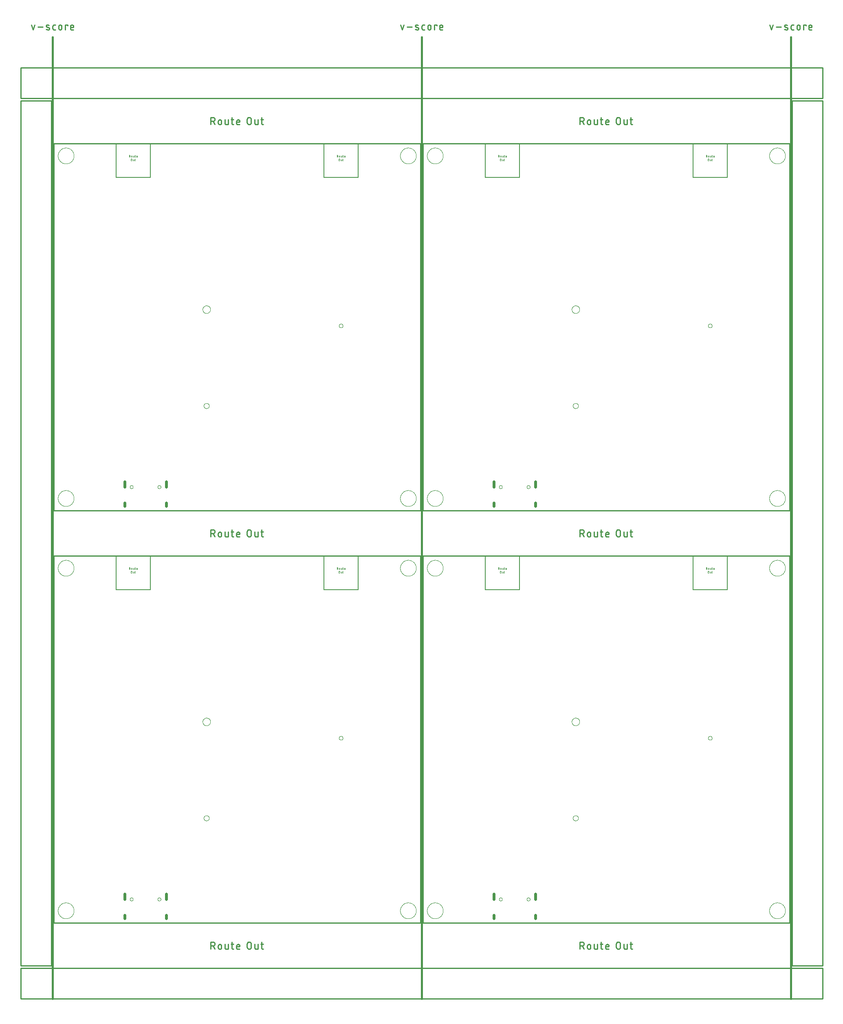
<source format=gko>
G04 EAGLE Gerber RS-274X export*
G75*
%MOMM*%
%FSLAX34Y34*%
%LPD*%
%IN*%
%IPPOS*%
%AMOC8*
5,1,8,0,0,1.08239X$1,22.5*%
G01*
%ADD10C,0.254000*%
%ADD11C,0.279400*%
%ADD12C,0.381000*%
%ADD13C,0.000000*%
%ADD14C,0.600000*%
%ADD15C,0.152400*%
%ADD16C,0.076200*%


D10*
X0Y0D02*
X0Y762000D01*
X762000Y762000D01*
X762000Y0D01*
X0Y0D01*
D11*
X326504Y-39497D02*
X326504Y-54483D01*
X326504Y-39497D02*
X330667Y-39497D01*
X330795Y-39499D01*
X330923Y-39505D01*
X331051Y-39515D01*
X331179Y-39529D01*
X331306Y-39546D01*
X331432Y-39568D01*
X331558Y-39593D01*
X331682Y-39623D01*
X331806Y-39656D01*
X331929Y-39693D01*
X332051Y-39734D01*
X332171Y-39778D01*
X332290Y-39826D01*
X332407Y-39878D01*
X332523Y-39933D01*
X332636Y-39992D01*
X332749Y-40055D01*
X332859Y-40121D01*
X332966Y-40190D01*
X333072Y-40262D01*
X333176Y-40338D01*
X333277Y-40417D01*
X333376Y-40499D01*
X333472Y-40584D01*
X333565Y-40671D01*
X333656Y-40762D01*
X333743Y-40855D01*
X333828Y-40951D01*
X333910Y-41050D01*
X333989Y-41151D01*
X334065Y-41255D01*
X334137Y-41361D01*
X334206Y-41468D01*
X334272Y-41579D01*
X334335Y-41691D01*
X334394Y-41804D01*
X334449Y-41920D01*
X334501Y-42037D01*
X334549Y-42156D01*
X334593Y-42276D01*
X334634Y-42398D01*
X334671Y-42521D01*
X334704Y-42645D01*
X334734Y-42769D01*
X334759Y-42895D01*
X334781Y-43021D01*
X334798Y-43148D01*
X334812Y-43276D01*
X334822Y-43404D01*
X334828Y-43532D01*
X334830Y-43660D01*
X334828Y-43788D01*
X334822Y-43916D01*
X334812Y-44044D01*
X334798Y-44172D01*
X334781Y-44299D01*
X334759Y-44425D01*
X334734Y-44551D01*
X334704Y-44675D01*
X334671Y-44799D01*
X334634Y-44922D01*
X334593Y-45044D01*
X334549Y-45164D01*
X334501Y-45283D01*
X334449Y-45400D01*
X334394Y-45516D01*
X334335Y-45629D01*
X334272Y-45742D01*
X334206Y-45852D01*
X334137Y-45959D01*
X334065Y-46065D01*
X333989Y-46169D01*
X333910Y-46270D01*
X333828Y-46369D01*
X333743Y-46465D01*
X333656Y-46558D01*
X333565Y-46649D01*
X333472Y-46736D01*
X333376Y-46821D01*
X333277Y-46903D01*
X333176Y-46982D01*
X333072Y-47058D01*
X332966Y-47130D01*
X332859Y-47199D01*
X332749Y-47265D01*
X332636Y-47328D01*
X332523Y-47387D01*
X332407Y-47442D01*
X332290Y-47494D01*
X332171Y-47542D01*
X332051Y-47586D01*
X331929Y-47627D01*
X331806Y-47664D01*
X331682Y-47697D01*
X331558Y-47727D01*
X331432Y-47752D01*
X331306Y-47774D01*
X331179Y-47791D01*
X331051Y-47805D01*
X330923Y-47815D01*
X330795Y-47821D01*
X330667Y-47823D01*
X326504Y-47823D01*
X331499Y-47823D02*
X334829Y-54483D01*
X341788Y-51153D02*
X341788Y-47823D01*
X341790Y-47709D01*
X341796Y-47596D01*
X341805Y-47482D01*
X341819Y-47370D01*
X341836Y-47257D01*
X341858Y-47145D01*
X341883Y-47035D01*
X341911Y-46925D01*
X341944Y-46816D01*
X341980Y-46708D01*
X342020Y-46601D01*
X342064Y-46496D01*
X342111Y-46393D01*
X342161Y-46291D01*
X342215Y-46191D01*
X342273Y-46093D01*
X342334Y-45997D01*
X342397Y-45903D01*
X342465Y-45811D01*
X342535Y-45721D01*
X342608Y-45635D01*
X342684Y-45550D01*
X342763Y-45468D01*
X342845Y-45389D01*
X342930Y-45313D01*
X343016Y-45240D01*
X343106Y-45170D01*
X343198Y-45102D01*
X343292Y-45039D01*
X343388Y-44978D01*
X343486Y-44920D01*
X343586Y-44866D01*
X343688Y-44816D01*
X343791Y-44769D01*
X343896Y-44725D01*
X344003Y-44685D01*
X344111Y-44649D01*
X344220Y-44616D01*
X344330Y-44588D01*
X344440Y-44563D01*
X344552Y-44541D01*
X344665Y-44524D01*
X344777Y-44510D01*
X344891Y-44501D01*
X345004Y-44495D01*
X345118Y-44493D01*
X345232Y-44495D01*
X345345Y-44501D01*
X345459Y-44510D01*
X345571Y-44524D01*
X345684Y-44541D01*
X345796Y-44563D01*
X345906Y-44588D01*
X346016Y-44616D01*
X346125Y-44649D01*
X346233Y-44685D01*
X346340Y-44725D01*
X346445Y-44769D01*
X346548Y-44816D01*
X346650Y-44866D01*
X346750Y-44920D01*
X346848Y-44978D01*
X346944Y-45039D01*
X347038Y-45102D01*
X347130Y-45170D01*
X347220Y-45240D01*
X347306Y-45313D01*
X347391Y-45389D01*
X347473Y-45468D01*
X347552Y-45550D01*
X347628Y-45635D01*
X347701Y-45721D01*
X347771Y-45811D01*
X347839Y-45903D01*
X347902Y-45997D01*
X347963Y-46093D01*
X348021Y-46191D01*
X348075Y-46291D01*
X348125Y-46393D01*
X348172Y-46496D01*
X348216Y-46601D01*
X348256Y-46708D01*
X348292Y-46816D01*
X348325Y-46925D01*
X348353Y-47035D01*
X348378Y-47145D01*
X348400Y-47257D01*
X348417Y-47370D01*
X348431Y-47482D01*
X348440Y-47596D01*
X348446Y-47709D01*
X348448Y-47823D01*
X348448Y-51153D01*
X348446Y-51267D01*
X348440Y-51380D01*
X348431Y-51494D01*
X348417Y-51606D01*
X348400Y-51719D01*
X348378Y-51831D01*
X348353Y-51941D01*
X348325Y-52051D01*
X348292Y-52160D01*
X348256Y-52268D01*
X348216Y-52375D01*
X348172Y-52480D01*
X348125Y-52583D01*
X348075Y-52685D01*
X348021Y-52785D01*
X347963Y-52883D01*
X347902Y-52979D01*
X347839Y-53073D01*
X347771Y-53165D01*
X347701Y-53255D01*
X347628Y-53341D01*
X347552Y-53426D01*
X347473Y-53508D01*
X347391Y-53587D01*
X347306Y-53663D01*
X347220Y-53736D01*
X347130Y-53806D01*
X347038Y-53874D01*
X346944Y-53937D01*
X346848Y-53998D01*
X346750Y-54056D01*
X346650Y-54110D01*
X346548Y-54160D01*
X346445Y-54207D01*
X346340Y-54251D01*
X346233Y-54291D01*
X346125Y-54327D01*
X346016Y-54360D01*
X345906Y-54388D01*
X345796Y-54413D01*
X345684Y-54435D01*
X345571Y-54452D01*
X345459Y-54466D01*
X345345Y-54475D01*
X345232Y-54481D01*
X345118Y-54483D01*
X345004Y-54481D01*
X344891Y-54475D01*
X344777Y-54466D01*
X344665Y-54452D01*
X344552Y-54435D01*
X344440Y-54413D01*
X344330Y-54388D01*
X344220Y-54360D01*
X344111Y-54327D01*
X344003Y-54291D01*
X343896Y-54251D01*
X343791Y-54207D01*
X343688Y-54160D01*
X343586Y-54110D01*
X343486Y-54056D01*
X343388Y-53998D01*
X343292Y-53937D01*
X343198Y-53874D01*
X343106Y-53806D01*
X343016Y-53736D01*
X342930Y-53663D01*
X342845Y-53587D01*
X342763Y-53508D01*
X342684Y-53426D01*
X342608Y-53341D01*
X342535Y-53255D01*
X342465Y-53165D01*
X342397Y-53073D01*
X342334Y-52979D01*
X342273Y-52883D01*
X342215Y-52785D01*
X342161Y-52685D01*
X342111Y-52583D01*
X342064Y-52480D01*
X342020Y-52375D01*
X341980Y-52268D01*
X341944Y-52160D01*
X341911Y-52051D01*
X341883Y-51941D01*
X341858Y-51831D01*
X341836Y-51719D01*
X341819Y-51606D01*
X341805Y-51494D01*
X341796Y-51380D01*
X341790Y-51267D01*
X341788Y-51153D01*
X355856Y-51985D02*
X355856Y-44492D01*
X355855Y-51985D02*
X355857Y-52083D01*
X355863Y-52181D01*
X355872Y-52279D01*
X355886Y-52376D01*
X355903Y-52472D01*
X355924Y-52568D01*
X355949Y-52663D01*
X355977Y-52757D01*
X356009Y-52850D01*
X356045Y-52941D01*
X356084Y-53031D01*
X356127Y-53119D01*
X356174Y-53206D01*
X356223Y-53290D01*
X356276Y-53373D01*
X356332Y-53453D01*
X356391Y-53532D01*
X356454Y-53607D01*
X356519Y-53681D01*
X356587Y-53751D01*
X356657Y-53819D01*
X356731Y-53885D01*
X356807Y-53947D01*
X356885Y-54006D01*
X356965Y-54062D01*
X357048Y-54115D01*
X357132Y-54165D01*
X357219Y-54211D01*
X357307Y-54254D01*
X357397Y-54293D01*
X357488Y-54329D01*
X357581Y-54361D01*
X357675Y-54389D01*
X357770Y-54414D01*
X357866Y-54435D01*
X357962Y-54452D01*
X358059Y-54466D01*
X358157Y-54475D01*
X358255Y-54481D01*
X358353Y-54483D01*
X362516Y-54483D01*
X362516Y-44492D01*
X368497Y-44492D02*
X373492Y-44492D01*
X370162Y-39497D02*
X370162Y-51985D01*
X370164Y-52083D01*
X370170Y-52181D01*
X370179Y-52279D01*
X370193Y-52376D01*
X370210Y-52472D01*
X370231Y-52568D01*
X370256Y-52663D01*
X370284Y-52757D01*
X370316Y-52850D01*
X370352Y-52941D01*
X370391Y-53031D01*
X370434Y-53119D01*
X370481Y-53206D01*
X370530Y-53290D01*
X370583Y-53373D01*
X370639Y-53453D01*
X370698Y-53532D01*
X370761Y-53607D01*
X370826Y-53681D01*
X370894Y-53751D01*
X370964Y-53819D01*
X371038Y-53885D01*
X371114Y-53947D01*
X371192Y-54006D01*
X371272Y-54062D01*
X371355Y-54115D01*
X371439Y-54165D01*
X371526Y-54211D01*
X371614Y-54254D01*
X371704Y-54293D01*
X371795Y-54329D01*
X371888Y-54361D01*
X371982Y-54389D01*
X372077Y-54414D01*
X372173Y-54435D01*
X372269Y-54452D01*
X372366Y-54466D01*
X372464Y-54475D01*
X372562Y-54481D01*
X372660Y-54483D01*
X373492Y-54483D01*
X382321Y-54483D02*
X386484Y-54483D01*
X382321Y-54483D02*
X382223Y-54481D01*
X382125Y-54475D01*
X382027Y-54466D01*
X381930Y-54452D01*
X381834Y-54435D01*
X381738Y-54414D01*
X381643Y-54389D01*
X381549Y-54361D01*
X381456Y-54329D01*
X381365Y-54293D01*
X381275Y-54254D01*
X381187Y-54211D01*
X381100Y-54164D01*
X381016Y-54115D01*
X380933Y-54062D01*
X380853Y-54006D01*
X380775Y-53947D01*
X380699Y-53885D01*
X380625Y-53819D01*
X380555Y-53751D01*
X380487Y-53681D01*
X380422Y-53607D01*
X380359Y-53532D01*
X380300Y-53453D01*
X380244Y-53373D01*
X380191Y-53290D01*
X380142Y-53206D01*
X380095Y-53119D01*
X380052Y-53031D01*
X380013Y-52941D01*
X379977Y-52850D01*
X379945Y-52757D01*
X379917Y-52663D01*
X379892Y-52568D01*
X379871Y-52472D01*
X379854Y-52376D01*
X379840Y-52279D01*
X379831Y-52181D01*
X379825Y-52083D01*
X379823Y-51985D01*
X379824Y-51985D02*
X379824Y-47823D01*
X379826Y-47709D01*
X379832Y-47596D01*
X379841Y-47482D01*
X379855Y-47370D01*
X379872Y-47257D01*
X379894Y-47145D01*
X379919Y-47035D01*
X379947Y-46925D01*
X379980Y-46816D01*
X380016Y-46708D01*
X380056Y-46601D01*
X380100Y-46496D01*
X380147Y-46393D01*
X380197Y-46291D01*
X380251Y-46191D01*
X380309Y-46093D01*
X380370Y-45997D01*
X380433Y-45903D01*
X380501Y-45811D01*
X380571Y-45721D01*
X380644Y-45635D01*
X380720Y-45550D01*
X380799Y-45468D01*
X380881Y-45389D01*
X380966Y-45313D01*
X381052Y-45240D01*
X381142Y-45170D01*
X381234Y-45102D01*
X381328Y-45039D01*
X381424Y-44978D01*
X381522Y-44920D01*
X381622Y-44866D01*
X381724Y-44816D01*
X381827Y-44769D01*
X381932Y-44725D01*
X382039Y-44685D01*
X382147Y-44649D01*
X382256Y-44616D01*
X382366Y-44588D01*
X382476Y-44563D01*
X382588Y-44541D01*
X382701Y-44524D01*
X382813Y-44510D01*
X382927Y-44501D01*
X383040Y-44495D01*
X383154Y-44493D01*
X383268Y-44495D01*
X383381Y-44501D01*
X383495Y-44510D01*
X383607Y-44524D01*
X383720Y-44541D01*
X383832Y-44563D01*
X383942Y-44588D01*
X384052Y-44616D01*
X384161Y-44649D01*
X384269Y-44685D01*
X384376Y-44725D01*
X384481Y-44769D01*
X384584Y-44816D01*
X384686Y-44866D01*
X384786Y-44920D01*
X384884Y-44978D01*
X384980Y-45039D01*
X385074Y-45102D01*
X385166Y-45170D01*
X385256Y-45240D01*
X385342Y-45313D01*
X385427Y-45389D01*
X385509Y-45468D01*
X385588Y-45550D01*
X385664Y-45635D01*
X385737Y-45721D01*
X385807Y-45811D01*
X385875Y-45903D01*
X385938Y-45997D01*
X385999Y-46093D01*
X386057Y-46191D01*
X386111Y-46291D01*
X386161Y-46393D01*
X386208Y-46496D01*
X386252Y-46601D01*
X386292Y-46708D01*
X386328Y-46816D01*
X386361Y-46925D01*
X386389Y-47035D01*
X386414Y-47145D01*
X386436Y-47257D01*
X386453Y-47370D01*
X386467Y-47482D01*
X386476Y-47596D01*
X386482Y-47709D01*
X386484Y-47823D01*
X386484Y-49488D01*
X379824Y-49488D01*
X401917Y-50320D02*
X401917Y-43660D01*
X401919Y-43532D01*
X401925Y-43404D01*
X401935Y-43276D01*
X401949Y-43148D01*
X401966Y-43021D01*
X401988Y-42895D01*
X402013Y-42769D01*
X402043Y-42645D01*
X402076Y-42521D01*
X402113Y-42398D01*
X402154Y-42276D01*
X402198Y-42156D01*
X402246Y-42037D01*
X402298Y-41920D01*
X402353Y-41804D01*
X402412Y-41691D01*
X402475Y-41578D01*
X402541Y-41468D01*
X402610Y-41361D01*
X402682Y-41255D01*
X402758Y-41151D01*
X402837Y-41050D01*
X402919Y-40951D01*
X403004Y-40855D01*
X403091Y-40762D01*
X403182Y-40671D01*
X403275Y-40584D01*
X403371Y-40499D01*
X403470Y-40417D01*
X403571Y-40338D01*
X403675Y-40262D01*
X403781Y-40190D01*
X403888Y-40121D01*
X403999Y-40055D01*
X404111Y-39992D01*
X404224Y-39933D01*
X404340Y-39878D01*
X404457Y-39826D01*
X404576Y-39778D01*
X404696Y-39734D01*
X404818Y-39693D01*
X404941Y-39656D01*
X405065Y-39623D01*
X405189Y-39593D01*
X405315Y-39568D01*
X405441Y-39546D01*
X405568Y-39529D01*
X405696Y-39515D01*
X405824Y-39505D01*
X405952Y-39499D01*
X406080Y-39497D01*
X406208Y-39499D01*
X406336Y-39505D01*
X406464Y-39515D01*
X406592Y-39529D01*
X406719Y-39546D01*
X406845Y-39568D01*
X406971Y-39593D01*
X407095Y-39623D01*
X407219Y-39656D01*
X407342Y-39693D01*
X407464Y-39734D01*
X407584Y-39778D01*
X407703Y-39826D01*
X407820Y-39878D01*
X407936Y-39933D01*
X408049Y-39992D01*
X408162Y-40055D01*
X408272Y-40121D01*
X408379Y-40190D01*
X408485Y-40262D01*
X408589Y-40338D01*
X408690Y-40417D01*
X408789Y-40499D01*
X408885Y-40584D01*
X408978Y-40671D01*
X409069Y-40762D01*
X409156Y-40855D01*
X409241Y-40951D01*
X409323Y-41050D01*
X409402Y-41151D01*
X409478Y-41255D01*
X409550Y-41361D01*
X409619Y-41468D01*
X409685Y-41579D01*
X409748Y-41691D01*
X409807Y-41804D01*
X409862Y-41920D01*
X409914Y-42037D01*
X409962Y-42156D01*
X410006Y-42276D01*
X410047Y-42398D01*
X410084Y-42521D01*
X410117Y-42645D01*
X410147Y-42769D01*
X410172Y-42895D01*
X410194Y-43021D01*
X410211Y-43148D01*
X410225Y-43276D01*
X410235Y-43404D01*
X410241Y-43532D01*
X410243Y-43660D01*
X410242Y-43660D02*
X410242Y-50320D01*
X410243Y-50320D02*
X410241Y-50448D01*
X410235Y-50576D01*
X410225Y-50704D01*
X410211Y-50832D01*
X410194Y-50959D01*
X410172Y-51085D01*
X410147Y-51211D01*
X410117Y-51335D01*
X410084Y-51459D01*
X410047Y-51582D01*
X410006Y-51704D01*
X409962Y-51824D01*
X409914Y-51943D01*
X409862Y-52060D01*
X409807Y-52176D01*
X409748Y-52289D01*
X409685Y-52402D01*
X409619Y-52512D01*
X409550Y-52619D01*
X409478Y-52725D01*
X409402Y-52829D01*
X409323Y-52930D01*
X409241Y-53029D01*
X409156Y-53125D01*
X409069Y-53218D01*
X408978Y-53309D01*
X408885Y-53396D01*
X408789Y-53481D01*
X408690Y-53563D01*
X408589Y-53642D01*
X408485Y-53718D01*
X408379Y-53790D01*
X408272Y-53859D01*
X408162Y-53925D01*
X408049Y-53988D01*
X407936Y-54047D01*
X407820Y-54102D01*
X407703Y-54154D01*
X407584Y-54202D01*
X407464Y-54246D01*
X407342Y-54287D01*
X407219Y-54324D01*
X407095Y-54357D01*
X406971Y-54387D01*
X406845Y-54412D01*
X406719Y-54434D01*
X406592Y-54451D01*
X406464Y-54465D01*
X406336Y-54475D01*
X406208Y-54481D01*
X406080Y-54483D01*
X405952Y-54481D01*
X405824Y-54475D01*
X405696Y-54465D01*
X405568Y-54451D01*
X405441Y-54434D01*
X405315Y-54412D01*
X405189Y-54387D01*
X405065Y-54357D01*
X404941Y-54324D01*
X404818Y-54287D01*
X404696Y-54246D01*
X404576Y-54202D01*
X404457Y-54154D01*
X404340Y-54102D01*
X404224Y-54047D01*
X404111Y-53988D01*
X403999Y-53925D01*
X403888Y-53859D01*
X403781Y-53790D01*
X403675Y-53718D01*
X403571Y-53642D01*
X403470Y-53563D01*
X403371Y-53481D01*
X403275Y-53396D01*
X403182Y-53309D01*
X403091Y-53218D01*
X403004Y-53125D01*
X402919Y-53029D01*
X402837Y-52930D01*
X402758Y-52829D01*
X402682Y-52725D01*
X402610Y-52619D01*
X402541Y-52512D01*
X402475Y-52401D01*
X402412Y-52289D01*
X402353Y-52176D01*
X402298Y-52060D01*
X402246Y-51943D01*
X402198Y-51824D01*
X402154Y-51704D01*
X402113Y-51582D01*
X402076Y-51459D01*
X402043Y-51335D01*
X402013Y-51211D01*
X401988Y-51085D01*
X401966Y-50959D01*
X401949Y-50832D01*
X401935Y-50704D01*
X401925Y-50576D01*
X401919Y-50448D01*
X401917Y-50320D01*
X417859Y-51985D02*
X417859Y-44492D01*
X417859Y-51985D02*
X417861Y-52083D01*
X417867Y-52181D01*
X417876Y-52279D01*
X417890Y-52376D01*
X417907Y-52472D01*
X417928Y-52568D01*
X417953Y-52663D01*
X417981Y-52757D01*
X418013Y-52850D01*
X418049Y-52941D01*
X418088Y-53031D01*
X418131Y-53119D01*
X418178Y-53206D01*
X418227Y-53290D01*
X418280Y-53373D01*
X418336Y-53453D01*
X418395Y-53532D01*
X418458Y-53607D01*
X418523Y-53681D01*
X418591Y-53751D01*
X418661Y-53819D01*
X418735Y-53885D01*
X418811Y-53947D01*
X418889Y-54006D01*
X418969Y-54062D01*
X419052Y-54115D01*
X419136Y-54165D01*
X419223Y-54211D01*
X419311Y-54254D01*
X419401Y-54293D01*
X419492Y-54329D01*
X419585Y-54361D01*
X419679Y-54389D01*
X419774Y-54414D01*
X419870Y-54435D01*
X419966Y-54452D01*
X420063Y-54466D01*
X420161Y-54475D01*
X420259Y-54481D01*
X420357Y-54483D01*
X424520Y-54483D01*
X424520Y-44492D01*
X430501Y-44492D02*
X435496Y-44492D01*
X432166Y-39497D02*
X432166Y-51985D01*
X432165Y-51985D02*
X432167Y-52083D01*
X432173Y-52181D01*
X432182Y-52279D01*
X432196Y-52376D01*
X432213Y-52472D01*
X432234Y-52568D01*
X432259Y-52663D01*
X432287Y-52757D01*
X432319Y-52850D01*
X432355Y-52941D01*
X432394Y-53031D01*
X432437Y-53119D01*
X432484Y-53206D01*
X432533Y-53290D01*
X432586Y-53373D01*
X432642Y-53453D01*
X432701Y-53532D01*
X432764Y-53607D01*
X432829Y-53681D01*
X432897Y-53751D01*
X432967Y-53819D01*
X433041Y-53885D01*
X433117Y-53947D01*
X433195Y-54006D01*
X433275Y-54062D01*
X433358Y-54115D01*
X433442Y-54165D01*
X433529Y-54211D01*
X433617Y-54254D01*
X433707Y-54293D01*
X433798Y-54329D01*
X433891Y-54361D01*
X433985Y-54389D01*
X434080Y-54414D01*
X434176Y-54435D01*
X434272Y-54452D01*
X434369Y-54466D01*
X434467Y-54475D01*
X434565Y-54481D01*
X434663Y-54483D01*
X434664Y-54483D02*
X435496Y-54483D01*
D10*
X767080Y0D02*
X767080Y762000D01*
X1529080Y762000D01*
X1529080Y0D01*
X767080Y0D01*
D11*
X1093584Y-39497D02*
X1093584Y-54483D01*
X1093584Y-39497D02*
X1097747Y-39497D01*
X1097875Y-39499D01*
X1098003Y-39505D01*
X1098131Y-39515D01*
X1098259Y-39529D01*
X1098386Y-39546D01*
X1098512Y-39568D01*
X1098638Y-39593D01*
X1098762Y-39623D01*
X1098886Y-39656D01*
X1099009Y-39693D01*
X1099131Y-39734D01*
X1099251Y-39778D01*
X1099370Y-39826D01*
X1099487Y-39878D01*
X1099603Y-39933D01*
X1099716Y-39992D01*
X1099829Y-40055D01*
X1099939Y-40121D01*
X1100046Y-40190D01*
X1100152Y-40262D01*
X1100256Y-40338D01*
X1100357Y-40417D01*
X1100456Y-40499D01*
X1100552Y-40584D01*
X1100645Y-40671D01*
X1100736Y-40762D01*
X1100823Y-40855D01*
X1100908Y-40951D01*
X1100990Y-41050D01*
X1101069Y-41151D01*
X1101145Y-41255D01*
X1101217Y-41361D01*
X1101286Y-41468D01*
X1101352Y-41579D01*
X1101415Y-41691D01*
X1101474Y-41804D01*
X1101529Y-41920D01*
X1101581Y-42037D01*
X1101629Y-42156D01*
X1101673Y-42276D01*
X1101714Y-42398D01*
X1101751Y-42521D01*
X1101784Y-42645D01*
X1101814Y-42769D01*
X1101839Y-42895D01*
X1101861Y-43021D01*
X1101878Y-43148D01*
X1101892Y-43276D01*
X1101902Y-43404D01*
X1101908Y-43532D01*
X1101910Y-43660D01*
X1101908Y-43788D01*
X1101902Y-43916D01*
X1101892Y-44044D01*
X1101878Y-44172D01*
X1101861Y-44299D01*
X1101839Y-44425D01*
X1101814Y-44551D01*
X1101784Y-44675D01*
X1101751Y-44799D01*
X1101714Y-44922D01*
X1101673Y-45044D01*
X1101629Y-45164D01*
X1101581Y-45283D01*
X1101529Y-45400D01*
X1101474Y-45516D01*
X1101415Y-45629D01*
X1101352Y-45742D01*
X1101286Y-45852D01*
X1101217Y-45959D01*
X1101145Y-46065D01*
X1101069Y-46169D01*
X1100990Y-46270D01*
X1100908Y-46369D01*
X1100823Y-46465D01*
X1100736Y-46558D01*
X1100645Y-46649D01*
X1100552Y-46736D01*
X1100456Y-46821D01*
X1100357Y-46903D01*
X1100256Y-46982D01*
X1100152Y-47058D01*
X1100046Y-47130D01*
X1099939Y-47199D01*
X1099829Y-47265D01*
X1099716Y-47328D01*
X1099603Y-47387D01*
X1099487Y-47442D01*
X1099370Y-47494D01*
X1099251Y-47542D01*
X1099131Y-47586D01*
X1099009Y-47627D01*
X1098886Y-47664D01*
X1098762Y-47697D01*
X1098638Y-47727D01*
X1098512Y-47752D01*
X1098386Y-47774D01*
X1098259Y-47791D01*
X1098131Y-47805D01*
X1098003Y-47815D01*
X1097875Y-47821D01*
X1097747Y-47823D01*
X1093584Y-47823D01*
X1098579Y-47823D02*
X1101909Y-54483D01*
X1108868Y-51153D02*
X1108868Y-47823D01*
X1108870Y-47709D01*
X1108876Y-47596D01*
X1108885Y-47482D01*
X1108899Y-47370D01*
X1108916Y-47257D01*
X1108938Y-47145D01*
X1108963Y-47035D01*
X1108991Y-46925D01*
X1109024Y-46816D01*
X1109060Y-46708D01*
X1109100Y-46601D01*
X1109144Y-46496D01*
X1109191Y-46393D01*
X1109241Y-46291D01*
X1109295Y-46191D01*
X1109353Y-46093D01*
X1109414Y-45997D01*
X1109477Y-45903D01*
X1109545Y-45811D01*
X1109615Y-45721D01*
X1109688Y-45635D01*
X1109764Y-45550D01*
X1109843Y-45468D01*
X1109925Y-45389D01*
X1110010Y-45313D01*
X1110096Y-45240D01*
X1110186Y-45170D01*
X1110278Y-45102D01*
X1110372Y-45039D01*
X1110468Y-44978D01*
X1110566Y-44920D01*
X1110666Y-44866D01*
X1110768Y-44816D01*
X1110871Y-44769D01*
X1110976Y-44725D01*
X1111083Y-44685D01*
X1111191Y-44649D01*
X1111300Y-44616D01*
X1111410Y-44588D01*
X1111520Y-44563D01*
X1111632Y-44541D01*
X1111745Y-44524D01*
X1111857Y-44510D01*
X1111971Y-44501D01*
X1112084Y-44495D01*
X1112198Y-44493D01*
X1112312Y-44495D01*
X1112425Y-44501D01*
X1112539Y-44510D01*
X1112651Y-44524D01*
X1112764Y-44541D01*
X1112876Y-44563D01*
X1112986Y-44588D01*
X1113096Y-44616D01*
X1113205Y-44649D01*
X1113313Y-44685D01*
X1113420Y-44725D01*
X1113525Y-44769D01*
X1113628Y-44816D01*
X1113730Y-44866D01*
X1113830Y-44920D01*
X1113928Y-44978D01*
X1114024Y-45039D01*
X1114118Y-45102D01*
X1114210Y-45170D01*
X1114300Y-45240D01*
X1114386Y-45313D01*
X1114471Y-45389D01*
X1114553Y-45468D01*
X1114632Y-45550D01*
X1114708Y-45635D01*
X1114781Y-45721D01*
X1114851Y-45811D01*
X1114919Y-45903D01*
X1114982Y-45997D01*
X1115043Y-46093D01*
X1115101Y-46191D01*
X1115155Y-46291D01*
X1115205Y-46393D01*
X1115252Y-46496D01*
X1115296Y-46601D01*
X1115336Y-46708D01*
X1115372Y-46816D01*
X1115405Y-46925D01*
X1115433Y-47035D01*
X1115458Y-47145D01*
X1115480Y-47257D01*
X1115497Y-47370D01*
X1115511Y-47482D01*
X1115520Y-47596D01*
X1115526Y-47709D01*
X1115528Y-47823D01*
X1115528Y-51153D01*
X1115526Y-51267D01*
X1115520Y-51380D01*
X1115511Y-51494D01*
X1115497Y-51606D01*
X1115480Y-51719D01*
X1115458Y-51831D01*
X1115433Y-51941D01*
X1115405Y-52051D01*
X1115372Y-52160D01*
X1115336Y-52268D01*
X1115296Y-52375D01*
X1115252Y-52480D01*
X1115205Y-52583D01*
X1115155Y-52685D01*
X1115101Y-52785D01*
X1115043Y-52883D01*
X1114982Y-52979D01*
X1114919Y-53073D01*
X1114851Y-53165D01*
X1114781Y-53255D01*
X1114708Y-53341D01*
X1114632Y-53426D01*
X1114553Y-53508D01*
X1114471Y-53587D01*
X1114386Y-53663D01*
X1114300Y-53736D01*
X1114210Y-53806D01*
X1114118Y-53874D01*
X1114024Y-53937D01*
X1113928Y-53998D01*
X1113830Y-54056D01*
X1113730Y-54110D01*
X1113628Y-54160D01*
X1113525Y-54207D01*
X1113420Y-54251D01*
X1113313Y-54291D01*
X1113205Y-54327D01*
X1113096Y-54360D01*
X1112986Y-54388D01*
X1112876Y-54413D01*
X1112764Y-54435D01*
X1112651Y-54452D01*
X1112539Y-54466D01*
X1112425Y-54475D01*
X1112312Y-54481D01*
X1112198Y-54483D01*
X1112084Y-54481D01*
X1111971Y-54475D01*
X1111857Y-54466D01*
X1111745Y-54452D01*
X1111632Y-54435D01*
X1111520Y-54413D01*
X1111410Y-54388D01*
X1111300Y-54360D01*
X1111191Y-54327D01*
X1111083Y-54291D01*
X1110976Y-54251D01*
X1110871Y-54207D01*
X1110768Y-54160D01*
X1110666Y-54110D01*
X1110566Y-54056D01*
X1110468Y-53998D01*
X1110372Y-53937D01*
X1110278Y-53874D01*
X1110186Y-53806D01*
X1110096Y-53736D01*
X1110010Y-53663D01*
X1109925Y-53587D01*
X1109843Y-53508D01*
X1109764Y-53426D01*
X1109688Y-53341D01*
X1109615Y-53255D01*
X1109545Y-53165D01*
X1109477Y-53073D01*
X1109414Y-52979D01*
X1109353Y-52883D01*
X1109295Y-52785D01*
X1109241Y-52685D01*
X1109191Y-52583D01*
X1109144Y-52480D01*
X1109100Y-52375D01*
X1109060Y-52268D01*
X1109024Y-52160D01*
X1108991Y-52051D01*
X1108963Y-51941D01*
X1108938Y-51831D01*
X1108916Y-51719D01*
X1108899Y-51606D01*
X1108885Y-51494D01*
X1108876Y-51380D01*
X1108870Y-51267D01*
X1108868Y-51153D01*
X1122936Y-51985D02*
X1122936Y-44492D01*
X1122935Y-51985D02*
X1122937Y-52083D01*
X1122943Y-52181D01*
X1122952Y-52279D01*
X1122966Y-52376D01*
X1122983Y-52472D01*
X1123004Y-52568D01*
X1123029Y-52663D01*
X1123057Y-52757D01*
X1123089Y-52850D01*
X1123125Y-52941D01*
X1123164Y-53031D01*
X1123207Y-53119D01*
X1123254Y-53206D01*
X1123303Y-53290D01*
X1123356Y-53373D01*
X1123412Y-53453D01*
X1123471Y-53532D01*
X1123534Y-53607D01*
X1123599Y-53681D01*
X1123667Y-53751D01*
X1123737Y-53819D01*
X1123811Y-53885D01*
X1123887Y-53947D01*
X1123965Y-54006D01*
X1124045Y-54062D01*
X1124128Y-54115D01*
X1124212Y-54165D01*
X1124299Y-54211D01*
X1124387Y-54254D01*
X1124477Y-54293D01*
X1124568Y-54329D01*
X1124661Y-54361D01*
X1124755Y-54389D01*
X1124850Y-54414D01*
X1124946Y-54435D01*
X1125042Y-54452D01*
X1125139Y-54466D01*
X1125237Y-54475D01*
X1125335Y-54481D01*
X1125433Y-54483D01*
X1129596Y-54483D01*
X1129596Y-44492D01*
X1135577Y-44492D02*
X1140572Y-44492D01*
X1137242Y-39497D02*
X1137242Y-51985D01*
X1137244Y-52083D01*
X1137250Y-52181D01*
X1137259Y-52279D01*
X1137273Y-52376D01*
X1137290Y-52472D01*
X1137311Y-52568D01*
X1137336Y-52663D01*
X1137364Y-52757D01*
X1137396Y-52850D01*
X1137432Y-52941D01*
X1137471Y-53031D01*
X1137514Y-53119D01*
X1137561Y-53206D01*
X1137610Y-53290D01*
X1137663Y-53373D01*
X1137719Y-53453D01*
X1137778Y-53532D01*
X1137841Y-53607D01*
X1137906Y-53681D01*
X1137974Y-53751D01*
X1138044Y-53819D01*
X1138118Y-53885D01*
X1138194Y-53947D01*
X1138272Y-54006D01*
X1138352Y-54062D01*
X1138435Y-54115D01*
X1138519Y-54165D01*
X1138606Y-54211D01*
X1138694Y-54254D01*
X1138784Y-54293D01*
X1138875Y-54329D01*
X1138968Y-54361D01*
X1139062Y-54389D01*
X1139157Y-54414D01*
X1139253Y-54435D01*
X1139349Y-54452D01*
X1139446Y-54466D01*
X1139544Y-54475D01*
X1139642Y-54481D01*
X1139740Y-54483D01*
X1140572Y-54483D01*
X1149401Y-54483D02*
X1153564Y-54483D01*
X1149401Y-54483D02*
X1149303Y-54481D01*
X1149205Y-54475D01*
X1149107Y-54466D01*
X1149010Y-54452D01*
X1148914Y-54435D01*
X1148818Y-54414D01*
X1148723Y-54389D01*
X1148629Y-54361D01*
X1148536Y-54329D01*
X1148445Y-54293D01*
X1148355Y-54254D01*
X1148267Y-54211D01*
X1148180Y-54164D01*
X1148096Y-54115D01*
X1148013Y-54062D01*
X1147933Y-54006D01*
X1147855Y-53947D01*
X1147779Y-53885D01*
X1147705Y-53819D01*
X1147635Y-53751D01*
X1147567Y-53681D01*
X1147502Y-53607D01*
X1147439Y-53532D01*
X1147380Y-53453D01*
X1147324Y-53373D01*
X1147271Y-53290D01*
X1147222Y-53206D01*
X1147175Y-53119D01*
X1147132Y-53031D01*
X1147093Y-52941D01*
X1147057Y-52850D01*
X1147025Y-52757D01*
X1146997Y-52663D01*
X1146972Y-52568D01*
X1146951Y-52472D01*
X1146934Y-52376D01*
X1146920Y-52279D01*
X1146911Y-52181D01*
X1146905Y-52083D01*
X1146903Y-51985D01*
X1146904Y-51985D02*
X1146904Y-47823D01*
X1146906Y-47709D01*
X1146912Y-47596D01*
X1146921Y-47482D01*
X1146935Y-47370D01*
X1146952Y-47257D01*
X1146974Y-47145D01*
X1146999Y-47035D01*
X1147027Y-46925D01*
X1147060Y-46816D01*
X1147096Y-46708D01*
X1147136Y-46601D01*
X1147180Y-46496D01*
X1147227Y-46393D01*
X1147277Y-46291D01*
X1147331Y-46191D01*
X1147389Y-46093D01*
X1147450Y-45997D01*
X1147513Y-45903D01*
X1147581Y-45811D01*
X1147651Y-45721D01*
X1147724Y-45635D01*
X1147800Y-45550D01*
X1147879Y-45468D01*
X1147961Y-45389D01*
X1148046Y-45313D01*
X1148132Y-45240D01*
X1148222Y-45170D01*
X1148314Y-45102D01*
X1148408Y-45039D01*
X1148504Y-44978D01*
X1148602Y-44920D01*
X1148702Y-44866D01*
X1148804Y-44816D01*
X1148907Y-44769D01*
X1149012Y-44725D01*
X1149119Y-44685D01*
X1149227Y-44649D01*
X1149336Y-44616D01*
X1149446Y-44588D01*
X1149556Y-44563D01*
X1149668Y-44541D01*
X1149781Y-44524D01*
X1149893Y-44510D01*
X1150007Y-44501D01*
X1150120Y-44495D01*
X1150234Y-44493D01*
X1150348Y-44495D01*
X1150461Y-44501D01*
X1150575Y-44510D01*
X1150687Y-44524D01*
X1150800Y-44541D01*
X1150912Y-44563D01*
X1151022Y-44588D01*
X1151132Y-44616D01*
X1151241Y-44649D01*
X1151349Y-44685D01*
X1151456Y-44725D01*
X1151561Y-44769D01*
X1151664Y-44816D01*
X1151766Y-44866D01*
X1151866Y-44920D01*
X1151964Y-44978D01*
X1152060Y-45039D01*
X1152154Y-45102D01*
X1152246Y-45170D01*
X1152336Y-45240D01*
X1152422Y-45313D01*
X1152507Y-45389D01*
X1152589Y-45468D01*
X1152668Y-45550D01*
X1152744Y-45635D01*
X1152817Y-45721D01*
X1152887Y-45811D01*
X1152955Y-45903D01*
X1153018Y-45997D01*
X1153079Y-46093D01*
X1153137Y-46191D01*
X1153191Y-46291D01*
X1153241Y-46393D01*
X1153288Y-46496D01*
X1153332Y-46601D01*
X1153372Y-46708D01*
X1153408Y-46816D01*
X1153441Y-46925D01*
X1153469Y-47035D01*
X1153494Y-47145D01*
X1153516Y-47257D01*
X1153533Y-47370D01*
X1153547Y-47482D01*
X1153556Y-47596D01*
X1153562Y-47709D01*
X1153564Y-47823D01*
X1153564Y-49488D01*
X1146904Y-49488D01*
X1168997Y-50320D02*
X1168997Y-43660D01*
X1168999Y-43532D01*
X1169005Y-43404D01*
X1169015Y-43276D01*
X1169029Y-43148D01*
X1169046Y-43021D01*
X1169068Y-42895D01*
X1169093Y-42769D01*
X1169123Y-42645D01*
X1169156Y-42521D01*
X1169193Y-42398D01*
X1169234Y-42276D01*
X1169278Y-42156D01*
X1169326Y-42037D01*
X1169378Y-41920D01*
X1169433Y-41804D01*
X1169492Y-41691D01*
X1169555Y-41578D01*
X1169621Y-41468D01*
X1169690Y-41361D01*
X1169762Y-41255D01*
X1169838Y-41151D01*
X1169917Y-41050D01*
X1169999Y-40951D01*
X1170084Y-40855D01*
X1170171Y-40762D01*
X1170262Y-40671D01*
X1170355Y-40584D01*
X1170451Y-40499D01*
X1170550Y-40417D01*
X1170651Y-40338D01*
X1170755Y-40262D01*
X1170861Y-40190D01*
X1170968Y-40121D01*
X1171079Y-40055D01*
X1171191Y-39992D01*
X1171304Y-39933D01*
X1171420Y-39878D01*
X1171537Y-39826D01*
X1171656Y-39778D01*
X1171776Y-39734D01*
X1171898Y-39693D01*
X1172021Y-39656D01*
X1172145Y-39623D01*
X1172269Y-39593D01*
X1172395Y-39568D01*
X1172521Y-39546D01*
X1172648Y-39529D01*
X1172776Y-39515D01*
X1172904Y-39505D01*
X1173032Y-39499D01*
X1173160Y-39497D01*
X1173288Y-39499D01*
X1173416Y-39505D01*
X1173544Y-39515D01*
X1173672Y-39529D01*
X1173799Y-39546D01*
X1173925Y-39568D01*
X1174051Y-39593D01*
X1174175Y-39623D01*
X1174299Y-39656D01*
X1174422Y-39693D01*
X1174544Y-39734D01*
X1174664Y-39778D01*
X1174783Y-39826D01*
X1174900Y-39878D01*
X1175016Y-39933D01*
X1175129Y-39992D01*
X1175242Y-40055D01*
X1175352Y-40121D01*
X1175459Y-40190D01*
X1175565Y-40262D01*
X1175669Y-40338D01*
X1175770Y-40417D01*
X1175869Y-40499D01*
X1175965Y-40584D01*
X1176058Y-40671D01*
X1176149Y-40762D01*
X1176236Y-40855D01*
X1176321Y-40951D01*
X1176403Y-41050D01*
X1176482Y-41151D01*
X1176558Y-41255D01*
X1176630Y-41361D01*
X1176699Y-41468D01*
X1176765Y-41579D01*
X1176828Y-41691D01*
X1176887Y-41804D01*
X1176942Y-41920D01*
X1176994Y-42037D01*
X1177042Y-42156D01*
X1177086Y-42276D01*
X1177127Y-42398D01*
X1177164Y-42521D01*
X1177197Y-42645D01*
X1177227Y-42769D01*
X1177252Y-42895D01*
X1177274Y-43021D01*
X1177291Y-43148D01*
X1177305Y-43276D01*
X1177315Y-43404D01*
X1177321Y-43532D01*
X1177323Y-43660D01*
X1177322Y-43660D02*
X1177322Y-50320D01*
X1177323Y-50320D02*
X1177321Y-50448D01*
X1177315Y-50576D01*
X1177305Y-50704D01*
X1177291Y-50832D01*
X1177274Y-50959D01*
X1177252Y-51085D01*
X1177227Y-51211D01*
X1177197Y-51335D01*
X1177164Y-51459D01*
X1177127Y-51582D01*
X1177086Y-51704D01*
X1177042Y-51824D01*
X1176994Y-51943D01*
X1176942Y-52060D01*
X1176887Y-52176D01*
X1176828Y-52289D01*
X1176765Y-52402D01*
X1176699Y-52512D01*
X1176630Y-52619D01*
X1176558Y-52725D01*
X1176482Y-52829D01*
X1176403Y-52930D01*
X1176321Y-53029D01*
X1176236Y-53125D01*
X1176149Y-53218D01*
X1176058Y-53309D01*
X1175965Y-53396D01*
X1175869Y-53481D01*
X1175770Y-53563D01*
X1175669Y-53642D01*
X1175565Y-53718D01*
X1175459Y-53790D01*
X1175352Y-53859D01*
X1175242Y-53925D01*
X1175129Y-53988D01*
X1175016Y-54047D01*
X1174900Y-54102D01*
X1174783Y-54154D01*
X1174664Y-54202D01*
X1174544Y-54246D01*
X1174422Y-54287D01*
X1174299Y-54324D01*
X1174175Y-54357D01*
X1174051Y-54387D01*
X1173925Y-54412D01*
X1173799Y-54434D01*
X1173672Y-54451D01*
X1173544Y-54465D01*
X1173416Y-54475D01*
X1173288Y-54481D01*
X1173160Y-54483D01*
X1173032Y-54481D01*
X1172904Y-54475D01*
X1172776Y-54465D01*
X1172648Y-54451D01*
X1172521Y-54434D01*
X1172395Y-54412D01*
X1172269Y-54387D01*
X1172145Y-54357D01*
X1172021Y-54324D01*
X1171898Y-54287D01*
X1171776Y-54246D01*
X1171656Y-54202D01*
X1171537Y-54154D01*
X1171420Y-54102D01*
X1171304Y-54047D01*
X1171191Y-53988D01*
X1171079Y-53925D01*
X1170968Y-53859D01*
X1170861Y-53790D01*
X1170755Y-53718D01*
X1170651Y-53642D01*
X1170550Y-53563D01*
X1170451Y-53481D01*
X1170355Y-53396D01*
X1170262Y-53309D01*
X1170171Y-53218D01*
X1170084Y-53125D01*
X1169999Y-53029D01*
X1169917Y-52930D01*
X1169838Y-52829D01*
X1169762Y-52725D01*
X1169690Y-52619D01*
X1169621Y-52512D01*
X1169555Y-52401D01*
X1169492Y-52289D01*
X1169433Y-52176D01*
X1169378Y-52060D01*
X1169326Y-51943D01*
X1169278Y-51824D01*
X1169234Y-51704D01*
X1169193Y-51582D01*
X1169156Y-51459D01*
X1169123Y-51335D01*
X1169093Y-51211D01*
X1169068Y-51085D01*
X1169046Y-50959D01*
X1169029Y-50832D01*
X1169015Y-50704D01*
X1169005Y-50576D01*
X1168999Y-50448D01*
X1168997Y-50320D01*
X1184939Y-51985D02*
X1184939Y-44492D01*
X1184939Y-51985D02*
X1184941Y-52083D01*
X1184947Y-52181D01*
X1184956Y-52279D01*
X1184970Y-52376D01*
X1184987Y-52472D01*
X1185008Y-52568D01*
X1185033Y-52663D01*
X1185061Y-52757D01*
X1185093Y-52850D01*
X1185129Y-52941D01*
X1185168Y-53031D01*
X1185211Y-53119D01*
X1185258Y-53206D01*
X1185307Y-53290D01*
X1185360Y-53373D01*
X1185416Y-53453D01*
X1185475Y-53532D01*
X1185538Y-53607D01*
X1185603Y-53681D01*
X1185671Y-53751D01*
X1185741Y-53819D01*
X1185815Y-53885D01*
X1185891Y-53947D01*
X1185969Y-54006D01*
X1186049Y-54062D01*
X1186132Y-54115D01*
X1186216Y-54165D01*
X1186303Y-54211D01*
X1186391Y-54254D01*
X1186481Y-54293D01*
X1186572Y-54329D01*
X1186665Y-54361D01*
X1186759Y-54389D01*
X1186854Y-54414D01*
X1186950Y-54435D01*
X1187046Y-54452D01*
X1187143Y-54466D01*
X1187241Y-54475D01*
X1187339Y-54481D01*
X1187437Y-54483D01*
X1191600Y-54483D01*
X1191600Y-44492D01*
X1197581Y-44492D02*
X1202576Y-44492D01*
X1199246Y-39497D02*
X1199246Y-51985D01*
X1199245Y-51985D02*
X1199247Y-52083D01*
X1199253Y-52181D01*
X1199262Y-52279D01*
X1199276Y-52376D01*
X1199293Y-52472D01*
X1199314Y-52568D01*
X1199339Y-52663D01*
X1199367Y-52757D01*
X1199399Y-52850D01*
X1199435Y-52941D01*
X1199474Y-53031D01*
X1199517Y-53119D01*
X1199564Y-53206D01*
X1199613Y-53290D01*
X1199666Y-53373D01*
X1199722Y-53453D01*
X1199781Y-53532D01*
X1199844Y-53607D01*
X1199909Y-53681D01*
X1199977Y-53751D01*
X1200047Y-53819D01*
X1200121Y-53885D01*
X1200197Y-53947D01*
X1200275Y-54006D01*
X1200355Y-54062D01*
X1200438Y-54115D01*
X1200522Y-54165D01*
X1200609Y-54211D01*
X1200697Y-54254D01*
X1200787Y-54293D01*
X1200878Y-54329D01*
X1200971Y-54361D01*
X1201065Y-54389D01*
X1201160Y-54414D01*
X1201256Y-54435D01*
X1201352Y-54452D01*
X1201449Y-54466D01*
X1201547Y-54475D01*
X1201645Y-54481D01*
X1201743Y-54483D01*
X1201744Y-54483D02*
X1202576Y-54483D01*
D10*
X0Y855980D02*
X0Y1617980D01*
X762000Y1617980D01*
X762000Y855980D01*
X0Y855980D01*
D11*
X326504Y816483D02*
X326504Y801497D01*
X326504Y816483D02*
X330667Y816483D01*
X330795Y816481D01*
X330923Y816475D01*
X331051Y816465D01*
X331179Y816451D01*
X331306Y816434D01*
X331432Y816412D01*
X331558Y816387D01*
X331682Y816357D01*
X331806Y816324D01*
X331929Y816287D01*
X332051Y816246D01*
X332171Y816202D01*
X332290Y816154D01*
X332407Y816102D01*
X332523Y816047D01*
X332636Y815988D01*
X332749Y815925D01*
X332859Y815859D01*
X332966Y815790D01*
X333072Y815718D01*
X333176Y815642D01*
X333277Y815563D01*
X333376Y815481D01*
X333472Y815396D01*
X333565Y815309D01*
X333656Y815218D01*
X333743Y815125D01*
X333828Y815029D01*
X333910Y814930D01*
X333989Y814829D01*
X334065Y814725D01*
X334137Y814619D01*
X334206Y814512D01*
X334272Y814402D01*
X334335Y814289D01*
X334394Y814176D01*
X334449Y814060D01*
X334501Y813943D01*
X334549Y813824D01*
X334593Y813704D01*
X334634Y813582D01*
X334671Y813459D01*
X334704Y813335D01*
X334734Y813211D01*
X334759Y813085D01*
X334781Y812959D01*
X334798Y812832D01*
X334812Y812704D01*
X334822Y812576D01*
X334828Y812448D01*
X334830Y812320D01*
X334828Y812192D01*
X334822Y812064D01*
X334812Y811936D01*
X334798Y811808D01*
X334781Y811681D01*
X334759Y811555D01*
X334734Y811429D01*
X334704Y811305D01*
X334671Y811181D01*
X334634Y811058D01*
X334593Y810936D01*
X334549Y810816D01*
X334501Y810697D01*
X334449Y810580D01*
X334394Y810464D01*
X334335Y810351D01*
X334272Y810239D01*
X334206Y810128D01*
X334137Y810021D01*
X334065Y809915D01*
X333989Y809811D01*
X333910Y809710D01*
X333828Y809611D01*
X333743Y809515D01*
X333656Y809422D01*
X333565Y809331D01*
X333472Y809244D01*
X333376Y809159D01*
X333277Y809077D01*
X333176Y808998D01*
X333072Y808922D01*
X332966Y808850D01*
X332859Y808781D01*
X332749Y808715D01*
X332636Y808652D01*
X332523Y808593D01*
X332407Y808538D01*
X332290Y808486D01*
X332171Y808438D01*
X332051Y808394D01*
X331929Y808353D01*
X331806Y808316D01*
X331682Y808283D01*
X331558Y808253D01*
X331432Y808228D01*
X331306Y808206D01*
X331179Y808189D01*
X331051Y808175D01*
X330923Y808165D01*
X330795Y808159D01*
X330667Y808157D01*
X326504Y808157D01*
X331499Y808157D02*
X334829Y801497D01*
X341788Y804827D02*
X341788Y808157D01*
X341790Y808271D01*
X341796Y808384D01*
X341805Y808498D01*
X341819Y808610D01*
X341836Y808723D01*
X341858Y808835D01*
X341883Y808945D01*
X341911Y809055D01*
X341944Y809164D01*
X341980Y809272D01*
X342020Y809379D01*
X342064Y809484D01*
X342111Y809587D01*
X342161Y809689D01*
X342215Y809789D01*
X342273Y809887D01*
X342334Y809983D01*
X342397Y810077D01*
X342465Y810169D01*
X342535Y810259D01*
X342608Y810345D01*
X342684Y810430D01*
X342763Y810512D01*
X342845Y810591D01*
X342930Y810667D01*
X343016Y810740D01*
X343106Y810810D01*
X343198Y810878D01*
X343292Y810941D01*
X343388Y811002D01*
X343486Y811060D01*
X343586Y811114D01*
X343688Y811164D01*
X343791Y811211D01*
X343896Y811255D01*
X344003Y811295D01*
X344111Y811331D01*
X344220Y811364D01*
X344330Y811392D01*
X344440Y811417D01*
X344552Y811439D01*
X344665Y811456D01*
X344777Y811470D01*
X344891Y811479D01*
X345004Y811485D01*
X345118Y811487D01*
X345232Y811485D01*
X345345Y811479D01*
X345459Y811470D01*
X345571Y811456D01*
X345684Y811439D01*
X345796Y811417D01*
X345906Y811392D01*
X346016Y811364D01*
X346125Y811331D01*
X346233Y811295D01*
X346340Y811255D01*
X346445Y811211D01*
X346548Y811164D01*
X346650Y811114D01*
X346750Y811060D01*
X346848Y811002D01*
X346944Y810941D01*
X347038Y810878D01*
X347130Y810810D01*
X347220Y810740D01*
X347306Y810667D01*
X347391Y810591D01*
X347473Y810512D01*
X347552Y810430D01*
X347628Y810345D01*
X347701Y810259D01*
X347771Y810169D01*
X347839Y810077D01*
X347902Y809983D01*
X347963Y809887D01*
X348021Y809789D01*
X348075Y809689D01*
X348125Y809587D01*
X348172Y809484D01*
X348216Y809379D01*
X348256Y809272D01*
X348292Y809164D01*
X348325Y809055D01*
X348353Y808945D01*
X348378Y808835D01*
X348400Y808723D01*
X348417Y808610D01*
X348431Y808498D01*
X348440Y808384D01*
X348446Y808271D01*
X348448Y808157D01*
X348448Y804827D01*
X348446Y804713D01*
X348440Y804600D01*
X348431Y804486D01*
X348417Y804374D01*
X348400Y804261D01*
X348378Y804149D01*
X348353Y804039D01*
X348325Y803929D01*
X348292Y803820D01*
X348256Y803712D01*
X348216Y803605D01*
X348172Y803500D01*
X348125Y803397D01*
X348075Y803295D01*
X348021Y803195D01*
X347963Y803097D01*
X347902Y803001D01*
X347839Y802907D01*
X347771Y802815D01*
X347701Y802725D01*
X347628Y802639D01*
X347552Y802554D01*
X347473Y802472D01*
X347391Y802393D01*
X347306Y802317D01*
X347220Y802244D01*
X347130Y802174D01*
X347038Y802106D01*
X346944Y802043D01*
X346848Y801982D01*
X346750Y801924D01*
X346650Y801870D01*
X346548Y801820D01*
X346445Y801773D01*
X346340Y801729D01*
X346233Y801689D01*
X346125Y801653D01*
X346016Y801620D01*
X345906Y801592D01*
X345796Y801567D01*
X345684Y801545D01*
X345571Y801528D01*
X345459Y801514D01*
X345345Y801505D01*
X345232Y801499D01*
X345118Y801497D01*
X345004Y801499D01*
X344891Y801505D01*
X344777Y801514D01*
X344665Y801528D01*
X344552Y801545D01*
X344440Y801567D01*
X344330Y801592D01*
X344220Y801620D01*
X344111Y801653D01*
X344003Y801689D01*
X343896Y801729D01*
X343791Y801773D01*
X343688Y801820D01*
X343586Y801870D01*
X343486Y801924D01*
X343388Y801982D01*
X343292Y802043D01*
X343198Y802106D01*
X343106Y802174D01*
X343016Y802244D01*
X342930Y802317D01*
X342845Y802393D01*
X342763Y802472D01*
X342684Y802554D01*
X342608Y802639D01*
X342535Y802725D01*
X342465Y802815D01*
X342397Y802907D01*
X342334Y803001D01*
X342273Y803097D01*
X342215Y803195D01*
X342161Y803295D01*
X342111Y803397D01*
X342064Y803500D01*
X342020Y803605D01*
X341980Y803712D01*
X341944Y803820D01*
X341911Y803929D01*
X341883Y804039D01*
X341858Y804149D01*
X341836Y804261D01*
X341819Y804374D01*
X341805Y804486D01*
X341796Y804600D01*
X341790Y804713D01*
X341788Y804827D01*
X355856Y803995D02*
X355856Y811488D01*
X355855Y803995D02*
X355857Y803897D01*
X355863Y803799D01*
X355872Y803701D01*
X355886Y803604D01*
X355903Y803508D01*
X355924Y803412D01*
X355949Y803317D01*
X355977Y803223D01*
X356009Y803130D01*
X356045Y803039D01*
X356084Y802949D01*
X356127Y802861D01*
X356174Y802774D01*
X356223Y802690D01*
X356276Y802607D01*
X356332Y802527D01*
X356391Y802449D01*
X356454Y802373D01*
X356519Y802299D01*
X356587Y802229D01*
X356657Y802161D01*
X356731Y802096D01*
X356807Y802033D01*
X356885Y801974D01*
X356965Y801918D01*
X357048Y801865D01*
X357132Y801816D01*
X357219Y801769D01*
X357307Y801726D01*
X357397Y801687D01*
X357488Y801651D01*
X357581Y801619D01*
X357675Y801591D01*
X357770Y801566D01*
X357866Y801545D01*
X357962Y801528D01*
X358059Y801514D01*
X358157Y801505D01*
X358255Y801499D01*
X358353Y801497D01*
X362516Y801497D01*
X362516Y811488D01*
X368497Y811488D02*
X373492Y811488D01*
X370162Y816483D02*
X370162Y803995D01*
X370164Y803897D01*
X370170Y803799D01*
X370179Y803701D01*
X370193Y803604D01*
X370210Y803508D01*
X370231Y803412D01*
X370256Y803317D01*
X370284Y803223D01*
X370316Y803130D01*
X370352Y803039D01*
X370391Y802949D01*
X370434Y802861D01*
X370481Y802774D01*
X370530Y802690D01*
X370583Y802607D01*
X370639Y802527D01*
X370698Y802449D01*
X370761Y802373D01*
X370826Y802299D01*
X370894Y802229D01*
X370964Y802161D01*
X371038Y802096D01*
X371114Y802033D01*
X371192Y801974D01*
X371272Y801918D01*
X371355Y801865D01*
X371439Y801816D01*
X371526Y801769D01*
X371614Y801726D01*
X371704Y801687D01*
X371795Y801651D01*
X371888Y801619D01*
X371982Y801591D01*
X372077Y801566D01*
X372173Y801545D01*
X372269Y801528D01*
X372366Y801514D01*
X372464Y801505D01*
X372562Y801499D01*
X372660Y801497D01*
X373492Y801497D01*
X382321Y801497D02*
X386484Y801497D01*
X382321Y801497D02*
X382223Y801499D01*
X382125Y801505D01*
X382027Y801514D01*
X381930Y801528D01*
X381834Y801545D01*
X381738Y801566D01*
X381643Y801591D01*
X381549Y801619D01*
X381456Y801651D01*
X381365Y801687D01*
X381275Y801726D01*
X381187Y801769D01*
X381100Y801816D01*
X381016Y801865D01*
X380933Y801918D01*
X380853Y801974D01*
X380775Y802033D01*
X380699Y802096D01*
X380625Y802161D01*
X380555Y802229D01*
X380487Y802299D01*
X380422Y802373D01*
X380359Y802449D01*
X380300Y802527D01*
X380244Y802607D01*
X380191Y802690D01*
X380142Y802774D01*
X380095Y802861D01*
X380052Y802949D01*
X380013Y803039D01*
X379977Y803130D01*
X379945Y803223D01*
X379917Y803317D01*
X379892Y803412D01*
X379871Y803508D01*
X379854Y803604D01*
X379840Y803701D01*
X379831Y803799D01*
X379825Y803897D01*
X379823Y803995D01*
X379824Y803995D02*
X379824Y808157D01*
X379826Y808271D01*
X379832Y808384D01*
X379841Y808498D01*
X379855Y808610D01*
X379872Y808723D01*
X379894Y808835D01*
X379919Y808945D01*
X379947Y809055D01*
X379980Y809164D01*
X380016Y809272D01*
X380056Y809379D01*
X380100Y809484D01*
X380147Y809587D01*
X380197Y809689D01*
X380251Y809789D01*
X380309Y809887D01*
X380370Y809983D01*
X380433Y810077D01*
X380501Y810169D01*
X380571Y810259D01*
X380644Y810345D01*
X380720Y810430D01*
X380799Y810512D01*
X380881Y810591D01*
X380966Y810667D01*
X381052Y810740D01*
X381142Y810810D01*
X381234Y810878D01*
X381328Y810941D01*
X381424Y811002D01*
X381522Y811060D01*
X381622Y811114D01*
X381724Y811164D01*
X381827Y811211D01*
X381932Y811255D01*
X382039Y811295D01*
X382147Y811331D01*
X382256Y811364D01*
X382366Y811392D01*
X382476Y811417D01*
X382588Y811439D01*
X382701Y811456D01*
X382813Y811470D01*
X382927Y811479D01*
X383040Y811485D01*
X383154Y811487D01*
X383268Y811485D01*
X383381Y811479D01*
X383495Y811470D01*
X383607Y811456D01*
X383720Y811439D01*
X383832Y811417D01*
X383942Y811392D01*
X384052Y811364D01*
X384161Y811331D01*
X384269Y811295D01*
X384376Y811255D01*
X384481Y811211D01*
X384584Y811164D01*
X384686Y811114D01*
X384786Y811060D01*
X384884Y811002D01*
X384980Y810941D01*
X385074Y810878D01*
X385166Y810810D01*
X385256Y810740D01*
X385342Y810667D01*
X385427Y810591D01*
X385509Y810512D01*
X385588Y810430D01*
X385664Y810345D01*
X385737Y810259D01*
X385807Y810169D01*
X385875Y810077D01*
X385938Y809983D01*
X385999Y809887D01*
X386057Y809789D01*
X386111Y809689D01*
X386161Y809587D01*
X386208Y809484D01*
X386252Y809379D01*
X386292Y809272D01*
X386328Y809164D01*
X386361Y809055D01*
X386389Y808945D01*
X386414Y808835D01*
X386436Y808723D01*
X386453Y808610D01*
X386467Y808498D01*
X386476Y808384D01*
X386482Y808271D01*
X386484Y808157D01*
X386484Y806492D01*
X379824Y806492D01*
X401917Y805660D02*
X401917Y812320D01*
X401919Y812448D01*
X401925Y812576D01*
X401935Y812704D01*
X401949Y812832D01*
X401966Y812959D01*
X401988Y813085D01*
X402013Y813211D01*
X402043Y813335D01*
X402076Y813459D01*
X402113Y813582D01*
X402154Y813704D01*
X402198Y813824D01*
X402246Y813943D01*
X402298Y814060D01*
X402353Y814176D01*
X402412Y814289D01*
X402475Y814402D01*
X402541Y814512D01*
X402610Y814619D01*
X402682Y814725D01*
X402758Y814829D01*
X402837Y814930D01*
X402919Y815029D01*
X403004Y815125D01*
X403091Y815218D01*
X403182Y815309D01*
X403275Y815396D01*
X403371Y815481D01*
X403470Y815563D01*
X403571Y815642D01*
X403675Y815718D01*
X403781Y815790D01*
X403888Y815859D01*
X403999Y815925D01*
X404111Y815988D01*
X404224Y816047D01*
X404340Y816102D01*
X404457Y816154D01*
X404576Y816202D01*
X404696Y816246D01*
X404818Y816287D01*
X404941Y816324D01*
X405065Y816357D01*
X405189Y816387D01*
X405315Y816412D01*
X405441Y816434D01*
X405568Y816451D01*
X405696Y816465D01*
X405824Y816475D01*
X405952Y816481D01*
X406080Y816483D01*
X406208Y816481D01*
X406336Y816475D01*
X406464Y816465D01*
X406592Y816451D01*
X406719Y816434D01*
X406845Y816412D01*
X406971Y816387D01*
X407095Y816357D01*
X407219Y816324D01*
X407342Y816287D01*
X407464Y816246D01*
X407584Y816202D01*
X407703Y816154D01*
X407820Y816102D01*
X407936Y816047D01*
X408049Y815988D01*
X408162Y815925D01*
X408272Y815859D01*
X408379Y815790D01*
X408485Y815718D01*
X408589Y815642D01*
X408690Y815563D01*
X408789Y815481D01*
X408885Y815396D01*
X408978Y815309D01*
X409069Y815218D01*
X409156Y815125D01*
X409241Y815029D01*
X409323Y814930D01*
X409402Y814829D01*
X409478Y814725D01*
X409550Y814619D01*
X409619Y814512D01*
X409685Y814402D01*
X409748Y814289D01*
X409807Y814176D01*
X409862Y814060D01*
X409914Y813943D01*
X409962Y813824D01*
X410006Y813704D01*
X410047Y813582D01*
X410084Y813459D01*
X410117Y813335D01*
X410147Y813211D01*
X410172Y813085D01*
X410194Y812959D01*
X410211Y812832D01*
X410225Y812704D01*
X410235Y812576D01*
X410241Y812448D01*
X410243Y812320D01*
X410242Y812320D02*
X410242Y805660D01*
X410243Y805660D02*
X410241Y805532D01*
X410235Y805404D01*
X410225Y805276D01*
X410211Y805148D01*
X410194Y805021D01*
X410172Y804895D01*
X410147Y804769D01*
X410117Y804645D01*
X410084Y804521D01*
X410047Y804398D01*
X410006Y804276D01*
X409962Y804156D01*
X409914Y804037D01*
X409862Y803920D01*
X409807Y803804D01*
X409748Y803691D01*
X409685Y803579D01*
X409619Y803468D01*
X409550Y803361D01*
X409478Y803255D01*
X409402Y803151D01*
X409323Y803050D01*
X409241Y802951D01*
X409156Y802855D01*
X409069Y802762D01*
X408978Y802671D01*
X408885Y802584D01*
X408789Y802499D01*
X408690Y802417D01*
X408589Y802338D01*
X408485Y802262D01*
X408379Y802190D01*
X408272Y802121D01*
X408162Y802055D01*
X408049Y801992D01*
X407936Y801933D01*
X407820Y801878D01*
X407703Y801826D01*
X407584Y801778D01*
X407464Y801734D01*
X407342Y801693D01*
X407219Y801656D01*
X407095Y801623D01*
X406971Y801593D01*
X406845Y801568D01*
X406719Y801546D01*
X406592Y801529D01*
X406464Y801515D01*
X406336Y801505D01*
X406208Y801499D01*
X406080Y801497D01*
X405952Y801499D01*
X405824Y801505D01*
X405696Y801515D01*
X405568Y801529D01*
X405441Y801546D01*
X405315Y801568D01*
X405189Y801593D01*
X405065Y801623D01*
X404941Y801656D01*
X404818Y801693D01*
X404696Y801734D01*
X404576Y801778D01*
X404457Y801826D01*
X404340Y801878D01*
X404224Y801933D01*
X404111Y801992D01*
X403999Y802055D01*
X403888Y802121D01*
X403781Y802190D01*
X403675Y802262D01*
X403571Y802338D01*
X403470Y802417D01*
X403371Y802499D01*
X403275Y802584D01*
X403182Y802671D01*
X403091Y802762D01*
X403004Y802855D01*
X402919Y802951D01*
X402837Y803050D01*
X402758Y803151D01*
X402682Y803255D01*
X402610Y803361D01*
X402541Y803468D01*
X402475Y803579D01*
X402412Y803691D01*
X402353Y803804D01*
X402298Y803920D01*
X402246Y804037D01*
X402198Y804156D01*
X402154Y804276D01*
X402113Y804398D01*
X402076Y804521D01*
X402043Y804645D01*
X402013Y804769D01*
X401988Y804895D01*
X401966Y805021D01*
X401949Y805148D01*
X401935Y805276D01*
X401925Y805404D01*
X401919Y805532D01*
X401917Y805660D01*
X417859Y803995D02*
X417859Y811488D01*
X417859Y803995D02*
X417861Y803897D01*
X417867Y803799D01*
X417876Y803701D01*
X417890Y803604D01*
X417907Y803508D01*
X417928Y803412D01*
X417953Y803317D01*
X417981Y803223D01*
X418013Y803130D01*
X418049Y803039D01*
X418088Y802949D01*
X418131Y802861D01*
X418178Y802774D01*
X418227Y802690D01*
X418280Y802607D01*
X418336Y802527D01*
X418395Y802449D01*
X418458Y802373D01*
X418523Y802299D01*
X418591Y802229D01*
X418661Y802161D01*
X418735Y802096D01*
X418811Y802033D01*
X418889Y801974D01*
X418969Y801918D01*
X419052Y801865D01*
X419136Y801816D01*
X419223Y801769D01*
X419311Y801726D01*
X419401Y801687D01*
X419492Y801651D01*
X419585Y801619D01*
X419679Y801591D01*
X419774Y801566D01*
X419870Y801545D01*
X419966Y801528D01*
X420063Y801514D01*
X420161Y801505D01*
X420259Y801499D01*
X420357Y801497D01*
X424520Y801497D01*
X424520Y811488D01*
X430501Y811488D02*
X435496Y811488D01*
X432166Y816483D02*
X432166Y803995D01*
X432168Y803897D01*
X432174Y803799D01*
X432183Y803701D01*
X432197Y803604D01*
X432214Y803508D01*
X432235Y803412D01*
X432260Y803317D01*
X432288Y803223D01*
X432320Y803130D01*
X432356Y803039D01*
X432395Y802949D01*
X432438Y802861D01*
X432485Y802774D01*
X432534Y802690D01*
X432587Y802607D01*
X432643Y802527D01*
X432702Y802449D01*
X432765Y802373D01*
X432830Y802299D01*
X432898Y802229D01*
X432968Y802161D01*
X433042Y802096D01*
X433118Y802033D01*
X433196Y801974D01*
X433276Y801918D01*
X433359Y801865D01*
X433443Y801816D01*
X433530Y801769D01*
X433618Y801726D01*
X433708Y801687D01*
X433799Y801651D01*
X433892Y801619D01*
X433986Y801591D01*
X434081Y801566D01*
X434177Y801545D01*
X434273Y801528D01*
X434370Y801514D01*
X434468Y801505D01*
X434566Y801499D01*
X434664Y801497D01*
X435496Y801497D01*
X326504Y1657477D02*
X326504Y1672463D01*
X330667Y1672463D01*
X330795Y1672461D01*
X330923Y1672455D01*
X331051Y1672445D01*
X331179Y1672431D01*
X331306Y1672414D01*
X331432Y1672392D01*
X331558Y1672367D01*
X331682Y1672337D01*
X331806Y1672304D01*
X331929Y1672267D01*
X332051Y1672226D01*
X332171Y1672182D01*
X332290Y1672134D01*
X332407Y1672082D01*
X332523Y1672027D01*
X332636Y1671968D01*
X332749Y1671905D01*
X332859Y1671839D01*
X332966Y1671770D01*
X333072Y1671698D01*
X333176Y1671622D01*
X333277Y1671543D01*
X333376Y1671461D01*
X333472Y1671376D01*
X333565Y1671289D01*
X333656Y1671198D01*
X333743Y1671105D01*
X333828Y1671009D01*
X333910Y1670910D01*
X333989Y1670809D01*
X334065Y1670705D01*
X334137Y1670599D01*
X334206Y1670492D01*
X334272Y1670382D01*
X334335Y1670269D01*
X334394Y1670156D01*
X334449Y1670040D01*
X334501Y1669923D01*
X334549Y1669804D01*
X334593Y1669684D01*
X334634Y1669562D01*
X334671Y1669439D01*
X334704Y1669315D01*
X334734Y1669191D01*
X334759Y1669065D01*
X334781Y1668939D01*
X334798Y1668812D01*
X334812Y1668684D01*
X334822Y1668556D01*
X334828Y1668428D01*
X334830Y1668300D01*
X334828Y1668172D01*
X334822Y1668044D01*
X334812Y1667916D01*
X334798Y1667788D01*
X334781Y1667661D01*
X334759Y1667535D01*
X334734Y1667409D01*
X334704Y1667285D01*
X334671Y1667161D01*
X334634Y1667038D01*
X334593Y1666916D01*
X334549Y1666796D01*
X334501Y1666677D01*
X334449Y1666560D01*
X334394Y1666444D01*
X334335Y1666331D01*
X334272Y1666219D01*
X334206Y1666108D01*
X334137Y1666001D01*
X334065Y1665895D01*
X333989Y1665791D01*
X333910Y1665690D01*
X333828Y1665591D01*
X333743Y1665495D01*
X333656Y1665402D01*
X333565Y1665311D01*
X333472Y1665224D01*
X333376Y1665139D01*
X333277Y1665057D01*
X333176Y1664978D01*
X333072Y1664902D01*
X332966Y1664830D01*
X332859Y1664761D01*
X332749Y1664695D01*
X332636Y1664632D01*
X332523Y1664573D01*
X332407Y1664518D01*
X332290Y1664466D01*
X332171Y1664418D01*
X332051Y1664374D01*
X331929Y1664333D01*
X331806Y1664296D01*
X331682Y1664263D01*
X331558Y1664233D01*
X331432Y1664208D01*
X331306Y1664186D01*
X331179Y1664169D01*
X331051Y1664155D01*
X330923Y1664145D01*
X330795Y1664139D01*
X330667Y1664137D01*
X326504Y1664137D01*
X331499Y1664137D02*
X334829Y1657477D01*
X341788Y1660807D02*
X341788Y1664137D01*
X341790Y1664251D01*
X341796Y1664364D01*
X341805Y1664478D01*
X341819Y1664590D01*
X341836Y1664703D01*
X341858Y1664815D01*
X341883Y1664925D01*
X341911Y1665035D01*
X341944Y1665144D01*
X341980Y1665252D01*
X342020Y1665359D01*
X342064Y1665464D01*
X342111Y1665567D01*
X342161Y1665669D01*
X342215Y1665769D01*
X342273Y1665867D01*
X342334Y1665963D01*
X342397Y1666057D01*
X342465Y1666149D01*
X342535Y1666239D01*
X342608Y1666325D01*
X342684Y1666410D01*
X342763Y1666492D01*
X342845Y1666571D01*
X342930Y1666647D01*
X343016Y1666720D01*
X343106Y1666790D01*
X343198Y1666858D01*
X343292Y1666921D01*
X343388Y1666982D01*
X343486Y1667040D01*
X343586Y1667094D01*
X343688Y1667144D01*
X343791Y1667191D01*
X343896Y1667235D01*
X344003Y1667275D01*
X344111Y1667311D01*
X344220Y1667344D01*
X344330Y1667372D01*
X344440Y1667397D01*
X344552Y1667419D01*
X344665Y1667436D01*
X344777Y1667450D01*
X344891Y1667459D01*
X345004Y1667465D01*
X345118Y1667467D01*
X345232Y1667465D01*
X345345Y1667459D01*
X345459Y1667450D01*
X345571Y1667436D01*
X345684Y1667419D01*
X345796Y1667397D01*
X345906Y1667372D01*
X346016Y1667344D01*
X346125Y1667311D01*
X346233Y1667275D01*
X346340Y1667235D01*
X346445Y1667191D01*
X346548Y1667144D01*
X346650Y1667094D01*
X346750Y1667040D01*
X346848Y1666982D01*
X346944Y1666921D01*
X347038Y1666858D01*
X347130Y1666790D01*
X347220Y1666720D01*
X347306Y1666647D01*
X347391Y1666571D01*
X347473Y1666492D01*
X347552Y1666410D01*
X347628Y1666325D01*
X347701Y1666239D01*
X347771Y1666149D01*
X347839Y1666057D01*
X347902Y1665963D01*
X347963Y1665867D01*
X348021Y1665769D01*
X348075Y1665669D01*
X348125Y1665567D01*
X348172Y1665464D01*
X348216Y1665359D01*
X348256Y1665252D01*
X348292Y1665144D01*
X348325Y1665035D01*
X348353Y1664925D01*
X348378Y1664815D01*
X348400Y1664703D01*
X348417Y1664590D01*
X348431Y1664478D01*
X348440Y1664364D01*
X348446Y1664251D01*
X348448Y1664137D01*
X348448Y1660807D01*
X348446Y1660693D01*
X348440Y1660580D01*
X348431Y1660466D01*
X348417Y1660354D01*
X348400Y1660241D01*
X348378Y1660129D01*
X348353Y1660019D01*
X348325Y1659909D01*
X348292Y1659800D01*
X348256Y1659692D01*
X348216Y1659585D01*
X348172Y1659480D01*
X348125Y1659377D01*
X348075Y1659275D01*
X348021Y1659175D01*
X347963Y1659077D01*
X347902Y1658981D01*
X347839Y1658887D01*
X347771Y1658795D01*
X347701Y1658705D01*
X347628Y1658619D01*
X347552Y1658534D01*
X347473Y1658452D01*
X347391Y1658373D01*
X347306Y1658297D01*
X347220Y1658224D01*
X347130Y1658154D01*
X347038Y1658086D01*
X346944Y1658023D01*
X346848Y1657962D01*
X346750Y1657904D01*
X346650Y1657850D01*
X346548Y1657800D01*
X346445Y1657753D01*
X346340Y1657709D01*
X346233Y1657669D01*
X346125Y1657633D01*
X346016Y1657600D01*
X345906Y1657572D01*
X345796Y1657547D01*
X345684Y1657525D01*
X345571Y1657508D01*
X345459Y1657494D01*
X345345Y1657485D01*
X345232Y1657479D01*
X345118Y1657477D01*
X345004Y1657479D01*
X344891Y1657485D01*
X344777Y1657494D01*
X344665Y1657508D01*
X344552Y1657525D01*
X344440Y1657547D01*
X344330Y1657572D01*
X344220Y1657600D01*
X344111Y1657633D01*
X344003Y1657669D01*
X343896Y1657709D01*
X343791Y1657753D01*
X343688Y1657800D01*
X343586Y1657850D01*
X343486Y1657904D01*
X343388Y1657962D01*
X343292Y1658023D01*
X343198Y1658086D01*
X343106Y1658154D01*
X343016Y1658224D01*
X342930Y1658297D01*
X342845Y1658373D01*
X342763Y1658452D01*
X342684Y1658534D01*
X342608Y1658619D01*
X342535Y1658705D01*
X342465Y1658795D01*
X342397Y1658887D01*
X342334Y1658981D01*
X342273Y1659077D01*
X342215Y1659175D01*
X342161Y1659275D01*
X342111Y1659377D01*
X342064Y1659480D01*
X342020Y1659585D01*
X341980Y1659692D01*
X341944Y1659800D01*
X341911Y1659909D01*
X341883Y1660019D01*
X341858Y1660129D01*
X341836Y1660241D01*
X341819Y1660354D01*
X341805Y1660466D01*
X341796Y1660580D01*
X341790Y1660693D01*
X341788Y1660807D01*
X355856Y1659975D02*
X355856Y1667468D01*
X355855Y1659975D02*
X355857Y1659877D01*
X355863Y1659779D01*
X355872Y1659681D01*
X355886Y1659584D01*
X355903Y1659488D01*
X355924Y1659392D01*
X355949Y1659297D01*
X355977Y1659203D01*
X356009Y1659110D01*
X356045Y1659019D01*
X356084Y1658929D01*
X356127Y1658841D01*
X356174Y1658754D01*
X356223Y1658670D01*
X356276Y1658587D01*
X356332Y1658507D01*
X356391Y1658429D01*
X356454Y1658353D01*
X356519Y1658279D01*
X356587Y1658209D01*
X356657Y1658141D01*
X356731Y1658076D01*
X356807Y1658013D01*
X356885Y1657954D01*
X356965Y1657898D01*
X357048Y1657845D01*
X357132Y1657796D01*
X357219Y1657749D01*
X357307Y1657706D01*
X357397Y1657667D01*
X357488Y1657631D01*
X357581Y1657599D01*
X357675Y1657571D01*
X357770Y1657546D01*
X357866Y1657525D01*
X357962Y1657508D01*
X358059Y1657494D01*
X358157Y1657485D01*
X358255Y1657479D01*
X358353Y1657477D01*
X362516Y1657477D01*
X362516Y1667468D01*
X368497Y1667468D02*
X373492Y1667468D01*
X370162Y1672463D02*
X370162Y1659975D01*
X370164Y1659877D01*
X370170Y1659779D01*
X370179Y1659681D01*
X370193Y1659584D01*
X370210Y1659488D01*
X370231Y1659392D01*
X370256Y1659297D01*
X370284Y1659203D01*
X370316Y1659110D01*
X370352Y1659019D01*
X370391Y1658929D01*
X370434Y1658841D01*
X370481Y1658754D01*
X370530Y1658670D01*
X370583Y1658587D01*
X370639Y1658507D01*
X370698Y1658429D01*
X370761Y1658353D01*
X370826Y1658279D01*
X370894Y1658209D01*
X370964Y1658141D01*
X371038Y1658076D01*
X371114Y1658013D01*
X371192Y1657954D01*
X371272Y1657898D01*
X371355Y1657845D01*
X371439Y1657796D01*
X371526Y1657749D01*
X371614Y1657706D01*
X371704Y1657667D01*
X371795Y1657631D01*
X371888Y1657599D01*
X371982Y1657571D01*
X372077Y1657546D01*
X372173Y1657525D01*
X372269Y1657508D01*
X372366Y1657494D01*
X372464Y1657485D01*
X372562Y1657479D01*
X372660Y1657477D01*
X373492Y1657477D01*
X382321Y1657477D02*
X386484Y1657477D01*
X382321Y1657477D02*
X382223Y1657479D01*
X382125Y1657485D01*
X382027Y1657494D01*
X381930Y1657508D01*
X381834Y1657525D01*
X381738Y1657546D01*
X381643Y1657571D01*
X381549Y1657599D01*
X381456Y1657631D01*
X381365Y1657667D01*
X381275Y1657706D01*
X381187Y1657749D01*
X381100Y1657796D01*
X381016Y1657845D01*
X380933Y1657898D01*
X380853Y1657954D01*
X380775Y1658013D01*
X380699Y1658076D01*
X380625Y1658141D01*
X380555Y1658209D01*
X380487Y1658279D01*
X380422Y1658353D01*
X380359Y1658429D01*
X380300Y1658507D01*
X380244Y1658587D01*
X380191Y1658670D01*
X380142Y1658754D01*
X380095Y1658841D01*
X380052Y1658929D01*
X380013Y1659019D01*
X379977Y1659110D01*
X379945Y1659203D01*
X379917Y1659297D01*
X379892Y1659392D01*
X379871Y1659488D01*
X379854Y1659584D01*
X379840Y1659681D01*
X379831Y1659779D01*
X379825Y1659877D01*
X379823Y1659975D01*
X379824Y1659975D02*
X379824Y1664137D01*
X379826Y1664251D01*
X379832Y1664364D01*
X379841Y1664478D01*
X379855Y1664590D01*
X379872Y1664703D01*
X379894Y1664815D01*
X379919Y1664925D01*
X379947Y1665035D01*
X379980Y1665144D01*
X380016Y1665252D01*
X380056Y1665359D01*
X380100Y1665464D01*
X380147Y1665567D01*
X380197Y1665669D01*
X380251Y1665769D01*
X380309Y1665867D01*
X380370Y1665963D01*
X380433Y1666057D01*
X380501Y1666149D01*
X380571Y1666239D01*
X380644Y1666325D01*
X380720Y1666410D01*
X380799Y1666492D01*
X380881Y1666571D01*
X380966Y1666647D01*
X381052Y1666720D01*
X381142Y1666790D01*
X381234Y1666858D01*
X381328Y1666921D01*
X381424Y1666982D01*
X381522Y1667040D01*
X381622Y1667094D01*
X381724Y1667144D01*
X381827Y1667191D01*
X381932Y1667235D01*
X382039Y1667275D01*
X382147Y1667311D01*
X382256Y1667344D01*
X382366Y1667372D01*
X382476Y1667397D01*
X382588Y1667419D01*
X382701Y1667436D01*
X382813Y1667450D01*
X382927Y1667459D01*
X383040Y1667465D01*
X383154Y1667467D01*
X383268Y1667465D01*
X383381Y1667459D01*
X383495Y1667450D01*
X383607Y1667436D01*
X383720Y1667419D01*
X383832Y1667397D01*
X383942Y1667372D01*
X384052Y1667344D01*
X384161Y1667311D01*
X384269Y1667275D01*
X384376Y1667235D01*
X384481Y1667191D01*
X384584Y1667144D01*
X384686Y1667094D01*
X384786Y1667040D01*
X384884Y1666982D01*
X384980Y1666921D01*
X385074Y1666858D01*
X385166Y1666790D01*
X385256Y1666720D01*
X385342Y1666647D01*
X385427Y1666571D01*
X385509Y1666492D01*
X385588Y1666410D01*
X385664Y1666325D01*
X385737Y1666239D01*
X385807Y1666149D01*
X385875Y1666057D01*
X385938Y1665963D01*
X385999Y1665867D01*
X386057Y1665769D01*
X386111Y1665669D01*
X386161Y1665567D01*
X386208Y1665464D01*
X386252Y1665359D01*
X386292Y1665252D01*
X386328Y1665144D01*
X386361Y1665035D01*
X386389Y1664925D01*
X386414Y1664815D01*
X386436Y1664703D01*
X386453Y1664590D01*
X386467Y1664478D01*
X386476Y1664364D01*
X386482Y1664251D01*
X386484Y1664137D01*
X386484Y1662472D01*
X379824Y1662472D01*
X401917Y1661640D02*
X401917Y1668300D01*
X401919Y1668428D01*
X401925Y1668556D01*
X401935Y1668684D01*
X401949Y1668812D01*
X401966Y1668939D01*
X401988Y1669065D01*
X402013Y1669191D01*
X402043Y1669315D01*
X402076Y1669439D01*
X402113Y1669562D01*
X402154Y1669684D01*
X402198Y1669804D01*
X402246Y1669923D01*
X402298Y1670040D01*
X402353Y1670156D01*
X402412Y1670269D01*
X402475Y1670382D01*
X402541Y1670492D01*
X402610Y1670599D01*
X402682Y1670705D01*
X402758Y1670809D01*
X402837Y1670910D01*
X402919Y1671009D01*
X403004Y1671105D01*
X403091Y1671198D01*
X403182Y1671289D01*
X403275Y1671376D01*
X403371Y1671461D01*
X403470Y1671543D01*
X403571Y1671622D01*
X403675Y1671698D01*
X403781Y1671770D01*
X403888Y1671839D01*
X403999Y1671905D01*
X404111Y1671968D01*
X404224Y1672027D01*
X404340Y1672082D01*
X404457Y1672134D01*
X404576Y1672182D01*
X404696Y1672226D01*
X404818Y1672267D01*
X404941Y1672304D01*
X405065Y1672337D01*
X405189Y1672367D01*
X405315Y1672392D01*
X405441Y1672414D01*
X405568Y1672431D01*
X405696Y1672445D01*
X405824Y1672455D01*
X405952Y1672461D01*
X406080Y1672463D01*
X406208Y1672461D01*
X406336Y1672455D01*
X406464Y1672445D01*
X406592Y1672431D01*
X406719Y1672414D01*
X406845Y1672392D01*
X406971Y1672367D01*
X407095Y1672337D01*
X407219Y1672304D01*
X407342Y1672267D01*
X407464Y1672226D01*
X407584Y1672182D01*
X407703Y1672134D01*
X407820Y1672082D01*
X407936Y1672027D01*
X408049Y1671968D01*
X408162Y1671905D01*
X408272Y1671839D01*
X408379Y1671770D01*
X408485Y1671698D01*
X408589Y1671622D01*
X408690Y1671543D01*
X408789Y1671461D01*
X408885Y1671376D01*
X408978Y1671289D01*
X409069Y1671198D01*
X409156Y1671105D01*
X409241Y1671009D01*
X409323Y1670910D01*
X409402Y1670809D01*
X409478Y1670705D01*
X409550Y1670599D01*
X409619Y1670492D01*
X409685Y1670382D01*
X409748Y1670269D01*
X409807Y1670156D01*
X409862Y1670040D01*
X409914Y1669923D01*
X409962Y1669804D01*
X410006Y1669684D01*
X410047Y1669562D01*
X410084Y1669439D01*
X410117Y1669315D01*
X410147Y1669191D01*
X410172Y1669065D01*
X410194Y1668939D01*
X410211Y1668812D01*
X410225Y1668684D01*
X410235Y1668556D01*
X410241Y1668428D01*
X410243Y1668300D01*
X410242Y1668300D02*
X410242Y1661640D01*
X410243Y1661640D02*
X410241Y1661512D01*
X410235Y1661384D01*
X410225Y1661256D01*
X410211Y1661128D01*
X410194Y1661001D01*
X410172Y1660875D01*
X410147Y1660749D01*
X410117Y1660625D01*
X410084Y1660501D01*
X410047Y1660378D01*
X410006Y1660256D01*
X409962Y1660136D01*
X409914Y1660017D01*
X409862Y1659900D01*
X409807Y1659784D01*
X409748Y1659671D01*
X409685Y1659559D01*
X409619Y1659448D01*
X409550Y1659341D01*
X409478Y1659235D01*
X409402Y1659131D01*
X409323Y1659030D01*
X409241Y1658931D01*
X409156Y1658835D01*
X409069Y1658742D01*
X408978Y1658651D01*
X408885Y1658564D01*
X408789Y1658479D01*
X408690Y1658397D01*
X408589Y1658318D01*
X408485Y1658242D01*
X408379Y1658170D01*
X408272Y1658101D01*
X408162Y1658035D01*
X408049Y1657972D01*
X407936Y1657913D01*
X407820Y1657858D01*
X407703Y1657806D01*
X407584Y1657758D01*
X407464Y1657714D01*
X407342Y1657673D01*
X407219Y1657636D01*
X407095Y1657603D01*
X406971Y1657573D01*
X406845Y1657548D01*
X406719Y1657526D01*
X406592Y1657509D01*
X406464Y1657495D01*
X406336Y1657485D01*
X406208Y1657479D01*
X406080Y1657477D01*
X405952Y1657479D01*
X405824Y1657485D01*
X405696Y1657495D01*
X405568Y1657509D01*
X405441Y1657526D01*
X405315Y1657548D01*
X405189Y1657573D01*
X405065Y1657603D01*
X404941Y1657636D01*
X404818Y1657673D01*
X404696Y1657714D01*
X404576Y1657758D01*
X404457Y1657806D01*
X404340Y1657858D01*
X404224Y1657913D01*
X404111Y1657972D01*
X403999Y1658035D01*
X403888Y1658101D01*
X403781Y1658170D01*
X403675Y1658242D01*
X403571Y1658318D01*
X403470Y1658397D01*
X403371Y1658479D01*
X403275Y1658564D01*
X403182Y1658651D01*
X403091Y1658742D01*
X403004Y1658835D01*
X402919Y1658931D01*
X402837Y1659030D01*
X402758Y1659131D01*
X402682Y1659235D01*
X402610Y1659341D01*
X402541Y1659448D01*
X402475Y1659559D01*
X402412Y1659671D01*
X402353Y1659784D01*
X402298Y1659900D01*
X402246Y1660017D01*
X402198Y1660136D01*
X402154Y1660256D01*
X402113Y1660378D01*
X402076Y1660501D01*
X402043Y1660625D01*
X402013Y1660749D01*
X401988Y1660875D01*
X401966Y1661001D01*
X401949Y1661128D01*
X401935Y1661256D01*
X401925Y1661384D01*
X401919Y1661512D01*
X401917Y1661640D01*
X417859Y1659975D02*
X417859Y1667468D01*
X417859Y1659975D02*
X417861Y1659877D01*
X417867Y1659779D01*
X417876Y1659681D01*
X417890Y1659584D01*
X417907Y1659488D01*
X417928Y1659392D01*
X417953Y1659297D01*
X417981Y1659203D01*
X418013Y1659110D01*
X418049Y1659019D01*
X418088Y1658929D01*
X418131Y1658841D01*
X418178Y1658754D01*
X418227Y1658670D01*
X418280Y1658587D01*
X418336Y1658507D01*
X418395Y1658429D01*
X418458Y1658353D01*
X418523Y1658279D01*
X418591Y1658209D01*
X418661Y1658141D01*
X418735Y1658076D01*
X418811Y1658013D01*
X418889Y1657954D01*
X418969Y1657898D01*
X419052Y1657845D01*
X419136Y1657796D01*
X419223Y1657749D01*
X419311Y1657706D01*
X419401Y1657667D01*
X419492Y1657631D01*
X419585Y1657599D01*
X419679Y1657571D01*
X419774Y1657546D01*
X419870Y1657525D01*
X419966Y1657508D01*
X420063Y1657494D01*
X420161Y1657485D01*
X420259Y1657479D01*
X420357Y1657477D01*
X424520Y1657477D01*
X424520Y1667468D01*
X430501Y1667468D02*
X435496Y1667468D01*
X432166Y1672463D02*
X432166Y1659975D01*
X432168Y1659877D01*
X432174Y1659779D01*
X432183Y1659681D01*
X432197Y1659584D01*
X432214Y1659488D01*
X432235Y1659392D01*
X432260Y1659297D01*
X432288Y1659203D01*
X432320Y1659110D01*
X432356Y1659019D01*
X432395Y1658929D01*
X432438Y1658841D01*
X432485Y1658754D01*
X432534Y1658670D01*
X432587Y1658587D01*
X432643Y1658507D01*
X432702Y1658429D01*
X432765Y1658353D01*
X432830Y1658279D01*
X432898Y1658209D01*
X432968Y1658141D01*
X433042Y1658076D01*
X433118Y1658013D01*
X433196Y1657954D01*
X433276Y1657898D01*
X433359Y1657845D01*
X433443Y1657796D01*
X433530Y1657749D01*
X433618Y1657706D01*
X433708Y1657667D01*
X433799Y1657631D01*
X433892Y1657599D01*
X433986Y1657571D01*
X434081Y1657546D01*
X434177Y1657525D01*
X434273Y1657508D01*
X434370Y1657494D01*
X434468Y1657485D01*
X434566Y1657479D01*
X434664Y1657477D01*
X435496Y1657477D01*
D10*
X767080Y1617980D02*
X767080Y855980D01*
X767080Y1617980D02*
X1529080Y1617980D01*
X1529080Y855980D01*
X767080Y855980D01*
D11*
X1093584Y816483D02*
X1093584Y801497D01*
X1093584Y816483D02*
X1097747Y816483D01*
X1097875Y816481D01*
X1098003Y816475D01*
X1098131Y816465D01*
X1098259Y816451D01*
X1098386Y816434D01*
X1098512Y816412D01*
X1098638Y816387D01*
X1098762Y816357D01*
X1098886Y816324D01*
X1099009Y816287D01*
X1099131Y816246D01*
X1099251Y816202D01*
X1099370Y816154D01*
X1099487Y816102D01*
X1099603Y816047D01*
X1099716Y815988D01*
X1099829Y815925D01*
X1099939Y815859D01*
X1100046Y815790D01*
X1100152Y815718D01*
X1100256Y815642D01*
X1100357Y815563D01*
X1100456Y815481D01*
X1100552Y815396D01*
X1100645Y815309D01*
X1100736Y815218D01*
X1100823Y815125D01*
X1100908Y815029D01*
X1100990Y814930D01*
X1101069Y814829D01*
X1101145Y814725D01*
X1101217Y814619D01*
X1101286Y814512D01*
X1101352Y814402D01*
X1101415Y814289D01*
X1101474Y814176D01*
X1101529Y814060D01*
X1101581Y813943D01*
X1101629Y813824D01*
X1101673Y813704D01*
X1101714Y813582D01*
X1101751Y813459D01*
X1101784Y813335D01*
X1101814Y813211D01*
X1101839Y813085D01*
X1101861Y812959D01*
X1101878Y812832D01*
X1101892Y812704D01*
X1101902Y812576D01*
X1101908Y812448D01*
X1101910Y812320D01*
X1101908Y812192D01*
X1101902Y812064D01*
X1101892Y811936D01*
X1101878Y811808D01*
X1101861Y811681D01*
X1101839Y811555D01*
X1101814Y811429D01*
X1101784Y811305D01*
X1101751Y811181D01*
X1101714Y811058D01*
X1101673Y810936D01*
X1101629Y810816D01*
X1101581Y810697D01*
X1101529Y810580D01*
X1101474Y810464D01*
X1101415Y810351D01*
X1101352Y810239D01*
X1101286Y810128D01*
X1101217Y810021D01*
X1101145Y809915D01*
X1101069Y809811D01*
X1100990Y809710D01*
X1100908Y809611D01*
X1100823Y809515D01*
X1100736Y809422D01*
X1100645Y809331D01*
X1100552Y809244D01*
X1100456Y809159D01*
X1100357Y809077D01*
X1100256Y808998D01*
X1100152Y808922D01*
X1100046Y808850D01*
X1099939Y808781D01*
X1099829Y808715D01*
X1099716Y808652D01*
X1099603Y808593D01*
X1099487Y808538D01*
X1099370Y808486D01*
X1099251Y808438D01*
X1099131Y808394D01*
X1099009Y808353D01*
X1098886Y808316D01*
X1098762Y808283D01*
X1098638Y808253D01*
X1098512Y808228D01*
X1098386Y808206D01*
X1098259Y808189D01*
X1098131Y808175D01*
X1098003Y808165D01*
X1097875Y808159D01*
X1097747Y808157D01*
X1093584Y808157D01*
X1098579Y808157D02*
X1101909Y801497D01*
X1108868Y804827D02*
X1108868Y808157D01*
X1108870Y808271D01*
X1108876Y808384D01*
X1108885Y808498D01*
X1108899Y808610D01*
X1108916Y808723D01*
X1108938Y808835D01*
X1108963Y808945D01*
X1108991Y809055D01*
X1109024Y809164D01*
X1109060Y809272D01*
X1109100Y809379D01*
X1109144Y809484D01*
X1109191Y809587D01*
X1109241Y809689D01*
X1109295Y809789D01*
X1109353Y809887D01*
X1109414Y809983D01*
X1109477Y810077D01*
X1109545Y810169D01*
X1109615Y810259D01*
X1109688Y810345D01*
X1109764Y810430D01*
X1109843Y810512D01*
X1109925Y810591D01*
X1110010Y810667D01*
X1110096Y810740D01*
X1110186Y810810D01*
X1110278Y810878D01*
X1110372Y810941D01*
X1110468Y811002D01*
X1110566Y811060D01*
X1110666Y811114D01*
X1110768Y811164D01*
X1110871Y811211D01*
X1110976Y811255D01*
X1111083Y811295D01*
X1111191Y811331D01*
X1111300Y811364D01*
X1111410Y811392D01*
X1111520Y811417D01*
X1111632Y811439D01*
X1111745Y811456D01*
X1111857Y811470D01*
X1111971Y811479D01*
X1112084Y811485D01*
X1112198Y811487D01*
X1112312Y811485D01*
X1112425Y811479D01*
X1112539Y811470D01*
X1112651Y811456D01*
X1112764Y811439D01*
X1112876Y811417D01*
X1112986Y811392D01*
X1113096Y811364D01*
X1113205Y811331D01*
X1113313Y811295D01*
X1113420Y811255D01*
X1113525Y811211D01*
X1113628Y811164D01*
X1113730Y811114D01*
X1113830Y811060D01*
X1113928Y811002D01*
X1114024Y810941D01*
X1114118Y810878D01*
X1114210Y810810D01*
X1114300Y810740D01*
X1114386Y810667D01*
X1114471Y810591D01*
X1114553Y810512D01*
X1114632Y810430D01*
X1114708Y810345D01*
X1114781Y810259D01*
X1114851Y810169D01*
X1114919Y810077D01*
X1114982Y809983D01*
X1115043Y809887D01*
X1115101Y809789D01*
X1115155Y809689D01*
X1115205Y809587D01*
X1115252Y809484D01*
X1115296Y809379D01*
X1115336Y809272D01*
X1115372Y809164D01*
X1115405Y809055D01*
X1115433Y808945D01*
X1115458Y808835D01*
X1115480Y808723D01*
X1115497Y808610D01*
X1115511Y808498D01*
X1115520Y808384D01*
X1115526Y808271D01*
X1115528Y808157D01*
X1115528Y804827D01*
X1115526Y804713D01*
X1115520Y804600D01*
X1115511Y804486D01*
X1115497Y804374D01*
X1115480Y804261D01*
X1115458Y804149D01*
X1115433Y804039D01*
X1115405Y803929D01*
X1115372Y803820D01*
X1115336Y803712D01*
X1115296Y803605D01*
X1115252Y803500D01*
X1115205Y803397D01*
X1115155Y803295D01*
X1115101Y803195D01*
X1115043Y803097D01*
X1114982Y803001D01*
X1114919Y802907D01*
X1114851Y802815D01*
X1114781Y802725D01*
X1114708Y802639D01*
X1114632Y802554D01*
X1114553Y802472D01*
X1114471Y802393D01*
X1114386Y802317D01*
X1114300Y802244D01*
X1114210Y802174D01*
X1114118Y802106D01*
X1114024Y802043D01*
X1113928Y801982D01*
X1113830Y801924D01*
X1113730Y801870D01*
X1113628Y801820D01*
X1113525Y801773D01*
X1113420Y801729D01*
X1113313Y801689D01*
X1113205Y801653D01*
X1113096Y801620D01*
X1112986Y801592D01*
X1112876Y801567D01*
X1112764Y801545D01*
X1112651Y801528D01*
X1112539Y801514D01*
X1112425Y801505D01*
X1112312Y801499D01*
X1112198Y801497D01*
X1112084Y801499D01*
X1111971Y801505D01*
X1111857Y801514D01*
X1111745Y801528D01*
X1111632Y801545D01*
X1111520Y801567D01*
X1111410Y801592D01*
X1111300Y801620D01*
X1111191Y801653D01*
X1111083Y801689D01*
X1110976Y801729D01*
X1110871Y801773D01*
X1110768Y801820D01*
X1110666Y801870D01*
X1110566Y801924D01*
X1110468Y801982D01*
X1110372Y802043D01*
X1110278Y802106D01*
X1110186Y802174D01*
X1110096Y802244D01*
X1110010Y802317D01*
X1109925Y802393D01*
X1109843Y802472D01*
X1109764Y802554D01*
X1109688Y802639D01*
X1109615Y802725D01*
X1109545Y802815D01*
X1109477Y802907D01*
X1109414Y803001D01*
X1109353Y803097D01*
X1109295Y803195D01*
X1109241Y803295D01*
X1109191Y803397D01*
X1109144Y803500D01*
X1109100Y803605D01*
X1109060Y803712D01*
X1109024Y803820D01*
X1108991Y803929D01*
X1108963Y804039D01*
X1108938Y804149D01*
X1108916Y804261D01*
X1108899Y804374D01*
X1108885Y804486D01*
X1108876Y804600D01*
X1108870Y804713D01*
X1108868Y804827D01*
X1122936Y803995D02*
X1122936Y811488D01*
X1122935Y803995D02*
X1122937Y803897D01*
X1122943Y803799D01*
X1122952Y803701D01*
X1122966Y803604D01*
X1122983Y803508D01*
X1123004Y803412D01*
X1123029Y803317D01*
X1123057Y803223D01*
X1123089Y803130D01*
X1123125Y803039D01*
X1123164Y802949D01*
X1123207Y802861D01*
X1123254Y802774D01*
X1123303Y802690D01*
X1123356Y802607D01*
X1123412Y802527D01*
X1123471Y802449D01*
X1123534Y802373D01*
X1123599Y802299D01*
X1123667Y802229D01*
X1123737Y802161D01*
X1123811Y802096D01*
X1123887Y802033D01*
X1123965Y801974D01*
X1124045Y801918D01*
X1124128Y801865D01*
X1124212Y801816D01*
X1124299Y801769D01*
X1124387Y801726D01*
X1124477Y801687D01*
X1124568Y801651D01*
X1124661Y801619D01*
X1124755Y801591D01*
X1124850Y801566D01*
X1124946Y801545D01*
X1125042Y801528D01*
X1125139Y801514D01*
X1125237Y801505D01*
X1125335Y801499D01*
X1125433Y801497D01*
X1129596Y801497D01*
X1129596Y811488D01*
X1135577Y811488D02*
X1140572Y811488D01*
X1137242Y816483D02*
X1137242Y803995D01*
X1137244Y803897D01*
X1137250Y803799D01*
X1137259Y803701D01*
X1137273Y803604D01*
X1137290Y803508D01*
X1137311Y803412D01*
X1137336Y803317D01*
X1137364Y803223D01*
X1137396Y803130D01*
X1137432Y803039D01*
X1137471Y802949D01*
X1137514Y802861D01*
X1137561Y802774D01*
X1137610Y802690D01*
X1137663Y802607D01*
X1137719Y802527D01*
X1137778Y802449D01*
X1137841Y802373D01*
X1137906Y802299D01*
X1137974Y802229D01*
X1138044Y802161D01*
X1138118Y802096D01*
X1138194Y802033D01*
X1138272Y801974D01*
X1138352Y801918D01*
X1138435Y801865D01*
X1138519Y801816D01*
X1138606Y801769D01*
X1138694Y801726D01*
X1138784Y801687D01*
X1138875Y801651D01*
X1138968Y801619D01*
X1139062Y801591D01*
X1139157Y801566D01*
X1139253Y801545D01*
X1139349Y801528D01*
X1139446Y801514D01*
X1139544Y801505D01*
X1139642Y801499D01*
X1139740Y801497D01*
X1140572Y801497D01*
X1149401Y801497D02*
X1153564Y801497D01*
X1149401Y801497D02*
X1149303Y801499D01*
X1149205Y801505D01*
X1149107Y801514D01*
X1149010Y801528D01*
X1148914Y801545D01*
X1148818Y801566D01*
X1148723Y801591D01*
X1148629Y801619D01*
X1148536Y801651D01*
X1148445Y801687D01*
X1148355Y801726D01*
X1148267Y801769D01*
X1148180Y801816D01*
X1148096Y801865D01*
X1148013Y801918D01*
X1147933Y801974D01*
X1147855Y802033D01*
X1147779Y802096D01*
X1147705Y802161D01*
X1147635Y802229D01*
X1147567Y802299D01*
X1147502Y802373D01*
X1147439Y802449D01*
X1147380Y802527D01*
X1147324Y802607D01*
X1147271Y802690D01*
X1147222Y802774D01*
X1147175Y802861D01*
X1147132Y802949D01*
X1147093Y803039D01*
X1147057Y803130D01*
X1147025Y803223D01*
X1146997Y803317D01*
X1146972Y803412D01*
X1146951Y803508D01*
X1146934Y803604D01*
X1146920Y803701D01*
X1146911Y803799D01*
X1146905Y803897D01*
X1146903Y803995D01*
X1146904Y803995D02*
X1146904Y808157D01*
X1146906Y808271D01*
X1146912Y808384D01*
X1146921Y808498D01*
X1146935Y808610D01*
X1146952Y808723D01*
X1146974Y808835D01*
X1146999Y808945D01*
X1147027Y809055D01*
X1147060Y809164D01*
X1147096Y809272D01*
X1147136Y809379D01*
X1147180Y809484D01*
X1147227Y809587D01*
X1147277Y809689D01*
X1147331Y809789D01*
X1147389Y809887D01*
X1147450Y809983D01*
X1147513Y810077D01*
X1147581Y810169D01*
X1147651Y810259D01*
X1147724Y810345D01*
X1147800Y810430D01*
X1147879Y810512D01*
X1147961Y810591D01*
X1148046Y810667D01*
X1148132Y810740D01*
X1148222Y810810D01*
X1148314Y810878D01*
X1148408Y810941D01*
X1148504Y811002D01*
X1148602Y811060D01*
X1148702Y811114D01*
X1148804Y811164D01*
X1148907Y811211D01*
X1149012Y811255D01*
X1149119Y811295D01*
X1149227Y811331D01*
X1149336Y811364D01*
X1149446Y811392D01*
X1149556Y811417D01*
X1149668Y811439D01*
X1149781Y811456D01*
X1149893Y811470D01*
X1150007Y811479D01*
X1150120Y811485D01*
X1150234Y811487D01*
X1150348Y811485D01*
X1150461Y811479D01*
X1150575Y811470D01*
X1150687Y811456D01*
X1150800Y811439D01*
X1150912Y811417D01*
X1151022Y811392D01*
X1151132Y811364D01*
X1151241Y811331D01*
X1151349Y811295D01*
X1151456Y811255D01*
X1151561Y811211D01*
X1151664Y811164D01*
X1151766Y811114D01*
X1151866Y811060D01*
X1151964Y811002D01*
X1152060Y810941D01*
X1152154Y810878D01*
X1152246Y810810D01*
X1152336Y810740D01*
X1152422Y810667D01*
X1152507Y810591D01*
X1152589Y810512D01*
X1152668Y810430D01*
X1152744Y810345D01*
X1152817Y810259D01*
X1152887Y810169D01*
X1152955Y810077D01*
X1153018Y809983D01*
X1153079Y809887D01*
X1153137Y809789D01*
X1153191Y809689D01*
X1153241Y809587D01*
X1153288Y809484D01*
X1153332Y809379D01*
X1153372Y809272D01*
X1153408Y809164D01*
X1153441Y809055D01*
X1153469Y808945D01*
X1153494Y808835D01*
X1153516Y808723D01*
X1153533Y808610D01*
X1153547Y808498D01*
X1153556Y808384D01*
X1153562Y808271D01*
X1153564Y808157D01*
X1153564Y806492D01*
X1146904Y806492D01*
X1168997Y805660D02*
X1168997Y812320D01*
X1168999Y812448D01*
X1169005Y812576D01*
X1169015Y812704D01*
X1169029Y812832D01*
X1169046Y812959D01*
X1169068Y813085D01*
X1169093Y813211D01*
X1169123Y813335D01*
X1169156Y813459D01*
X1169193Y813582D01*
X1169234Y813704D01*
X1169278Y813824D01*
X1169326Y813943D01*
X1169378Y814060D01*
X1169433Y814176D01*
X1169492Y814289D01*
X1169555Y814402D01*
X1169621Y814512D01*
X1169690Y814619D01*
X1169762Y814725D01*
X1169838Y814829D01*
X1169917Y814930D01*
X1169999Y815029D01*
X1170084Y815125D01*
X1170171Y815218D01*
X1170262Y815309D01*
X1170355Y815396D01*
X1170451Y815481D01*
X1170550Y815563D01*
X1170651Y815642D01*
X1170755Y815718D01*
X1170861Y815790D01*
X1170968Y815859D01*
X1171079Y815925D01*
X1171191Y815988D01*
X1171304Y816047D01*
X1171420Y816102D01*
X1171537Y816154D01*
X1171656Y816202D01*
X1171776Y816246D01*
X1171898Y816287D01*
X1172021Y816324D01*
X1172145Y816357D01*
X1172269Y816387D01*
X1172395Y816412D01*
X1172521Y816434D01*
X1172648Y816451D01*
X1172776Y816465D01*
X1172904Y816475D01*
X1173032Y816481D01*
X1173160Y816483D01*
X1173288Y816481D01*
X1173416Y816475D01*
X1173544Y816465D01*
X1173672Y816451D01*
X1173799Y816434D01*
X1173925Y816412D01*
X1174051Y816387D01*
X1174175Y816357D01*
X1174299Y816324D01*
X1174422Y816287D01*
X1174544Y816246D01*
X1174664Y816202D01*
X1174783Y816154D01*
X1174900Y816102D01*
X1175016Y816047D01*
X1175129Y815988D01*
X1175242Y815925D01*
X1175352Y815859D01*
X1175459Y815790D01*
X1175565Y815718D01*
X1175669Y815642D01*
X1175770Y815563D01*
X1175869Y815481D01*
X1175965Y815396D01*
X1176058Y815309D01*
X1176149Y815218D01*
X1176236Y815125D01*
X1176321Y815029D01*
X1176403Y814930D01*
X1176482Y814829D01*
X1176558Y814725D01*
X1176630Y814619D01*
X1176699Y814512D01*
X1176765Y814402D01*
X1176828Y814289D01*
X1176887Y814176D01*
X1176942Y814060D01*
X1176994Y813943D01*
X1177042Y813824D01*
X1177086Y813704D01*
X1177127Y813582D01*
X1177164Y813459D01*
X1177197Y813335D01*
X1177227Y813211D01*
X1177252Y813085D01*
X1177274Y812959D01*
X1177291Y812832D01*
X1177305Y812704D01*
X1177315Y812576D01*
X1177321Y812448D01*
X1177323Y812320D01*
X1177322Y812320D02*
X1177322Y805660D01*
X1177323Y805660D02*
X1177321Y805532D01*
X1177315Y805404D01*
X1177305Y805276D01*
X1177291Y805148D01*
X1177274Y805021D01*
X1177252Y804895D01*
X1177227Y804769D01*
X1177197Y804645D01*
X1177164Y804521D01*
X1177127Y804398D01*
X1177086Y804276D01*
X1177042Y804156D01*
X1176994Y804037D01*
X1176942Y803920D01*
X1176887Y803804D01*
X1176828Y803691D01*
X1176765Y803579D01*
X1176699Y803468D01*
X1176630Y803361D01*
X1176558Y803255D01*
X1176482Y803151D01*
X1176403Y803050D01*
X1176321Y802951D01*
X1176236Y802855D01*
X1176149Y802762D01*
X1176058Y802671D01*
X1175965Y802584D01*
X1175869Y802499D01*
X1175770Y802417D01*
X1175669Y802338D01*
X1175565Y802262D01*
X1175459Y802190D01*
X1175352Y802121D01*
X1175242Y802055D01*
X1175129Y801992D01*
X1175016Y801933D01*
X1174900Y801878D01*
X1174783Y801826D01*
X1174664Y801778D01*
X1174544Y801734D01*
X1174422Y801693D01*
X1174299Y801656D01*
X1174175Y801623D01*
X1174051Y801593D01*
X1173925Y801568D01*
X1173799Y801546D01*
X1173672Y801529D01*
X1173544Y801515D01*
X1173416Y801505D01*
X1173288Y801499D01*
X1173160Y801497D01*
X1173032Y801499D01*
X1172904Y801505D01*
X1172776Y801515D01*
X1172648Y801529D01*
X1172521Y801546D01*
X1172395Y801568D01*
X1172269Y801593D01*
X1172145Y801623D01*
X1172021Y801656D01*
X1171898Y801693D01*
X1171776Y801734D01*
X1171656Y801778D01*
X1171537Y801826D01*
X1171420Y801878D01*
X1171304Y801933D01*
X1171191Y801992D01*
X1171079Y802055D01*
X1170968Y802121D01*
X1170861Y802190D01*
X1170755Y802262D01*
X1170651Y802338D01*
X1170550Y802417D01*
X1170451Y802499D01*
X1170355Y802584D01*
X1170262Y802671D01*
X1170171Y802762D01*
X1170084Y802855D01*
X1169999Y802951D01*
X1169917Y803050D01*
X1169838Y803151D01*
X1169762Y803255D01*
X1169690Y803361D01*
X1169621Y803468D01*
X1169555Y803579D01*
X1169492Y803691D01*
X1169433Y803804D01*
X1169378Y803920D01*
X1169326Y804037D01*
X1169278Y804156D01*
X1169234Y804276D01*
X1169193Y804398D01*
X1169156Y804521D01*
X1169123Y804645D01*
X1169093Y804769D01*
X1169068Y804895D01*
X1169046Y805021D01*
X1169029Y805148D01*
X1169015Y805276D01*
X1169005Y805404D01*
X1168999Y805532D01*
X1168997Y805660D01*
X1184939Y803995D02*
X1184939Y811488D01*
X1184939Y803995D02*
X1184941Y803897D01*
X1184947Y803799D01*
X1184956Y803701D01*
X1184970Y803604D01*
X1184987Y803508D01*
X1185008Y803412D01*
X1185033Y803317D01*
X1185061Y803223D01*
X1185093Y803130D01*
X1185129Y803039D01*
X1185168Y802949D01*
X1185211Y802861D01*
X1185258Y802774D01*
X1185307Y802690D01*
X1185360Y802607D01*
X1185416Y802527D01*
X1185475Y802449D01*
X1185538Y802373D01*
X1185603Y802299D01*
X1185671Y802229D01*
X1185741Y802161D01*
X1185815Y802096D01*
X1185891Y802033D01*
X1185969Y801974D01*
X1186049Y801918D01*
X1186132Y801865D01*
X1186216Y801816D01*
X1186303Y801769D01*
X1186391Y801726D01*
X1186481Y801687D01*
X1186572Y801651D01*
X1186665Y801619D01*
X1186759Y801591D01*
X1186854Y801566D01*
X1186950Y801545D01*
X1187046Y801528D01*
X1187143Y801514D01*
X1187241Y801505D01*
X1187339Y801499D01*
X1187437Y801497D01*
X1191600Y801497D01*
X1191600Y811488D01*
X1197581Y811488D02*
X1202576Y811488D01*
X1199246Y816483D02*
X1199246Y803995D01*
X1199248Y803897D01*
X1199254Y803799D01*
X1199263Y803701D01*
X1199277Y803604D01*
X1199294Y803508D01*
X1199315Y803412D01*
X1199340Y803317D01*
X1199368Y803223D01*
X1199400Y803130D01*
X1199436Y803039D01*
X1199475Y802949D01*
X1199518Y802861D01*
X1199565Y802774D01*
X1199614Y802690D01*
X1199667Y802607D01*
X1199723Y802527D01*
X1199782Y802449D01*
X1199845Y802373D01*
X1199910Y802299D01*
X1199978Y802229D01*
X1200048Y802161D01*
X1200122Y802096D01*
X1200198Y802033D01*
X1200276Y801974D01*
X1200356Y801918D01*
X1200439Y801865D01*
X1200523Y801816D01*
X1200610Y801769D01*
X1200698Y801726D01*
X1200788Y801687D01*
X1200879Y801651D01*
X1200972Y801619D01*
X1201066Y801591D01*
X1201161Y801566D01*
X1201257Y801545D01*
X1201353Y801528D01*
X1201450Y801514D01*
X1201548Y801505D01*
X1201646Y801499D01*
X1201744Y801497D01*
X1202576Y801497D01*
X1093584Y1657477D02*
X1093584Y1672463D01*
X1097747Y1672463D01*
X1097875Y1672461D01*
X1098003Y1672455D01*
X1098131Y1672445D01*
X1098259Y1672431D01*
X1098386Y1672414D01*
X1098512Y1672392D01*
X1098638Y1672367D01*
X1098762Y1672337D01*
X1098886Y1672304D01*
X1099009Y1672267D01*
X1099131Y1672226D01*
X1099251Y1672182D01*
X1099370Y1672134D01*
X1099487Y1672082D01*
X1099603Y1672027D01*
X1099716Y1671968D01*
X1099829Y1671905D01*
X1099939Y1671839D01*
X1100046Y1671770D01*
X1100152Y1671698D01*
X1100256Y1671622D01*
X1100357Y1671543D01*
X1100456Y1671461D01*
X1100552Y1671376D01*
X1100645Y1671289D01*
X1100736Y1671198D01*
X1100823Y1671105D01*
X1100908Y1671009D01*
X1100990Y1670910D01*
X1101069Y1670809D01*
X1101145Y1670705D01*
X1101217Y1670599D01*
X1101286Y1670492D01*
X1101352Y1670382D01*
X1101415Y1670269D01*
X1101474Y1670156D01*
X1101529Y1670040D01*
X1101581Y1669923D01*
X1101629Y1669804D01*
X1101673Y1669684D01*
X1101714Y1669562D01*
X1101751Y1669439D01*
X1101784Y1669315D01*
X1101814Y1669191D01*
X1101839Y1669065D01*
X1101861Y1668939D01*
X1101878Y1668812D01*
X1101892Y1668684D01*
X1101902Y1668556D01*
X1101908Y1668428D01*
X1101910Y1668300D01*
X1101908Y1668172D01*
X1101902Y1668044D01*
X1101892Y1667916D01*
X1101878Y1667788D01*
X1101861Y1667661D01*
X1101839Y1667535D01*
X1101814Y1667409D01*
X1101784Y1667285D01*
X1101751Y1667161D01*
X1101714Y1667038D01*
X1101673Y1666916D01*
X1101629Y1666796D01*
X1101581Y1666677D01*
X1101529Y1666560D01*
X1101474Y1666444D01*
X1101415Y1666331D01*
X1101352Y1666219D01*
X1101286Y1666108D01*
X1101217Y1666001D01*
X1101145Y1665895D01*
X1101069Y1665791D01*
X1100990Y1665690D01*
X1100908Y1665591D01*
X1100823Y1665495D01*
X1100736Y1665402D01*
X1100645Y1665311D01*
X1100552Y1665224D01*
X1100456Y1665139D01*
X1100357Y1665057D01*
X1100256Y1664978D01*
X1100152Y1664902D01*
X1100046Y1664830D01*
X1099939Y1664761D01*
X1099829Y1664695D01*
X1099716Y1664632D01*
X1099603Y1664573D01*
X1099487Y1664518D01*
X1099370Y1664466D01*
X1099251Y1664418D01*
X1099131Y1664374D01*
X1099009Y1664333D01*
X1098886Y1664296D01*
X1098762Y1664263D01*
X1098638Y1664233D01*
X1098512Y1664208D01*
X1098386Y1664186D01*
X1098259Y1664169D01*
X1098131Y1664155D01*
X1098003Y1664145D01*
X1097875Y1664139D01*
X1097747Y1664137D01*
X1093584Y1664137D01*
X1098579Y1664137D02*
X1101909Y1657477D01*
X1108868Y1660807D02*
X1108868Y1664137D01*
X1108870Y1664251D01*
X1108876Y1664364D01*
X1108885Y1664478D01*
X1108899Y1664590D01*
X1108916Y1664703D01*
X1108938Y1664815D01*
X1108963Y1664925D01*
X1108991Y1665035D01*
X1109024Y1665144D01*
X1109060Y1665252D01*
X1109100Y1665359D01*
X1109144Y1665464D01*
X1109191Y1665567D01*
X1109241Y1665669D01*
X1109295Y1665769D01*
X1109353Y1665867D01*
X1109414Y1665963D01*
X1109477Y1666057D01*
X1109545Y1666149D01*
X1109615Y1666239D01*
X1109688Y1666325D01*
X1109764Y1666410D01*
X1109843Y1666492D01*
X1109925Y1666571D01*
X1110010Y1666647D01*
X1110096Y1666720D01*
X1110186Y1666790D01*
X1110278Y1666858D01*
X1110372Y1666921D01*
X1110468Y1666982D01*
X1110566Y1667040D01*
X1110666Y1667094D01*
X1110768Y1667144D01*
X1110871Y1667191D01*
X1110976Y1667235D01*
X1111083Y1667275D01*
X1111191Y1667311D01*
X1111300Y1667344D01*
X1111410Y1667372D01*
X1111520Y1667397D01*
X1111632Y1667419D01*
X1111745Y1667436D01*
X1111857Y1667450D01*
X1111971Y1667459D01*
X1112084Y1667465D01*
X1112198Y1667467D01*
X1112312Y1667465D01*
X1112425Y1667459D01*
X1112539Y1667450D01*
X1112651Y1667436D01*
X1112764Y1667419D01*
X1112876Y1667397D01*
X1112986Y1667372D01*
X1113096Y1667344D01*
X1113205Y1667311D01*
X1113313Y1667275D01*
X1113420Y1667235D01*
X1113525Y1667191D01*
X1113628Y1667144D01*
X1113730Y1667094D01*
X1113830Y1667040D01*
X1113928Y1666982D01*
X1114024Y1666921D01*
X1114118Y1666858D01*
X1114210Y1666790D01*
X1114300Y1666720D01*
X1114386Y1666647D01*
X1114471Y1666571D01*
X1114553Y1666492D01*
X1114632Y1666410D01*
X1114708Y1666325D01*
X1114781Y1666239D01*
X1114851Y1666149D01*
X1114919Y1666057D01*
X1114982Y1665963D01*
X1115043Y1665867D01*
X1115101Y1665769D01*
X1115155Y1665669D01*
X1115205Y1665567D01*
X1115252Y1665464D01*
X1115296Y1665359D01*
X1115336Y1665252D01*
X1115372Y1665144D01*
X1115405Y1665035D01*
X1115433Y1664925D01*
X1115458Y1664815D01*
X1115480Y1664703D01*
X1115497Y1664590D01*
X1115511Y1664478D01*
X1115520Y1664364D01*
X1115526Y1664251D01*
X1115528Y1664137D01*
X1115528Y1660807D01*
X1115526Y1660693D01*
X1115520Y1660580D01*
X1115511Y1660466D01*
X1115497Y1660354D01*
X1115480Y1660241D01*
X1115458Y1660129D01*
X1115433Y1660019D01*
X1115405Y1659909D01*
X1115372Y1659800D01*
X1115336Y1659692D01*
X1115296Y1659585D01*
X1115252Y1659480D01*
X1115205Y1659377D01*
X1115155Y1659275D01*
X1115101Y1659175D01*
X1115043Y1659077D01*
X1114982Y1658981D01*
X1114919Y1658887D01*
X1114851Y1658795D01*
X1114781Y1658705D01*
X1114708Y1658619D01*
X1114632Y1658534D01*
X1114553Y1658452D01*
X1114471Y1658373D01*
X1114386Y1658297D01*
X1114300Y1658224D01*
X1114210Y1658154D01*
X1114118Y1658086D01*
X1114024Y1658023D01*
X1113928Y1657962D01*
X1113830Y1657904D01*
X1113730Y1657850D01*
X1113628Y1657800D01*
X1113525Y1657753D01*
X1113420Y1657709D01*
X1113313Y1657669D01*
X1113205Y1657633D01*
X1113096Y1657600D01*
X1112986Y1657572D01*
X1112876Y1657547D01*
X1112764Y1657525D01*
X1112651Y1657508D01*
X1112539Y1657494D01*
X1112425Y1657485D01*
X1112312Y1657479D01*
X1112198Y1657477D01*
X1112084Y1657479D01*
X1111971Y1657485D01*
X1111857Y1657494D01*
X1111745Y1657508D01*
X1111632Y1657525D01*
X1111520Y1657547D01*
X1111410Y1657572D01*
X1111300Y1657600D01*
X1111191Y1657633D01*
X1111083Y1657669D01*
X1110976Y1657709D01*
X1110871Y1657753D01*
X1110768Y1657800D01*
X1110666Y1657850D01*
X1110566Y1657904D01*
X1110468Y1657962D01*
X1110372Y1658023D01*
X1110278Y1658086D01*
X1110186Y1658154D01*
X1110096Y1658224D01*
X1110010Y1658297D01*
X1109925Y1658373D01*
X1109843Y1658452D01*
X1109764Y1658534D01*
X1109688Y1658619D01*
X1109615Y1658705D01*
X1109545Y1658795D01*
X1109477Y1658887D01*
X1109414Y1658981D01*
X1109353Y1659077D01*
X1109295Y1659175D01*
X1109241Y1659275D01*
X1109191Y1659377D01*
X1109144Y1659480D01*
X1109100Y1659585D01*
X1109060Y1659692D01*
X1109024Y1659800D01*
X1108991Y1659909D01*
X1108963Y1660019D01*
X1108938Y1660129D01*
X1108916Y1660241D01*
X1108899Y1660354D01*
X1108885Y1660466D01*
X1108876Y1660580D01*
X1108870Y1660693D01*
X1108868Y1660807D01*
X1122936Y1659975D02*
X1122936Y1667468D01*
X1122935Y1659975D02*
X1122937Y1659877D01*
X1122943Y1659779D01*
X1122952Y1659681D01*
X1122966Y1659584D01*
X1122983Y1659488D01*
X1123004Y1659392D01*
X1123029Y1659297D01*
X1123057Y1659203D01*
X1123089Y1659110D01*
X1123125Y1659019D01*
X1123164Y1658929D01*
X1123207Y1658841D01*
X1123254Y1658754D01*
X1123303Y1658670D01*
X1123356Y1658587D01*
X1123412Y1658507D01*
X1123471Y1658429D01*
X1123534Y1658353D01*
X1123599Y1658279D01*
X1123667Y1658209D01*
X1123737Y1658141D01*
X1123811Y1658076D01*
X1123887Y1658013D01*
X1123965Y1657954D01*
X1124045Y1657898D01*
X1124128Y1657845D01*
X1124212Y1657796D01*
X1124299Y1657749D01*
X1124387Y1657706D01*
X1124477Y1657667D01*
X1124568Y1657631D01*
X1124661Y1657599D01*
X1124755Y1657571D01*
X1124850Y1657546D01*
X1124946Y1657525D01*
X1125042Y1657508D01*
X1125139Y1657494D01*
X1125237Y1657485D01*
X1125335Y1657479D01*
X1125433Y1657477D01*
X1129596Y1657477D01*
X1129596Y1667468D01*
X1135577Y1667468D02*
X1140572Y1667468D01*
X1137242Y1672463D02*
X1137242Y1659975D01*
X1137244Y1659877D01*
X1137250Y1659779D01*
X1137259Y1659681D01*
X1137273Y1659584D01*
X1137290Y1659488D01*
X1137311Y1659392D01*
X1137336Y1659297D01*
X1137364Y1659203D01*
X1137396Y1659110D01*
X1137432Y1659019D01*
X1137471Y1658929D01*
X1137514Y1658841D01*
X1137561Y1658754D01*
X1137610Y1658670D01*
X1137663Y1658587D01*
X1137719Y1658507D01*
X1137778Y1658429D01*
X1137841Y1658353D01*
X1137906Y1658279D01*
X1137974Y1658209D01*
X1138044Y1658141D01*
X1138118Y1658076D01*
X1138194Y1658013D01*
X1138272Y1657954D01*
X1138352Y1657898D01*
X1138435Y1657845D01*
X1138519Y1657796D01*
X1138606Y1657749D01*
X1138694Y1657706D01*
X1138784Y1657667D01*
X1138875Y1657631D01*
X1138968Y1657599D01*
X1139062Y1657571D01*
X1139157Y1657546D01*
X1139253Y1657525D01*
X1139349Y1657508D01*
X1139446Y1657494D01*
X1139544Y1657485D01*
X1139642Y1657479D01*
X1139740Y1657477D01*
X1140572Y1657477D01*
X1149401Y1657477D02*
X1153564Y1657477D01*
X1149401Y1657477D02*
X1149303Y1657479D01*
X1149205Y1657485D01*
X1149107Y1657494D01*
X1149010Y1657508D01*
X1148914Y1657525D01*
X1148818Y1657546D01*
X1148723Y1657571D01*
X1148629Y1657599D01*
X1148536Y1657631D01*
X1148445Y1657667D01*
X1148355Y1657706D01*
X1148267Y1657749D01*
X1148180Y1657796D01*
X1148096Y1657845D01*
X1148013Y1657898D01*
X1147933Y1657954D01*
X1147855Y1658013D01*
X1147779Y1658076D01*
X1147705Y1658141D01*
X1147635Y1658209D01*
X1147567Y1658279D01*
X1147502Y1658353D01*
X1147439Y1658429D01*
X1147380Y1658507D01*
X1147324Y1658587D01*
X1147271Y1658670D01*
X1147222Y1658754D01*
X1147175Y1658841D01*
X1147132Y1658929D01*
X1147093Y1659019D01*
X1147057Y1659110D01*
X1147025Y1659203D01*
X1146997Y1659297D01*
X1146972Y1659392D01*
X1146951Y1659488D01*
X1146934Y1659584D01*
X1146920Y1659681D01*
X1146911Y1659779D01*
X1146905Y1659877D01*
X1146903Y1659975D01*
X1146904Y1659975D02*
X1146904Y1664137D01*
X1146906Y1664251D01*
X1146912Y1664364D01*
X1146921Y1664478D01*
X1146935Y1664590D01*
X1146952Y1664703D01*
X1146974Y1664815D01*
X1146999Y1664925D01*
X1147027Y1665035D01*
X1147060Y1665144D01*
X1147096Y1665252D01*
X1147136Y1665359D01*
X1147180Y1665464D01*
X1147227Y1665567D01*
X1147277Y1665669D01*
X1147331Y1665769D01*
X1147389Y1665867D01*
X1147450Y1665963D01*
X1147513Y1666057D01*
X1147581Y1666149D01*
X1147651Y1666239D01*
X1147724Y1666325D01*
X1147800Y1666410D01*
X1147879Y1666492D01*
X1147961Y1666571D01*
X1148046Y1666647D01*
X1148132Y1666720D01*
X1148222Y1666790D01*
X1148314Y1666858D01*
X1148408Y1666921D01*
X1148504Y1666982D01*
X1148602Y1667040D01*
X1148702Y1667094D01*
X1148804Y1667144D01*
X1148907Y1667191D01*
X1149012Y1667235D01*
X1149119Y1667275D01*
X1149227Y1667311D01*
X1149336Y1667344D01*
X1149446Y1667372D01*
X1149556Y1667397D01*
X1149668Y1667419D01*
X1149781Y1667436D01*
X1149893Y1667450D01*
X1150007Y1667459D01*
X1150120Y1667465D01*
X1150234Y1667467D01*
X1150348Y1667465D01*
X1150461Y1667459D01*
X1150575Y1667450D01*
X1150687Y1667436D01*
X1150800Y1667419D01*
X1150912Y1667397D01*
X1151022Y1667372D01*
X1151132Y1667344D01*
X1151241Y1667311D01*
X1151349Y1667275D01*
X1151456Y1667235D01*
X1151561Y1667191D01*
X1151664Y1667144D01*
X1151766Y1667094D01*
X1151866Y1667040D01*
X1151964Y1666982D01*
X1152060Y1666921D01*
X1152154Y1666858D01*
X1152246Y1666790D01*
X1152336Y1666720D01*
X1152422Y1666647D01*
X1152507Y1666571D01*
X1152589Y1666492D01*
X1152668Y1666410D01*
X1152744Y1666325D01*
X1152817Y1666239D01*
X1152887Y1666149D01*
X1152955Y1666057D01*
X1153018Y1665963D01*
X1153079Y1665867D01*
X1153137Y1665769D01*
X1153191Y1665669D01*
X1153241Y1665567D01*
X1153288Y1665464D01*
X1153332Y1665359D01*
X1153372Y1665252D01*
X1153408Y1665144D01*
X1153441Y1665035D01*
X1153469Y1664925D01*
X1153494Y1664815D01*
X1153516Y1664703D01*
X1153533Y1664590D01*
X1153547Y1664478D01*
X1153556Y1664364D01*
X1153562Y1664251D01*
X1153564Y1664137D01*
X1153564Y1662472D01*
X1146904Y1662472D01*
X1168997Y1661640D02*
X1168997Y1668300D01*
X1168999Y1668428D01*
X1169005Y1668556D01*
X1169015Y1668684D01*
X1169029Y1668812D01*
X1169046Y1668939D01*
X1169068Y1669065D01*
X1169093Y1669191D01*
X1169123Y1669315D01*
X1169156Y1669439D01*
X1169193Y1669562D01*
X1169234Y1669684D01*
X1169278Y1669804D01*
X1169326Y1669923D01*
X1169378Y1670040D01*
X1169433Y1670156D01*
X1169492Y1670269D01*
X1169555Y1670382D01*
X1169621Y1670492D01*
X1169690Y1670599D01*
X1169762Y1670705D01*
X1169838Y1670809D01*
X1169917Y1670910D01*
X1169999Y1671009D01*
X1170084Y1671105D01*
X1170171Y1671198D01*
X1170262Y1671289D01*
X1170355Y1671376D01*
X1170451Y1671461D01*
X1170550Y1671543D01*
X1170651Y1671622D01*
X1170755Y1671698D01*
X1170861Y1671770D01*
X1170968Y1671839D01*
X1171079Y1671905D01*
X1171191Y1671968D01*
X1171304Y1672027D01*
X1171420Y1672082D01*
X1171537Y1672134D01*
X1171656Y1672182D01*
X1171776Y1672226D01*
X1171898Y1672267D01*
X1172021Y1672304D01*
X1172145Y1672337D01*
X1172269Y1672367D01*
X1172395Y1672392D01*
X1172521Y1672414D01*
X1172648Y1672431D01*
X1172776Y1672445D01*
X1172904Y1672455D01*
X1173032Y1672461D01*
X1173160Y1672463D01*
X1173288Y1672461D01*
X1173416Y1672455D01*
X1173544Y1672445D01*
X1173672Y1672431D01*
X1173799Y1672414D01*
X1173925Y1672392D01*
X1174051Y1672367D01*
X1174175Y1672337D01*
X1174299Y1672304D01*
X1174422Y1672267D01*
X1174544Y1672226D01*
X1174664Y1672182D01*
X1174783Y1672134D01*
X1174900Y1672082D01*
X1175016Y1672027D01*
X1175129Y1671968D01*
X1175242Y1671905D01*
X1175352Y1671839D01*
X1175459Y1671770D01*
X1175565Y1671698D01*
X1175669Y1671622D01*
X1175770Y1671543D01*
X1175869Y1671461D01*
X1175965Y1671376D01*
X1176058Y1671289D01*
X1176149Y1671198D01*
X1176236Y1671105D01*
X1176321Y1671009D01*
X1176403Y1670910D01*
X1176482Y1670809D01*
X1176558Y1670705D01*
X1176630Y1670599D01*
X1176699Y1670492D01*
X1176765Y1670382D01*
X1176828Y1670269D01*
X1176887Y1670156D01*
X1176942Y1670040D01*
X1176994Y1669923D01*
X1177042Y1669804D01*
X1177086Y1669684D01*
X1177127Y1669562D01*
X1177164Y1669439D01*
X1177197Y1669315D01*
X1177227Y1669191D01*
X1177252Y1669065D01*
X1177274Y1668939D01*
X1177291Y1668812D01*
X1177305Y1668684D01*
X1177315Y1668556D01*
X1177321Y1668428D01*
X1177323Y1668300D01*
X1177322Y1668300D02*
X1177322Y1661640D01*
X1177323Y1661640D02*
X1177321Y1661512D01*
X1177315Y1661384D01*
X1177305Y1661256D01*
X1177291Y1661128D01*
X1177274Y1661001D01*
X1177252Y1660875D01*
X1177227Y1660749D01*
X1177197Y1660625D01*
X1177164Y1660501D01*
X1177127Y1660378D01*
X1177086Y1660256D01*
X1177042Y1660136D01*
X1176994Y1660017D01*
X1176942Y1659900D01*
X1176887Y1659784D01*
X1176828Y1659671D01*
X1176765Y1659559D01*
X1176699Y1659448D01*
X1176630Y1659341D01*
X1176558Y1659235D01*
X1176482Y1659131D01*
X1176403Y1659030D01*
X1176321Y1658931D01*
X1176236Y1658835D01*
X1176149Y1658742D01*
X1176058Y1658651D01*
X1175965Y1658564D01*
X1175869Y1658479D01*
X1175770Y1658397D01*
X1175669Y1658318D01*
X1175565Y1658242D01*
X1175459Y1658170D01*
X1175352Y1658101D01*
X1175242Y1658035D01*
X1175129Y1657972D01*
X1175016Y1657913D01*
X1174900Y1657858D01*
X1174783Y1657806D01*
X1174664Y1657758D01*
X1174544Y1657714D01*
X1174422Y1657673D01*
X1174299Y1657636D01*
X1174175Y1657603D01*
X1174051Y1657573D01*
X1173925Y1657548D01*
X1173799Y1657526D01*
X1173672Y1657509D01*
X1173544Y1657495D01*
X1173416Y1657485D01*
X1173288Y1657479D01*
X1173160Y1657477D01*
X1173032Y1657479D01*
X1172904Y1657485D01*
X1172776Y1657495D01*
X1172648Y1657509D01*
X1172521Y1657526D01*
X1172395Y1657548D01*
X1172269Y1657573D01*
X1172145Y1657603D01*
X1172021Y1657636D01*
X1171898Y1657673D01*
X1171776Y1657714D01*
X1171656Y1657758D01*
X1171537Y1657806D01*
X1171420Y1657858D01*
X1171304Y1657913D01*
X1171191Y1657972D01*
X1171079Y1658035D01*
X1170968Y1658101D01*
X1170861Y1658170D01*
X1170755Y1658242D01*
X1170651Y1658318D01*
X1170550Y1658397D01*
X1170451Y1658479D01*
X1170355Y1658564D01*
X1170262Y1658651D01*
X1170171Y1658742D01*
X1170084Y1658835D01*
X1169999Y1658931D01*
X1169917Y1659030D01*
X1169838Y1659131D01*
X1169762Y1659235D01*
X1169690Y1659341D01*
X1169621Y1659448D01*
X1169555Y1659559D01*
X1169492Y1659671D01*
X1169433Y1659784D01*
X1169378Y1659900D01*
X1169326Y1660017D01*
X1169278Y1660136D01*
X1169234Y1660256D01*
X1169193Y1660378D01*
X1169156Y1660501D01*
X1169123Y1660625D01*
X1169093Y1660749D01*
X1169068Y1660875D01*
X1169046Y1661001D01*
X1169029Y1661128D01*
X1169015Y1661256D01*
X1169005Y1661384D01*
X1168999Y1661512D01*
X1168997Y1661640D01*
X1184939Y1659975D02*
X1184939Y1667468D01*
X1184939Y1659975D02*
X1184941Y1659877D01*
X1184947Y1659779D01*
X1184956Y1659681D01*
X1184970Y1659584D01*
X1184987Y1659488D01*
X1185008Y1659392D01*
X1185033Y1659297D01*
X1185061Y1659203D01*
X1185093Y1659110D01*
X1185129Y1659019D01*
X1185168Y1658929D01*
X1185211Y1658841D01*
X1185258Y1658754D01*
X1185307Y1658670D01*
X1185360Y1658587D01*
X1185416Y1658507D01*
X1185475Y1658429D01*
X1185538Y1658353D01*
X1185603Y1658279D01*
X1185671Y1658209D01*
X1185741Y1658141D01*
X1185815Y1658076D01*
X1185891Y1658013D01*
X1185969Y1657954D01*
X1186049Y1657898D01*
X1186132Y1657845D01*
X1186216Y1657796D01*
X1186303Y1657749D01*
X1186391Y1657706D01*
X1186481Y1657667D01*
X1186572Y1657631D01*
X1186665Y1657599D01*
X1186759Y1657571D01*
X1186854Y1657546D01*
X1186950Y1657525D01*
X1187046Y1657508D01*
X1187143Y1657494D01*
X1187241Y1657485D01*
X1187339Y1657479D01*
X1187437Y1657477D01*
X1191600Y1657477D01*
X1191600Y1667468D01*
X1197581Y1667468D02*
X1202576Y1667468D01*
X1199246Y1672463D02*
X1199246Y1659975D01*
X1199248Y1659877D01*
X1199254Y1659779D01*
X1199263Y1659681D01*
X1199277Y1659584D01*
X1199294Y1659488D01*
X1199315Y1659392D01*
X1199340Y1659297D01*
X1199368Y1659203D01*
X1199400Y1659110D01*
X1199436Y1659019D01*
X1199475Y1658929D01*
X1199518Y1658841D01*
X1199565Y1658754D01*
X1199614Y1658670D01*
X1199667Y1658587D01*
X1199723Y1658507D01*
X1199782Y1658429D01*
X1199845Y1658353D01*
X1199910Y1658279D01*
X1199978Y1658209D01*
X1200048Y1658141D01*
X1200122Y1658076D01*
X1200198Y1658013D01*
X1200276Y1657954D01*
X1200356Y1657898D01*
X1200439Y1657845D01*
X1200523Y1657796D01*
X1200610Y1657749D01*
X1200698Y1657706D01*
X1200788Y1657667D01*
X1200879Y1657631D01*
X1200972Y1657599D01*
X1201066Y1657571D01*
X1201161Y1657546D01*
X1201257Y1657525D01*
X1201353Y1657508D01*
X1201450Y1657494D01*
X1201548Y1657485D01*
X1201646Y1657479D01*
X1201744Y1657477D01*
X1202576Y1657477D01*
D12*
X-2540Y1838960D02*
X-2540Y-157480D01*
D11*
X-42921Y1854327D02*
X-46251Y1864318D01*
X-39590Y1864318D02*
X-42921Y1854327D01*
X-32806Y1860155D02*
X-22815Y1860155D01*
X-14261Y1860155D02*
X-10098Y1858490D01*
X-14261Y1860154D02*
X-14346Y1860190D01*
X-14429Y1860230D01*
X-14510Y1860273D01*
X-14590Y1860320D01*
X-14667Y1860370D01*
X-14743Y1860423D01*
X-14816Y1860479D01*
X-14886Y1860539D01*
X-14954Y1860601D01*
X-15019Y1860666D01*
X-15081Y1860734D01*
X-15141Y1860805D01*
X-15197Y1860878D01*
X-15250Y1860953D01*
X-15300Y1861031D01*
X-15346Y1861110D01*
X-15389Y1861192D01*
X-15429Y1861275D01*
X-15465Y1861360D01*
X-15497Y1861446D01*
X-15526Y1861534D01*
X-15550Y1861623D01*
X-15571Y1861713D01*
X-15588Y1861803D01*
X-15602Y1861894D01*
X-15611Y1861986D01*
X-15616Y1862078D01*
X-15618Y1862170D01*
X-15616Y1862262D01*
X-15609Y1862354D01*
X-15599Y1862446D01*
X-15585Y1862537D01*
X-15567Y1862628D01*
X-15545Y1862717D01*
X-15519Y1862806D01*
X-15489Y1862893D01*
X-15456Y1862979D01*
X-15419Y1863063D01*
X-15379Y1863146D01*
X-15335Y1863227D01*
X-15288Y1863306D01*
X-15237Y1863383D01*
X-15183Y1863458D01*
X-15126Y1863531D01*
X-15066Y1863601D01*
X-15003Y1863668D01*
X-14937Y1863732D01*
X-14869Y1863794D01*
X-14798Y1863853D01*
X-14724Y1863908D01*
X-14648Y1863961D01*
X-14570Y1864010D01*
X-14490Y1864056D01*
X-14409Y1864098D01*
X-14325Y1864137D01*
X-14240Y1864172D01*
X-14153Y1864203D01*
X-14065Y1864231D01*
X-13976Y1864255D01*
X-13886Y1864275D01*
X-13796Y1864292D01*
X-13704Y1864304D01*
X-13612Y1864313D01*
X-13520Y1864317D01*
X-13428Y1864318D01*
X-13201Y1864312D01*
X-12974Y1864301D01*
X-12747Y1864284D01*
X-12521Y1864261D01*
X-12295Y1864234D01*
X-12070Y1864200D01*
X-11846Y1864162D01*
X-11623Y1864118D01*
X-11401Y1864069D01*
X-11180Y1864014D01*
X-10961Y1863954D01*
X-10743Y1863889D01*
X-10527Y1863818D01*
X-10313Y1863743D01*
X-10100Y1863662D01*
X-9890Y1863576D01*
X-9681Y1863485D01*
X-10098Y1858490D02*
X-10013Y1858454D01*
X-9930Y1858414D01*
X-9849Y1858371D01*
X-9769Y1858324D01*
X-9692Y1858274D01*
X-9616Y1858221D01*
X-9543Y1858165D01*
X-9473Y1858105D01*
X-9405Y1858043D01*
X-9340Y1857978D01*
X-9278Y1857910D01*
X-9218Y1857839D01*
X-9162Y1857766D01*
X-9109Y1857691D01*
X-9059Y1857613D01*
X-9013Y1857534D01*
X-8970Y1857452D01*
X-8930Y1857369D01*
X-8894Y1857284D01*
X-8862Y1857198D01*
X-8833Y1857110D01*
X-8809Y1857021D01*
X-8788Y1856931D01*
X-8771Y1856841D01*
X-8757Y1856750D01*
X-8748Y1856658D01*
X-8743Y1856566D01*
X-8741Y1856474D01*
X-8743Y1856382D01*
X-8750Y1856290D01*
X-8760Y1856198D01*
X-8774Y1856107D01*
X-8792Y1856016D01*
X-8814Y1855927D01*
X-8840Y1855838D01*
X-8870Y1855751D01*
X-8903Y1855665D01*
X-8940Y1855581D01*
X-8980Y1855498D01*
X-9024Y1855417D01*
X-9071Y1855338D01*
X-9122Y1855261D01*
X-9176Y1855186D01*
X-9233Y1855113D01*
X-9293Y1855043D01*
X-9356Y1854976D01*
X-9422Y1854912D01*
X-9490Y1854850D01*
X-9561Y1854791D01*
X-9635Y1854736D01*
X-9711Y1854683D01*
X-9789Y1854634D01*
X-9869Y1854588D01*
X-9950Y1854546D01*
X-10034Y1854507D01*
X-10119Y1854472D01*
X-10206Y1854441D01*
X-10294Y1854413D01*
X-10383Y1854389D01*
X-10473Y1854369D01*
X-10563Y1854352D01*
X-10655Y1854340D01*
X-10747Y1854331D01*
X-10839Y1854327D01*
X-10931Y1854326D01*
X-10931Y1854327D02*
X-11265Y1854336D01*
X-11598Y1854353D01*
X-11931Y1854377D01*
X-12264Y1854410D01*
X-12595Y1854450D01*
X-12926Y1854498D01*
X-13255Y1854554D01*
X-13583Y1854617D01*
X-13909Y1854689D01*
X-14233Y1854768D01*
X-14556Y1854854D01*
X-14876Y1854949D01*
X-15194Y1855051D01*
X-15510Y1855160D01*
X562Y1854327D02*
X3892Y1854327D01*
X562Y1854327D02*
X464Y1854329D01*
X366Y1854335D01*
X268Y1854344D01*
X171Y1854358D01*
X75Y1854375D01*
X-21Y1854396D01*
X-116Y1854421D01*
X-210Y1854449D01*
X-303Y1854481D01*
X-394Y1854517D01*
X-484Y1854556D01*
X-572Y1854599D01*
X-659Y1854646D01*
X-743Y1854695D01*
X-826Y1854748D01*
X-906Y1854804D01*
X-985Y1854863D01*
X-1060Y1854926D01*
X-1134Y1854991D01*
X-1204Y1855059D01*
X-1272Y1855129D01*
X-1338Y1855203D01*
X-1400Y1855279D01*
X-1459Y1855357D01*
X-1515Y1855437D01*
X-1568Y1855520D01*
X-1618Y1855604D01*
X-1664Y1855691D01*
X-1707Y1855779D01*
X-1746Y1855869D01*
X-1782Y1855960D01*
X-1814Y1856053D01*
X-1842Y1856147D01*
X-1867Y1856242D01*
X-1888Y1856338D01*
X-1905Y1856434D01*
X-1919Y1856531D01*
X-1928Y1856629D01*
X-1934Y1856727D01*
X-1936Y1856825D01*
X-1936Y1861820D01*
X-1934Y1861918D01*
X-1928Y1862016D01*
X-1919Y1862114D01*
X-1905Y1862211D01*
X-1888Y1862307D01*
X-1867Y1862403D01*
X-1842Y1862498D01*
X-1814Y1862592D01*
X-1782Y1862685D01*
X-1746Y1862776D01*
X-1707Y1862866D01*
X-1664Y1862954D01*
X-1617Y1863041D01*
X-1568Y1863125D01*
X-1515Y1863208D01*
X-1459Y1863288D01*
X-1400Y1863366D01*
X-1337Y1863442D01*
X-1272Y1863516D01*
X-1204Y1863586D01*
X-1134Y1863654D01*
X-1060Y1863719D01*
X-984Y1863782D01*
X-906Y1863841D01*
X-826Y1863897D01*
X-743Y1863950D01*
X-659Y1863999D01*
X-572Y1864046D01*
X-484Y1864089D01*
X-394Y1864128D01*
X-303Y1864164D01*
X-210Y1864196D01*
X-116Y1864224D01*
X-21Y1864249D01*
X75Y1864270D01*
X171Y1864287D01*
X268Y1864301D01*
X366Y1864310D01*
X464Y1864316D01*
X562Y1864318D01*
X3892Y1864318D01*
X10022Y1860987D02*
X10022Y1857657D01*
X10022Y1860987D02*
X10024Y1861101D01*
X10030Y1861214D01*
X10039Y1861328D01*
X10053Y1861440D01*
X10070Y1861553D01*
X10092Y1861665D01*
X10117Y1861775D01*
X10145Y1861885D01*
X10178Y1861994D01*
X10214Y1862102D01*
X10254Y1862209D01*
X10298Y1862314D01*
X10345Y1862417D01*
X10395Y1862519D01*
X10449Y1862619D01*
X10507Y1862717D01*
X10568Y1862813D01*
X10631Y1862907D01*
X10699Y1862999D01*
X10769Y1863089D01*
X10842Y1863175D01*
X10918Y1863260D01*
X10997Y1863342D01*
X11079Y1863421D01*
X11164Y1863497D01*
X11250Y1863570D01*
X11340Y1863640D01*
X11432Y1863708D01*
X11526Y1863771D01*
X11622Y1863832D01*
X11720Y1863890D01*
X11820Y1863944D01*
X11922Y1863994D01*
X12025Y1864041D01*
X12130Y1864085D01*
X12237Y1864125D01*
X12345Y1864161D01*
X12454Y1864194D01*
X12564Y1864222D01*
X12674Y1864247D01*
X12786Y1864269D01*
X12899Y1864286D01*
X13011Y1864300D01*
X13125Y1864309D01*
X13238Y1864315D01*
X13352Y1864317D01*
X13466Y1864315D01*
X13579Y1864309D01*
X13693Y1864300D01*
X13805Y1864286D01*
X13918Y1864269D01*
X14030Y1864247D01*
X14140Y1864222D01*
X14250Y1864194D01*
X14359Y1864161D01*
X14467Y1864125D01*
X14574Y1864085D01*
X14679Y1864041D01*
X14782Y1863994D01*
X14884Y1863944D01*
X14984Y1863890D01*
X15082Y1863832D01*
X15178Y1863771D01*
X15272Y1863708D01*
X15364Y1863640D01*
X15454Y1863570D01*
X15540Y1863497D01*
X15625Y1863421D01*
X15707Y1863342D01*
X15786Y1863260D01*
X15862Y1863175D01*
X15935Y1863089D01*
X16005Y1862999D01*
X16073Y1862907D01*
X16136Y1862813D01*
X16197Y1862717D01*
X16255Y1862619D01*
X16309Y1862519D01*
X16359Y1862417D01*
X16406Y1862314D01*
X16450Y1862209D01*
X16490Y1862102D01*
X16526Y1861994D01*
X16559Y1861885D01*
X16587Y1861775D01*
X16612Y1861665D01*
X16634Y1861553D01*
X16651Y1861440D01*
X16665Y1861328D01*
X16674Y1861214D01*
X16680Y1861101D01*
X16682Y1860987D01*
X16682Y1857657D01*
X16680Y1857543D01*
X16674Y1857430D01*
X16665Y1857316D01*
X16651Y1857204D01*
X16634Y1857091D01*
X16612Y1856979D01*
X16587Y1856869D01*
X16559Y1856759D01*
X16526Y1856650D01*
X16490Y1856542D01*
X16450Y1856435D01*
X16406Y1856330D01*
X16359Y1856227D01*
X16309Y1856125D01*
X16255Y1856025D01*
X16197Y1855927D01*
X16136Y1855831D01*
X16073Y1855737D01*
X16005Y1855645D01*
X15935Y1855555D01*
X15862Y1855469D01*
X15786Y1855384D01*
X15707Y1855302D01*
X15625Y1855223D01*
X15540Y1855147D01*
X15454Y1855074D01*
X15364Y1855004D01*
X15272Y1854936D01*
X15178Y1854873D01*
X15082Y1854812D01*
X14984Y1854754D01*
X14884Y1854700D01*
X14782Y1854650D01*
X14679Y1854603D01*
X14574Y1854559D01*
X14467Y1854519D01*
X14359Y1854483D01*
X14250Y1854450D01*
X14140Y1854422D01*
X14030Y1854397D01*
X13918Y1854375D01*
X13805Y1854358D01*
X13693Y1854344D01*
X13579Y1854335D01*
X13466Y1854329D01*
X13352Y1854327D01*
X13238Y1854329D01*
X13125Y1854335D01*
X13011Y1854344D01*
X12899Y1854358D01*
X12786Y1854375D01*
X12674Y1854397D01*
X12564Y1854422D01*
X12454Y1854450D01*
X12345Y1854483D01*
X12237Y1854519D01*
X12130Y1854559D01*
X12025Y1854603D01*
X11922Y1854650D01*
X11820Y1854700D01*
X11720Y1854754D01*
X11622Y1854812D01*
X11526Y1854873D01*
X11432Y1854936D01*
X11340Y1855004D01*
X11250Y1855074D01*
X11164Y1855147D01*
X11079Y1855223D01*
X10997Y1855302D01*
X10918Y1855384D01*
X10842Y1855469D01*
X10769Y1855555D01*
X10699Y1855645D01*
X10631Y1855737D01*
X10568Y1855831D01*
X10507Y1855927D01*
X10449Y1856025D01*
X10395Y1856125D01*
X10345Y1856227D01*
X10298Y1856330D01*
X10254Y1856435D01*
X10214Y1856542D01*
X10178Y1856650D01*
X10145Y1856759D01*
X10117Y1856869D01*
X10092Y1856979D01*
X10070Y1857091D01*
X10053Y1857204D01*
X10039Y1857316D01*
X10030Y1857430D01*
X10024Y1857543D01*
X10022Y1857657D01*
X24218Y1854327D02*
X24218Y1864318D01*
X29213Y1864318D01*
X29213Y1862653D01*
X37008Y1854327D02*
X41171Y1854327D01*
X37008Y1854327D02*
X36910Y1854329D01*
X36812Y1854335D01*
X36714Y1854344D01*
X36617Y1854358D01*
X36521Y1854375D01*
X36425Y1854396D01*
X36330Y1854421D01*
X36236Y1854449D01*
X36143Y1854481D01*
X36052Y1854517D01*
X35962Y1854556D01*
X35874Y1854599D01*
X35787Y1854646D01*
X35703Y1854695D01*
X35620Y1854748D01*
X35540Y1854804D01*
X35462Y1854863D01*
X35386Y1854926D01*
X35312Y1854991D01*
X35242Y1855059D01*
X35174Y1855129D01*
X35109Y1855203D01*
X35046Y1855279D01*
X34987Y1855357D01*
X34931Y1855437D01*
X34878Y1855520D01*
X34829Y1855604D01*
X34782Y1855691D01*
X34739Y1855779D01*
X34700Y1855869D01*
X34664Y1855960D01*
X34632Y1856053D01*
X34604Y1856147D01*
X34579Y1856242D01*
X34558Y1856338D01*
X34541Y1856434D01*
X34527Y1856531D01*
X34518Y1856629D01*
X34512Y1856727D01*
X34510Y1856825D01*
X34510Y1860987D01*
X34511Y1860987D02*
X34513Y1861101D01*
X34519Y1861214D01*
X34528Y1861328D01*
X34542Y1861440D01*
X34559Y1861553D01*
X34581Y1861665D01*
X34606Y1861775D01*
X34634Y1861885D01*
X34667Y1861994D01*
X34703Y1862102D01*
X34743Y1862209D01*
X34787Y1862314D01*
X34834Y1862417D01*
X34884Y1862519D01*
X34938Y1862619D01*
X34996Y1862717D01*
X35057Y1862813D01*
X35120Y1862907D01*
X35188Y1862999D01*
X35258Y1863089D01*
X35331Y1863175D01*
X35407Y1863260D01*
X35486Y1863342D01*
X35568Y1863421D01*
X35653Y1863497D01*
X35739Y1863570D01*
X35829Y1863640D01*
X35921Y1863708D01*
X36015Y1863771D01*
X36111Y1863832D01*
X36209Y1863890D01*
X36309Y1863944D01*
X36411Y1863994D01*
X36514Y1864041D01*
X36619Y1864085D01*
X36726Y1864125D01*
X36834Y1864161D01*
X36943Y1864194D01*
X37053Y1864222D01*
X37163Y1864247D01*
X37275Y1864269D01*
X37388Y1864286D01*
X37500Y1864300D01*
X37614Y1864309D01*
X37727Y1864315D01*
X37841Y1864317D01*
X37955Y1864315D01*
X38068Y1864309D01*
X38182Y1864300D01*
X38294Y1864286D01*
X38407Y1864269D01*
X38519Y1864247D01*
X38629Y1864222D01*
X38739Y1864194D01*
X38848Y1864161D01*
X38956Y1864125D01*
X39063Y1864085D01*
X39168Y1864041D01*
X39271Y1863994D01*
X39373Y1863944D01*
X39473Y1863890D01*
X39571Y1863832D01*
X39667Y1863771D01*
X39761Y1863708D01*
X39853Y1863640D01*
X39943Y1863570D01*
X40029Y1863497D01*
X40114Y1863421D01*
X40196Y1863342D01*
X40275Y1863260D01*
X40351Y1863175D01*
X40424Y1863089D01*
X40494Y1862999D01*
X40562Y1862907D01*
X40625Y1862813D01*
X40686Y1862717D01*
X40744Y1862619D01*
X40798Y1862519D01*
X40848Y1862417D01*
X40895Y1862314D01*
X40939Y1862209D01*
X40979Y1862102D01*
X41015Y1861994D01*
X41048Y1861885D01*
X41076Y1861775D01*
X41101Y1861665D01*
X41123Y1861553D01*
X41140Y1861440D01*
X41154Y1861328D01*
X41163Y1861214D01*
X41169Y1861101D01*
X41171Y1860987D01*
X41171Y1859322D01*
X34510Y1859322D01*
D12*
X764540Y1838960D02*
X764540Y-157480D01*
D11*
X724159Y1854327D02*
X720829Y1864318D01*
X727490Y1864318D02*
X724159Y1854327D01*
X734274Y1860155D02*
X744265Y1860155D01*
X752819Y1860155D02*
X756982Y1858490D01*
X752819Y1860154D02*
X752734Y1860190D01*
X752651Y1860230D01*
X752570Y1860273D01*
X752490Y1860320D01*
X752413Y1860370D01*
X752337Y1860423D01*
X752264Y1860479D01*
X752194Y1860539D01*
X752126Y1860601D01*
X752061Y1860666D01*
X751999Y1860734D01*
X751939Y1860805D01*
X751883Y1860878D01*
X751830Y1860953D01*
X751780Y1861031D01*
X751734Y1861110D01*
X751691Y1861192D01*
X751651Y1861275D01*
X751615Y1861360D01*
X751583Y1861446D01*
X751554Y1861534D01*
X751530Y1861623D01*
X751509Y1861713D01*
X751492Y1861803D01*
X751478Y1861894D01*
X751469Y1861986D01*
X751464Y1862078D01*
X751462Y1862170D01*
X751464Y1862262D01*
X751471Y1862354D01*
X751481Y1862446D01*
X751495Y1862537D01*
X751513Y1862628D01*
X751535Y1862717D01*
X751561Y1862806D01*
X751591Y1862893D01*
X751624Y1862979D01*
X751661Y1863063D01*
X751701Y1863146D01*
X751745Y1863227D01*
X751792Y1863306D01*
X751843Y1863383D01*
X751897Y1863458D01*
X751954Y1863531D01*
X752014Y1863601D01*
X752077Y1863668D01*
X752143Y1863732D01*
X752211Y1863794D01*
X752282Y1863853D01*
X752356Y1863908D01*
X752432Y1863961D01*
X752510Y1864010D01*
X752590Y1864056D01*
X752671Y1864098D01*
X752755Y1864137D01*
X752840Y1864172D01*
X752927Y1864203D01*
X753015Y1864231D01*
X753104Y1864255D01*
X753194Y1864275D01*
X753284Y1864292D01*
X753376Y1864304D01*
X753468Y1864313D01*
X753560Y1864317D01*
X753652Y1864318D01*
X753879Y1864312D01*
X754106Y1864301D01*
X754333Y1864284D01*
X754559Y1864261D01*
X754785Y1864234D01*
X755010Y1864200D01*
X755234Y1864162D01*
X755457Y1864118D01*
X755679Y1864069D01*
X755900Y1864014D01*
X756119Y1863954D01*
X756337Y1863889D01*
X756553Y1863818D01*
X756767Y1863743D01*
X756980Y1863662D01*
X757190Y1863576D01*
X757399Y1863485D01*
X756982Y1858490D02*
X757067Y1858454D01*
X757150Y1858414D01*
X757231Y1858371D01*
X757311Y1858324D01*
X757388Y1858274D01*
X757464Y1858221D01*
X757537Y1858165D01*
X757607Y1858105D01*
X757675Y1858043D01*
X757740Y1857978D01*
X757802Y1857910D01*
X757862Y1857839D01*
X757918Y1857766D01*
X757971Y1857691D01*
X758021Y1857613D01*
X758067Y1857534D01*
X758110Y1857452D01*
X758150Y1857369D01*
X758186Y1857284D01*
X758218Y1857198D01*
X758247Y1857110D01*
X758271Y1857021D01*
X758292Y1856931D01*
X758309Y1856841D01*
X758323Y1856750D01*
X758332Y1856658D01*
X758337Y1856566D01*
X758339Y1856474D01*
X758337Y1856382D01*
X758330Y1856290D01*
X758320Y1856198D01*
X758306Y1856107D01*
X758288Y1856016D01*
X758266Y1855927D01*
X758240Y1855838D01*
X758210Y1855751D01*
X758177Y1855665D01*
X758140Y1855581D01*
X758100Y1855498D01*
X758056Y1855417D01*
X758009Y1855338D01*
X757958Y1855261D01*
X757904Y1855186D01*
X757847Y1855113D01*
X757787Y1855043D01*
X757724Y1854976D01*
X757658Y1854912D01*
X757590Y1854850D01*
X757519Y1854791D01*
X757445Y1854736D01*
X757369Y1854683D01*
X757291Y1854634D01*
X757211Y1854588D01*
X757130Y1854546D01*
X757046Y1854507D01*
X756961Y1854472D01*
X756874Y1854441D01*
X756786Y1854413D01*
X756697Y1854389D01*
X756607Y1854369D01*
X756517Y1854352D01*
X756425Y1854340D01*
X756333Y1854331D01*
X756241Y1854327D01*
X756149Y1854326D01*
X756149Y1854327D02*
X755815Y1854336D01*
X755482Y1854353D01*
X755149Y1854377D01*
X754816Y1854410D01*
X754485Y1854450D01*
X754154Y1854498D01*
X753825Y1854554D01*
X753497Y1854617D01*
X753171Y1854689D01*
X752847Y1854768D01*
X752524Y1854854D01*
X752204Y1854949D01*
X751886Y1855051D01*
X751570Y1855160D01*
X767642Y1854327D02*
X770972Y1854327D01*
X767642Y1854327D02*
X767544Y1854329D01*
X767446Y1854335D01*
X767348Y1854344D01*
X767251Y1854358D01*
X767155Y1854375D01*
X767059Y1854396D01*
X766964Y1854421D01*
X766870Y1854449D01*
X766777Y1854481D01*
X766686Y1854517D01*
X766596Y1854556D01*
X766508Y1854599D01*
X766421Y1854646D01*
X766337Y1854695D01*
X766254Y1854748D01*
X766174Y1854804D01*
X766096Y1854863D01*
X766020Y1854926D01*
X765946Y1854991D01*
X765876Y1855059D01*
X765808Y1855129D01*
X765743Y1855203D01*
X765680Y1855279D01*
X765621Y1855357D01*
X765565Y1855437D01*
X765512Y1855520D01*
X765463Y1855604D01*
X765416Y1855691D01*
X765373Y1855779D01*
X765334Y1855869D01*
X765298Y1855960D01*
X765266Y1856053D01*
X765238Y1856147D01*
X765213Y1856242D01*
X765192Y1856338D01*
X765175Y1856434D01*
X765161Y1856531D01*
X765152Y1856629D01*
X765146Y1856727D01*
X765144Y1856825D01*
X765144Y1861820D01*
X765146Y1861918D01*
X765152Y1862016D01*
X765161Y1862114D01*
X765175Y1862211D01*
X765192Y1862307D01*
X765213Y1862403D01*
X765238Y1862498D01*
X765266Y1862592D01*
X765298Y1862685D01*
X765334Y1862776D01*
X765373Y1862866D01*
X765416Y1862954D01*
X765463Y1863041D01*
X765512Y1863125D01*
X765565Y1863208D01*
X765621Y1863288D01*
X765680Y1863367D01*
X765743Y1863442D01*
X765808Y1863516D01*
X765876Y1863586D01*
X765946Y1863654D01*
X766020Y1863720D01*
X766096Y1863782D01*
X766174Y1863841D01*
X766254Y1863897D01*
X766337Y1863950D01*
X766421Y1864000D01*
X766508Y1864046D01*
X766596Y1864089D01*
X766686Y1864128D01*
X766777Y1864164D01*
X766870Y1864196D01*
X766964Y1864224D01*
X767059Y1864249D01*
X767155Y1864270D01*
X767251Y1864287D01*
X767348Y1864301D01*
X767446Y1864310D01*
X767544Y1864316D01*
X767642Y1864318D01*
X770972Y1864318D01*
X777102Y1860987D02*
X777102Y1857657D01*
X777102Y1860987D02*
X777104Y1861101D01*
X777110Y1861214D01*
X777119Y1861328D01*
X777133Y1861440D01*
X777150Y1861553D01*
X777172Y1861665D01*
X777197Y1861775D01*
X777225Y1861885D01*
X777258Y1861994D01*
X777294Y1862102D01*
X777334Y1862209D01*
X777378Y1862314D01*
X777425Y1862417D01*
X777475Y1862519D01*
X777529Y1862619D01*
X777587Y1862717D01*
X777648Y1862813D01*
X777711Y1862907D01*
X777779Y1862999D01*
X777849Y1863089D01*
X777922Y1863175D01*
X777998Y1863260D01*
X778077Y1863342D01*
X778159Y1863421D01*
X778244Y1863497D01*
X778330Y1863570D01*
X778420Y1863640D01*
X778512Y1863708D01*
X778606Y1863771D01*
X778702Y1863832D01*
X778800Y1863890D01*
X778900Y1863944D01*
X779002Y1863994D01*
X779105Y1864041D01*
X779210Y1864085D01*
X779317Y1864125D01*
X779425Y1864161D01*
X779534Y1864194D01*
X779644Y1864222D01*
X779754Y1864247D01*
X779866Y1864269D01*
X779979Y1864286D01*
X780091Y1864300D01*
X780205Y1864309D01*
X780318Y1864315D01*
X780432Y1864317D01*
X780546Y1864315D01*
X780659Y1864309D01*
X780773Y1864300D01*
X780885Y1864286D01*
X780998Y1864269D01*
X781110Y1864247D01*
X781220Y1864222D01*
X781330Y1864194D01*
X781439Y1864161D01*
X781547Y1864125D01*
X781654Y1864085D01*
X781759Y1864041D01*
X781862Y1863994D01*
X781964Y1863944D01*
X782064Y1863890D01*
X782162Y1863832D01*
X782258Y1863771D01*
X782352Y1863708D01*
X782444Y1863640D01*
X782534Y1863570D01*
X782620Y1863497D01*
X782705Y1863421D01*
X782787Y1863342D01*
X782866Y1863260D01*
X782942Y1863175D01*
X783015Y1863089D01*
X783085Y1862999D01*
X783153Y1862907D01*
X783216Y1862813D01*
X783277Y1862717D01*
X783335Y1862619D01*
X783389Y1862519D01*
X783439Y1862417D01*
X783486Y1862314D01*
X783530Y1862209D01*
X783570Y1862102D01*
X783606Y1861994D01*
X783639Y1861885D01*
X783667Y1861775D01*
X783692Y1861665D01*
X783714Y1861553D01*
X783731Y1861440D01*
X783745Y1861328D01*
X783754Y1861214D01*
X783760Y1861101D01*
X783762Y1860987D01*
X783762Y1857657D01*
X783760Y1857543D01*
X783754Y1857430D01*
X783745Y1857316D01*
X783731Y1857204D01*
X783714Y1857091D01*
X783692Y1856979D01*
X783667Y1856869D01*
X783639Y1856759D01*
X783606Y1856650D01*
X783570Y1856542D01*
X783530Y1856435D01*
X783486Y1856330D01*
X783439Y1856227D01*
X783389Y1856125D01*
X783335Y1856025D01*
X783277Y1855927D01*
X783216Y1855831D01*
X783153Y1855737D01*
X783085Y1855645D01*
X783015Y1855555D01*
X782942Y1855469D01*
X782866Y1855384D01*
X782787Y1855302D01*
X782705Y1855223D01*
X782620Y1855147D01*
X782534Y1855074D01*
X782444Y1855004D01*
X782352Y1854936D01*
X782258Y1854873D01*
X782162Y1854812D01*
X782064Y1854754D01*
X781964Y1854700D01*
X781862Y1854650D01*
X781759Y1854603D01*
X781654Y1854559D01*
X781547Y1854519D01*
X781439Y1854483D01*
X781330Y1854450D01*
X781220Y1854422D01*
X781110Y1854397D01*
X780998Y1854375D01*
X780885Y1854358D01*
X780773Y1854344D01*
X780659Y1854335D01*
X780546Y1854329D01*
X780432Y1854327D01*
X780318Y1854329D01*
X780205Y1854335D01*
X780091Y1854344D01*
X779979Y1854358D01*
X779866Y1854375D01*
X779754Y1854397D01*
X779644Y1854422D01*
X779534Y1854450D01*
X779425Y1854483D01*
X779317Y1854519D01*
X779210Y1854559D01*
X779105Y1854603D01*
X779002Y1854650D01*
X778900Y1854700D01*
X778800Y1854754D01*
X778702Y1854812D01*
X778606Y1854873D01*
X778512Y1854936D01*
X778420Y1855004D01*
X778330Y1855074D01*
X778244Y1855147D01*
X778159Y1855223D01*
X778077Y1855302D01*
X777998Y1855384D01*
X777922Y1855469D01*
X777849Y1855555D01*
X777779Y1855645D01*
X777711Y1855737D01*
X777648Y1855831D01*
X777587Y1855927D01*
X777529Y1856025D01*
X777475Y1856125D01*
X777425Y1856227D01*
X777378Y1856330D01*
X777334Y1856435D01*
X777294Y1856542D01*
X777258Y1856650D01*
X777225Y1856759D01*
X777197Y1856869D01*
X777172Y1856979D01*
X777150Y1857091D01*
X777133Y1857204D01*
X777119Y1857316D01*
X777110Y1857430D01*
X777104Y1857543D01*
X777102Y1857657D01*
X791298Y1854327D02*
X791298Y1864318D01*
X796293Y1864318D01*
X796293Y1862653D01*
X804088Y1854327D02*
X808251Y1854327D01*
X804088Y1854327D02*
X803990Y1854329D01*
X803892Y1854335D01*
X803794Y1854344D01*
X803697Y1854358D01*
X803601Y1854375D01*
X803505Y1854396D01*
X803410Y1854421D01*
X803316Y1854449D01*
X803223Y1854481D01*
X803132Y1854517D01*
X803042Y1854556D01*
X802954Y1854599D01*
X802867Y1854646D01*
X802783Y1854695D01*
X802700Y1854748D01*
X802620Y1854804D01*
X802542Y1854863D01*
X802466Y1854926D01*
X802392Y1854991D01*
X802322Y1855059D01*
X802254Y1855129D01*
X802189Y1855203D01*
X802126Y1855279D01*
X802067Y1855357D01*
X802011Y1855437D01*
X801958Y1855520D01*
X801909Y1855604D01*
X801862Y1855691D01*
X801819Y1855779D01*
X801780Y1855869D01*
X801744Y1855960D01*
X801712Y1856053D01*
X801684Y1856147D01*
X801659Y1856242D01*
X801638Y1856338D01*
X801621Y1856434D01*
X801607Y1856531D01*
X801598Y1856629D01*
X801592Y1856727D01*
X801590Y1856825D01*
X801590Y1860987D01*
X801591Y1860987D02*
X801593Y1861101D01*
X801599Y1861214D01*
X801608Y1861328D01*
X801622Y1861440D01*
X801639Y1861553D01*
X801661Y1861665D01*
X801686Y1861775D01*
X801714Y1861885D01*
X801747Y1861994D01*
X801783Y1862102D01*
X801823Y1862209D01*
X801867Y1862314D01*
X801914Y1862417D01*
X801964Y1862519D01*
X802018Y1862619D01*
X802076Y1862717D01*
X802137Y1862813D01*
X802200Y1862907D01*
X802268Y1862999D01*
X802338Y1863089D01*
X802411Y1863175D01*
X802487Y1863260D01*
X802566Y1863342D01*
X802648Y1863421D01*
X802733Y1863497D01*
X802819Y1863570D01*
X802909Y1863640D01*
X803001Y1863708D01*
X803095Y1863771D01*
X803191Y1863832D01*
X803289Y1863890D01*
X803389Y1863944D01*
X803491Y1863994D01*
X803594Y1864041D01*
X803699Y1864085D01*
X803806Y1864125D01*
X803914Y1864161D01*
X804023Y1864194D01*
X804133Y1864222D01*
X804243Y1864247D01*
X804355Y1864269D01*
X804468Y1864286D01*
X804580Y1864300D01*
X804694Y1864309D01*
X804807Y1864315D01*
X804921Y1864317D01*
X805035Y1864315D01*
X805148Y1864309D01*
X805262Y1864300D01*
X805374Y1864286D01*
X805487Y1864269D01*
X805599Y1864247D01*
X805709Y1864222D01*
X805819Y1864194D01*
X805928Y1864161D01*
X806036Y1864125D01*
X806143Y1864085D01*
X806248Y1864041D01*
X806351Y1863994D01*
X806453Y1863944D01*
X806553Y1863890D01*
X806651Y1863832D01*
X806747Y1863771D01*
X806841Y1863708D01*
X806933Y1863640D01*
X807023Y1863570D01*
X807109Y1863497D01*
X807194Y1863421D01*
X807276Y1863342D01*
X807355Y1863260D01*
X807431Y1863175D01*
X807504Y1863089D01*
X807574Y1862999D01*
X807642Y1862907D01*
X807705Y1862813D01*
X807766Y1862717D01*
X807824Y1862619D01*
X807878Y1862519D01*
X807928Y1862417D01*
X807975Y1862314D01*
X808019Y1862209D01*
X808059Y1862102D01*
X808095Y1861994D01*
X808128Y1861885D01*
X808156Y1861775D01*
X808181Y1861665D01*
X808203Y1861553D01*
X808220Y1861440D01*
X808234Y1861328D01*
X808243Y1861214D01*
X808249Y1861101D01*
X808251Y1860987D01*
X808251Y1859322D01*
X801590Y1859322D01*
D12*
X1531620Y1838960D02*
X1531620Y-157480D01*
D11*
X1491239Y1854327D02*
X1487909Y1864318D01*
X1494570Y1864318D02*
X1491239Y1854327D01*
X1501354Y1860155D02*
X1511345Y1860155D01*
X1519899Y1860155D02*
X1524062Y1858490D01*
X1519899Y1860154D02*
X1519814Y1860190D01*
X1519731Y1860230D01*
X1519650Y1860273D01*
X1519570Y1860320D01*
X1519493Y1860370D01*
X1519417Y1860423D01*
X1519344Y1860479D01*
X1519274Y1860539D01*
X1519206Y1860601D01*
X1519141Y1860666D01*
X1519079Y1860734D01*
X1519019Y1860805D01*
X1518963Y1860878D01*
X1518910Y1860953D01*
X1518860Y1861031D01*
X1518814Y1861110D01*
X1518771Y1861192D01*
X1518731Y1861275D01*
X1518695Y1861360D01*
X1518663Y1861446D01*
X1518634Y1861534D01*
X1518610Y1861623D01*
X1518589Y1861713D01*
X1518572Y1861803D01*
X1518558Y1861894D01*
X1518549Y1861986D01*
X1518544Y1862078D01*
X1518542Y1862170D01*
X1518544Y1862262D01*
X1518551Y1862354D01*
X1518561Y1862446D01*
X1518575Y1862537D01*
X1518593Y1862628D01*
X1518615Y1862717D01*
X1518641Y1862806D01*
X1518671Y1862893D01*
X1518704Y1862979D01*
X1518741Y1863063D01*
X1518781Y1863146D01*
X1518825Y1863227D01*
X1518872Y1863306D01*
X1518923Y1863383D01*
X1518977Y1863458D01*
X1519034Y1863531D01*
X1519094Y1863601D01*
X1519157Y1863668D01*
X1519223Y1863732D01*
X1519291Y1863794D01*
X1519362Y1863853D01*
X1519436Y1863908D01*
X1519512Y1863961D01*
X1519590Y1864010D01*
X1519670Y1864056D01*
X1519751Y1864098D01*
X1519835Y1864137D01*
X1519920Y1864172D01*
X1520007Y1864203D01*
X1520095Y1864231D01*
X1520184Y1864255D01*
X1520274Y1864275D01*
X1520364Y1864292D01*
X1520456Y1864304D01*
X1520548Y1864313D01*
X1520640Y1864317D01*
X1520732Y1864318D01*
X1520959Y1864312D01*
X1521186Y1864301D01*
X1521413Y1864284D01*
X1521639Y1864261D01*
X1521865Y1864234D01*
X1522090Y1864200D01*
X1522314Y1864162D01*
X1522537Y1864118D01*
X1522759Y1864069D01*
X1522980Y1864014D01*
X1523199Y1863954D01*
X1523417Y1863889D01*
X1523633Y1863818D01*
X1523847Y1863743D01*
X1524060Y1863662D01*
X1524270Y1863576D01*
X1524479Y1863485D01*
X1524062Y1858490D02*
X1524147Y1858454D01*
X1524230Y1858414D01*
X1524311Y1858371D01*
X1524391Y1858324D01*
X1524468Y1858274D01*
X1524544Y1858221D01*
X1524617Y1858165D01*
X1524687Y1858105D01*
X1524755Y1858043D01*
X1524820Y1857978D01*
X1524882Y1857910D01*
X1524942Y1857839D01*
X1524998Y1857766D01*
X1525051Y1857691D01*
X1525101Y1857613D01*
X1525147Y1857534D01*
X1525190Y1857452D01*
X1525230Y1857369D01*
X1525266Y1857284D01*
X1525298Y1857198D01*
X1525327Y1857110D01*
X1525351Y1857021D01*
X1525372Y1856931D01*
X1525389Y1856841D01*
X1525403Y1856750D01*
X1525412Y1856658D01*
X1525417Y1856566D01*
X1525419Y1856474D01*
X1525417Y1856382D01*
X1525410Y1856290D01*
X1525400Y1856198D01*
X1525386Y1856107D01*
X1525368Y1856016D01*
X1525346Y1855927D01*
X1525320Y1855838D01*
X1525290Y1855751D01*
X1525257Y1855665D01*
X1525220Y1855581D01*
X1525180Y1855498D01*
X1525136Y1855417D01*
X1525089Y1855338D01*
X1525038Y1855261D01*
X1524984Y1855186D01*
X1524927Y1855113D01*
X1524867Y1855043D01*
X1524804Y1854976D01*
X1524738Y1854912D01*
X1524670Y1854850D01*
X1524599Y1854791D01*
X1524525Y1854736D01*
X1524449Y1854683D01*
X1524371Y1854634D01*
X1524291Y1854588D01*
X1524210Y1854546D01*
X1524126Y1854507D01*
X1524041Y1854472D01*
X1523954Y1854441D01*
X1523866Y1854413D01*
X1523777Y1854389D01*
X1523687Y1854369D01*
X1523597Y1854352D01*
X1523505Y1854340D01*
X1523413Y1854331D01*
X1523321Y1854327D01*
X1523229Y1854326D01*
X1523229Y1854327D02*
X1522895Y1854336D01*
X1522562Y1854353D01*
X1522229Y1854377D01*
X1521896Y1854410D01*
X1521565Y1854450D01*
X1521234Y1854498D01*
X1520905Y1854554D01*
X1520577Y1854617D01*
X1520251Y1854689D01*
X1519927Y1854768D01*
X1519604Y1854854D01*
X1519284Y1854949D01*
X1518966Y1855051D01*
X1518650Y1855160D01*
X1534722Y1854327D02*
X1538052Y1854327D01*
X1534722Y1854327D02*
X1534624Y1854329D01*
X1534526Y1854335D01*
X1534428Y1854344D01*
X1534331Y1854358D01*
X1534235Y1854375D01*
X1534139Y1854396D01*
X1534044Y1854421D01*
X1533950Y1854449D01*
X1533857Y1854481D01*
X1533766Y1854517D01*
X1533676Y1854556D01*
X1533588Y1854599D01*
X1533501Y1854646D01*
X1533417Y1854695D01*
X1533334Y1854748D01*
X1533254Y1854804D01*
X1533176Y1854863D01*
X1533100Y1854926D01*
X1533026Y1854991D01*
X1532956Y1855059D01*
X1532888Y1855129D01*
X1532823Y1855203D01*
X1532760Y1855279D01*
X1532701Y1855357D01*
X1532645Y1855437D01*
X1532592Y1855520D01*
X1532543Y1855604D01*
X1532496Y1855691D01*
X1532453Y1855779D01*
X1532414Y1855869D01*
X1532378Y1855960D01*
X1532346Y1856053D01*
X1532318Y1856147D01*
X1532293Y1856242D01*
X1532272Y1856338D01*
X1532255Y1856434D01*
X1532241Y1856531D01*
X1532232Y1856629D01*
X1532226Y1856727D01*
X1532224Y1856825D01*
X1532224Y1861820D01*
X1532226Y1861918D01*
X1532232Y1862016D01*
X1532241Y1862114D01*
X1532255Y1862211D01*
X1532272Y1862307D01*
X1532293Y1862403D01*
X1532318Y1862498D01*
X1532346Y1862592D01*
X1532378Y1862685D01*
X1532414Y1862776D01*
X1532453Y1862866D01*
X1532496Y1862954D01*
X1532543Y1863041D01*
X1532592Y1863125D01*
X1532645Y1863208D01*
X1532701Y1863288D01*
X1532760Y1863367D01*
X1532823Y1863442D01*
X1532888Y1863516D01*
X1532956Y1863586D01*
X1533026Y1863654D01*
X1533100Y1863720D01*
X1533176Y1863782D01*
X1533254Y1863841D01*
X1533334Y1863897D01*
X1533417Y1863950D01*
X1533501Y1864000D01*
X1533588Y1864046D01*
X1533676Y1864089D01*
X1533766Y1864128D01*
X1533857Y1864164D01*
X1533950Y1864196D01*
X1534044Y1864224D01*
X1534139Y1864249D01*
X1534235Y1864270D01*
X1534331Y1864287D01*
X1534428Y1864301D01*
X1534526Y1864310D01*
X1534624Y1864316D01*
X1534722Y1864318D01*
X1538052Y1864318D01*
X1544182Y1860987D02*
X1544182Y1857657D01*
X1544182Y1860987D02*
X1544184Y1861101D01*
X1544190Y1861214D01*
X1544199Y1861328D01*
X1544213Y1861440D01*
X1544230Y1861553D01*
X1544252Y1861665D01*
X1544277Y1861775D01*
X1544305Y1861885D01*
X1544338Y1861994D01*
X1544374Y1862102D01*
X1544414Y1862209D01*
X1544458Y1862314D01*
X1544505Y1862417D01*
X1544555Y1862519D01*
X1544609Y1862619D01*
X1544667Y1862717D01*
X1544728Y1862813D01*
X1544791Y1862907D01*
X1544859Y1862999D01*
X1544929Y1863089D01*
X1545002Y1863175D01*
X1545078Y1863260D01*
X1545157Y1863342D01*
X1545239Y1863421D01*
X1545324Y1863497D01*
X1545410Y1863570D01*
X1545500Y1863640D01*
X1545592Y1863708D01*
X1545686Y1863771D01*
X1545782Y1863832D01*
X1545880Y1863890D01*
X1545980Y1863944D01*
X1546082Y1863994D01*
X1546185Y1864041D01*
X1546290Y1864085D01*
X1546397Y1864125D01*
X1546505Y1864161D01*
X1546614Y1864194D01*
X1546724Y1864222D01*
X1546834Y1864247D01*
X1546946Y1864269D01*
X1547059Y1864286D01*
X1547171Y1864300D01*
X1547285Y1864309D01*
X1547398Y1864315D01*
X1547512Y1864317D01*
X1547626Y1864315D01*
X1547739Y1864309D01*
X1547853Y1864300D01*
X1547965Y1864286D01*
X1548078Y1864269D01*
X1548190Y1864247D01*
X1548300Y1864222D01*
X1548410Y1864194D01*
X1548519Y1864161D01*
X1548627Y1864125D01*
X1548734Y1864085D01*
X1548839Y1864041D01*
X1548942Y1863994D01*
X1549044Y1863944D01*
X1549144Y1863890D01*
X1549242Y1863832D01*
X1549338Y1863771D01*
X1549432Y1863708D01*
X1549524Y1863640D01*
X1549614Y1863570D01*
X1549700Y1863497D01*
X1549785Y1863421D01*
X1549867Y1863342D01*
X1549946Y1863260D01*
X1550022Y1863175D01*
X1550095Y1863089D01*
X1550165Y1862999D01*
X1550233Y1862907D01*
X1550296Y1862813D01*
X1550357Y1862717D01*
X1550415Y1862619D01*
X1550469Y1862519D01*
X1550519Y1862417D01*
X1550566Y1862314D01*
X1550610Y1862209D01*
X1550650Y1862102D01*
X1550686Y1861994D01*
X1550719Y1861885D01*
X1550747Y1861775D01*
X1550772Y1861665D01*
X1550794Y1861553D01*
X1550811Y1861440D01*
X1550825Y1861328D01*
X1550834Y1861214D01*
X1550840Y1861101D01*
X1550842Y1860987D01*
X1550842Y1857657D01*
X1550840Y1857543D01*
X1550834Y1857430D01*
X1550825Y1857316D01*
X1550811Y1857204D01*
X1550794Y1857091D01*
X1550772Y1856979D01*
X1550747Y1856869D01*
X1550719Y1856759D01*
X1550686Y1856650D01*
X1550650Y1856542D01*
X1550610Y1856435D01*
X1550566Y1856330D01*
X1550519Y1856227D01*
X1550469Y1856125D01*
X1550415Y1856025D01*
X1550357Y1855927D01*
X1550296Y1855831D01*
X1550233Y1855737D01*
X1550165Y1855645D01*
X1550095Y1855555D01*
X1550022Y1855469D01*
X1549946Y1855384D01*
X1549867Y1855302D01*
X1549785Y1855223D01*
X1549700Y1855147D01*
X1549614Y1855074D01*
X1549524Y1855004D01*
X1549432Y1854936D01*
X1549338Y1854873D01*
X1549242Y1854812D01*
X1549144Y1854754D01*
X1549044Y1854700D01*
X1548942Y1854650D01*
X1548839Y1854603D01*
X1548734Y1854559D01*
X1548627Y1854519D01*
X1548519Y1854483D01*
X1548410Y1854450D01*
X1548300Y1854422D01*
X1548190Y1854397D01*
X1548078Y1854375D01*
X1547965Y1854358D01*
X1547853Y1854344D01*
X1547739Y1854335D01*
X1547626Y1854329D01*
X1547512Y1854327D01*
X1547398Y1854329D01*
X1547285Y1854335D01*
X1547171Y1854344D01*
X1547059Y1854358D01*
X1546946Y1854375D01*
X1546834Y1854397D01*
X1546724Y1854422D01*
X1546614Y1854450D01*
X1546505Y1854483D01*
X1546397Y1854519D01*
X1546290Y1854559D01*
X1546185Y1854603D01*
X1546082Y1854650D01*
X1545980Y1854700D01*
X1545880Y1854754D01*
X1545782Y1854812D01*
X1545686Y1854873D01*
X1545592Y1854936D01*
X1545500Y1855004D01*
X1545410Y1855074D01*
X1545324Y1855147D01*
X1545239Y1855223D01*
X1545157Y1855302D01*
X1545078Y1855384D01*
X1545002Y1855469D01*
X1544929Y1855555D01*
X1544859Y1855645D01*
X1544791Y1855737D01*
X1544728Y1855831D01*
X1544667Y1855927D01*
X1544609Y1856025D01*
X1544555Y1856125D01*
X1544505Y1856227D01*
X1544458Y1856330D01*
X1544414Y1856435D01*
X1544374Y1856542D01*
X1544338Y1856650D01*
X1544305Y1856759D01*
X1544277Y1856869D01*
X1544252Y1856979D01*
X1544230Y1857091D01*
X1544213Y1857204D01*
X1544199Y1857316D01*
X1544190Y1857430D01*
X1544184Y1857543D01*
X1544182Y1857657D01*
X1558378Y1854327D02*
X1558378Y1864318D01*
X1563373Y1864318D01*
X1563373Y1862653D01*
X1571168Y1854327D02*
X1575331Y1854327D01*
X1571168Y1854327D02*
X1571070Y1854329D01*
X1570972Y1854335D01*
X1570874Y1854344D01*
X1570777Y1854358D01*
X1570681Y1854375D01*
X1570585Y1854396D01*
X1570490Y1854421D01*
X1570396Y1854449D01*
X1570303Y1854481D01*
X1570212Y1854517D01*
X1570122Y1854556D01*
X1570034Y1854599D01*
X1569947Y1854646D01*
X1569863Y1854695D01*
X1569780Y1854748D01*
X1569700Y1854804D01*
X1569622Y1854863D01*
X1569546Y1854926D01*
X1569472Y1854991D01*
X1569402Y1855059D01*
X1569334Y1855129D01*
X1569269Y1855203D01*
X1569206Y1855279D01*
X1569147Y1855357D01*
X1569091Y1855437D01*
X1569038Y1855520D01*
X1568989Y1855604D01*
X1568942Y1855691D01*
X1568899Y1855779D01*
X1568860Y1855869D01*
X1568824Y1855960D01*
X1568792Y1856053D01*
X1568764Y1856147D01*
X1568739Y1856242D01*
X1568718Y1856338D01*
X1568701Y1856434D01*
X1568687Y1856531D01*
X1568678Y1856629D01*
X1568672Y1856727D01*
X1568670Y1856825D01*
X1568670Y1860987D01*
X1568671Y1860987D02*
X1568673Y1861101D01*
X1568679Y1861214D01*
X1568688Y1861328D01*
X1568702Y1861440D01*
X1568719Y1861553D01*
X1568741Y1861665D01*
X1568766Y1861775D01*
X1568794Y1861885D01*
X1568827Y1861994D01*
X1568863Y1862102D01*
X1568903Y1862209D01*
X1568947Y1862314D01*
X1568994Y1862417D01*
X1569044Y1862519D01*
X1569098Y1862619D01*
X1569156Y1862717D01*
X1569217Y1862813D01*
X1569280Y1862907D01*
X1569348Y1862999D01*
X1569418Y1863089D01*
X1569491Y1863175D01*
X1569567Y1863260D01*
X1569646Y1863342D01*
X1569728Y1863421D01*
X1569813Y1863497D01*
X1569899Y1863570D01*
X1569989Y1863640D01*
X1570081Y1863708D01*
X1570175Y1863771D01*
X1570271Y1863832D01*
X1570369Y1863890D01*
X1570469Y1863944D01*
X1570571Y1863994D01*
X1570674Y1864041D01*
X1570779Y1864085D01*
X1570886Y1864125D01*
X1570994Y1864161D01*
X1571103Y1864194D01*
X1571213Y1864222D01*
X1571323Y1864247D01*
X1571435Y1864269D01*
X1571548Y1864286D01*
X1571660Y1864300D01*
X1571774Y1864309D01*
X1571887Y1864315D01*
X1572001Y1864317D01*
X1572115Y1864315D01*
X1572228Y1864309D01*
X1572342Y1864300D01*
X1572454Y1864286D01*
X1572567Y1864269D01*
X1572679Y1864247D01*
X1572789Y1864222D01*
X1572899Y1864194D01*
X1573008Y1864161D01*
X1573116Y1864125D01*
X1573223Y1864085D01*
X1573328Y1864041D01*
X1573431Y1863994D01*
X1573533Y1863944D01*
X1573633Y1863890D01*
X1573731Y1863832D01*
X1573827Y1863771D01*
X1573921Y1863708D01*
X1574013Y1863640D01*
X1574103Y1863570D01*
X1574189Y1863497D01*
X1574274Y1863421D01*
X1574356Y1863342D01*
X1574435Y1863260D01*
X1574511Y1863175D01*
X1574584Y1863089D01*
X1574654Y1862999D01*
X1574722Y1862907D01*
X1574785Y1862813D01*
X1574846Y1862717D01*
X1574904Y1862619D01*
X1574958Y1862519D01*
X1575008Y1862417D01*
X1575055Y1862314D01*
X1575099Y1862209D01*
X1575139Y1862102D01*
X1575175Y1861994D01*
X1575208Y1861885D01*
X1575236Y1861775D01*
X1575261Y1861665D01*
X1575283Y1861553D01*
X1575300Y1861440D01*
X1575314Y1861328D01*
X1575323Y1861214D01*
X1575329Y1861101D01*
X1575331Y1860987D01*
X1575331Y1859322D01*
X1568670Y1859322D01*
D10*
X1597660Y-93980D02*
X-68580Y-93980D01*
X1597660Y-93980D02*
X1597660Y-157480D01*
X-68580Y-157480D01*
X-68580Y-93980D01*
X1534160Y1706880D02*
X1597660Y1706880D01*
X1597660Y-88900D01*
X1534160Y-88900D01*
X1534160Y1706880D01*
X1597660Y1775460D02*
X-68580Y1775460D01*
X1597660Y1775460D02*
X1597660Y1711960D01*
X-68580Y1711960D01*
X-68580Y1775460D01*
X-68580Y1706880D02*
X-5080Y1706880D01*
X-5080Y-88900D01*
X-68580Y-88900D01*
X-68580Y1706880D01*
D13*
X158350Y49050D02*
X158352Y49163D01*
X158358Y49277D01*
X158368Y49390D01*
X158382Y49502D01*
X158399Y49614D01*
X158421Y49726D01*
X158447Y49836D01*
X158476Y49946D01*
X158509Y50054D01*
X158546Y50162D01*
X158587Y50267D01*
X158631Y50372D01*
X158679Y50475D01*
X158730Y50576D01*
X158785Y50675D01*
X158844Y50772D01*
X158906Y50867D01*
X158971Y50960D01*
X159039Y51051D01*
X159110Y51139D01*
X159185Y51225D01*
X159262Y51308D01*
X159342Y51388D01*
X159425Y51465D01*
X159511Y51540D01*
X159599Y51611D01*
X159690Y51679D01*
X159783Y51744D01*
X159878Y51806D01*
X159975Y51865D01*
X160074Y51920D01*
X160175Y51971D01*
X160278Y52019D01*
X160383Y52063D01*
X160488Y52104D01*
X160596Y52141D01*
X160704Y52174D01*
X160814Y52203D01*
X160924Y52229D01*
X161036Y52251D01*
X161148Y52268D01*
X161260Y52282D01*
X161373Y52292D01*
X161487Y52298D01*
X161600Y52300D01*
X161713Y52298D01*
X161827Y52292D01*
X161940Y52282D01*
X162052Y52268D01*
X162164Y52251D01*
X162276Y52229D01*
X162386Y52203D01*
X162496Y52174D01*
X162604Y52141D01*
X162712Y52104D01*
X162817Y52063D01*
X162922Y52019D01*
X163025Y51971D01*
X163126Y51920D01*
X163225Y51865D01*
X163322Y51806D01*
X163417Y51744D01*
X163510Y51679D01*
X163601Y51611D01*
X163689Y51540D01*
X163775Y51465D01*
X163858Y51388D01*
X163938Y51308D01*
X164015Y51225D01*
X164090Y51139D01*
X164161Y51051D01*
X164229Y50960D01*
X164294Y50867D01*
X164356Y50772D01*
X164415Y50675D01*
X164470Y50576D01*
X164521Y50475D01*
X164569Y50372D01*
X164613Y50267D01*
X164654Y50162D01*
X164691Y50054D01*
X164724Y49946D01*
X164753Y49836D01*
X164779Y49726D01*
X164801Y49614D01*
X164818Y49502D01*
X164832Y49390D01*
X164842Y49277D01*
X164848Y49163D01*
X164850Y49050D01*
X164848Y48937D01*
X164842Y48823D01*
X164832Y48710D01*
X164818Y48598D01*
X164801Y48486D01*
X164779Y48374D01*
X164753Y48264D01*
X164724Y48154D01*
X164691Y48046D01*
X164654Y47938D01*
X164613Y47833D01*
X164569Y47728D01*
X164521Y47625D01*
X164470Y47524D01*
X164415Y47425D01*
X164356Y47328D01*
X164294Y47233D01*
X164229Y47140D01*
X164161Y47049D01*
X164090Y46961D01*
X164015Y46875D01*
X163938Y46792D01*
X163858Y46712D01*
X163775Y46635D01*
X163689Y46560D01*
X163601Y46489D01*
X163510Y46421D01*
X163417Y46356D01*
X163322Y46294D01*
X163225Y46235D01*
X163126Y46180D01*
X163025Y46129D01*
X162922Y46081D01*
X162817Y46037D01*
X162712Y45996D01*
X162604Y45959D01*
X162496Y45926D01*
X162386Y45897D01*
X162276Y45871D01*
X162164Y45849D01*
X162052Y45832D01*
X161940Y45818D01*
X161827Y45808D01*
X161713Y45802D01*
X161600Y45800D01*
X161487Y45802D01*
X161373Y45808D01*
X161260Y45818D01*
X161148Y45832D01*
X161036Y45849D01*
X160924Y45871D01*
X160814Y45897D01*
X160704Y45926D01*
X160596Y45959D01*
X160488Y45996D01*
X160383Y46037D01*
X160278Y46081D01*
X160175Y46129D01*
X160074Y46180D01*
X159975Y46235D01*
X159878Y46294D01*
X159783Y46356D01*
X159690Y46421D01*
X159599Y46489D01*
X159511Y46560D01*
X159425Y46635D01*
X159342Y46712D01*
X159262Y46792D01*
X159185Y46875D01*
X159110Y46961D01*
X159039Y47049D01*
X158971Y47140D01*
X158906Y47233D01*
X158844Y47328D01*
X158785Y47425D01*
X158730Y47524D01*
X158679Y47625D01*
X158631Y47728D01*
X158587Y47833D01*
X158546Y47938D01*
X158509Y48046D01*
X158476Y48154D01*
X158447Y48264D01*
X158421Y48374D01*
X158399Y48486D01*
X158382Y48598D01*
X158368Y48710D01*
X158358Y48823D01*
X158352Y48937D01*
X158350Y49050D01*
X216150Y49050D02*
X216152Y49163D01*
X216158Y49277D01*
X216168Y49390D01*
X216182Y49502D01*
X216199Y49614D01*
X216221Y49726D01*
X216247Y49836D01*
X216276Y49946D01*
X216309Y50054D01*
X216346Y50162D01*
X216387Y50267D01*
X216431Y50372D01*
X216479Y50475D01*
X216530Y50576D01*
X216585Y50675D01*
X216644Y50772D01*
X216706Y50867D01*
X216771Y50960D01*
X216839Y51051D01*
X216910Y51139D01*
X216985Y51225D01*
X217062Y51308D01*
X217142Y51388D01*
X217225Y51465D01*
X217311Y51540D01*
X217399Y51611D01*
X217490Y51679D01*
X217583Y51744D01*
X217678Y51806D01*
X217775Y51865D01*
X217874Y51920D01*
X217975Y51971D01*
X218078Y52019D01*
X218183Y52063D01*
X218288Y52104D01*
X218396Y52141D01*
X218504Y52174D01*
X218614Y52203D01*
X218724Y52229D01*
X218836Y52251D01*
X218948Y52268D01*
X219060Y52282D01*
X219173Y52292D01*
X219287Y52298D01*
X219400Y52300D01*
X219513Y52298D01*
X219627Y52292D01*
X219740Y52282D01*
X219852Y52268D01*
X219964Y52251D01*
X220076Y52229D01*
X220186Y52203D01*
X220296Y52174D01*
X220404Y52141D01*
X220512Y52104D01*
X220617Y52063D01*
X220722Y52019D01*
X220825Y51971D01*
X220926Y51920D01*
X221025Y51865D01*
X221122Y51806D01*
X221217Y51744D01*
X221310Y51679D01*
X221401Y51611D01*
X221489Y51540D01*
X221575Y51465D01*
X221658Y51388D01*
X221738Y51308D01*
X221815Y51225D01*
X221890Y51139D01*
X221961Y51051D01*
X222029Y50960D01*
X222094Y50867D01*
X222156Y50772D01*
X222215Y50675D01*
X222270Y50576D01*
X222321Y50475D01*
X222369Y50372D01*
X222413Y50267D01*
X222454Y50162D01*
X222491Y50054D01*
X222524Y49946D01*
X222553Y49836D01*
X222579Y49726D01*
X222601Y49614D01*
X222618Y49502D01*
X222632Y49390D01*
X222642Y49277D01*
X222648Y49163D01*
X222650Y49050D01*
X222648Y48937D01*
X222642Y48823D01*
X222632Y48710D01*
X222618Y48598D01*
X222601Y48486D01*
X222579Y48374D01*
X222553Y48264D01*
X222524Y48154D01*
X222491Y48046D01*
X222454Y47938D01*
X222413Y47833D01*
X222369Y47728D01*
X222321Y47625D01*
X222270Y47524D01*
X222215Y47425D01*
X222156Y47328D01*
X222094Y47233D01*
X222029Y47140D01*
X221961Y47049D01*
X221890Y46961D01*
X221815Y46875D01*
X221738Y46792D01*
X221658Y46712D01*
X221575Y46635D01*
X221489Y46560D01*
X221401Y46489D01*
X221310Y46421D01*
X221217Y46356D01*
X221122Y46294D01*
X221025Y46235D01*
X220926Y46180D01*
X220825Y46129D01*
X220722Y46081D01*
X220617Y46037D01*
X220512Y45996D01*
X220404Y45959D01*
X220296Y45926D01*
X220186Y45897D01*
X220076Y45871D01*
X219964Y45849D01*
X219852Y45832D01*
X219740Y45818D01*
X219627Y45808D01*
X219513Y45802D01*
X219400Y45800D01*
X219287Y45802D01*
X219173Y45808D01*
X219060Y45818D01*
X218948Y45832D01*
X218836Y45849D01*
X218724Y45871D01*
X218614Y45897D01*
X218504Y45926D01*
X218396Y45959D01*
X218288Y45996D01*
X218183Y46037D01*
X218078Y46081D01*
X217975Y46129D01*
X217874Y46180D01*
X217775Y46235D01*
X217678Y46294D01*
X217583Y46356D01*
X217490Y46421D01*
X217399Y46489D01*
X217311Y46560D01*
X217225Y46635D01*
X217142Y46712D01*
X217062Y46792D01*
X216985Y46875D01*
X216910Y46961D01*
X216839Y47049D01*
X216771Y47140D01*
X216706Y47233D01*
X216644Y47328D01*
X216585Y47425D01*
X216530Y47524D01*
X216479Y47625D01*
X216431Y47728D01*
X216387Y47833D01*
X216346Y47938D01*
X216309Y48046D01*
X216276Y48154D01*
X216247Y48264D01*
X216221Y48374D01*
X216199Y48486D01*
X216182Y48598D01*
X216168Y48710D01*
X216158Y48823D01*
X216152Y48937D01*
X216150Y49050D01*
D14*
X147320Y48850D02*
X147320Y59850D01*
X233680Y59850D02*
X233680Y48850D01*
X147320Y15700D02*
X147320Y9500D01*
X233680Y9500D02*
X233680Y15700D01*
D13*
X592900Y383700D02*
X592902Y383826D01*
X592908Y383952D01*
X592918Y384078D01*
X592932Y384204D01*
X592950Y384329D01*
X592972Y384453D01*
X592997Y384577D01*
X593027Y384700D01*
X593060Y384821D01*
X593098Y384942D01*
X593139Y385061D01*
X593184Y385180D01*
X593232Y385296D01*
X593284Y385411D01*
X593340Y385524D01*
X593400Y385636D01*
X593463Y385745D01*
X593529Y385853D01*
X593598Y385958D01*
X593671Y386061D01*
X593748Y386162D01*
X593827Y386260D01*
X593909Y386356D01*
X593995Y386449D01*
X594083Y386540D01*
X594174Y386627D01*
X594268Y386712D01*
X594364Y386793D01*
X594463Y386872D01*
X594564Y386947D01*
X594668Y387019D01*
X594774Y387088D01*
X594882Y387154D01*
X594992Y387216D01*
X595104Y387274D01*
X595217Y387329D01*
X595333Y387380D01*
X595450Y387428D01*
X595568Y387472D01*
X595688Y387512D01*
X595809Y387548D01*
X595931Y387581D01*
X596054Y387610D01*
X596178Y387634D01*
X596302Y387655D01*
X596427Y387672D01*
X596553Y387685D01*
X596679Y387694D01*
X596805Y387699D01*
X596932Y387700D01*
X597058Y387697D01*
X597184Y387690D01*
X597310Y387679D01*
X597435Y387664D01*
X597560Y387645D01*
X597684Y387622D01*
X597808Y387596D01*
X597930Y387565D01*
X598052Y387531D01*
X598172Y387492D01*
X598291Y387450D01*
X598409Y387405D01*
X598525Y387355D01*
X598640Y387302D01*
X598752Y387245D01*
X598863Y387185D01*
X598972Y387121D01*
X599079Y387054D01*
X599184Y386984D01*
X599287Y386910D01*
X599387Y386833D01*
X599485Y386753D01*
X599580Y386670D01*
X599672Y386584D01*
X599762Y386495D01*
X599849Y386403D01*
X599932Y386309D01*
X600013Y386212D01*
X600091Y386112D01*
X600166Y386010D01*
X600237Y385906D01*
X600305Y385799D01*
X600369Y385691D01*
X600430Y385580D01*
X600488Y385468D01*
X600542Y385354D01*
X600592Y385238D01*
X600639Y385121D01*
X600682Y385002D01*
X600721Y384882D01*
X600757Y384761D01*
X600788Y384638D01*
X600816Y384515D01*
X600840Y384391D01*
X600860Y384266D01*
X600876Y384141D01*
X600888Y384015D01*
X600896Y383889D01*
X600900Y383763D01*
X600900Y383637D01*
X600896Y383511D01*
X600888Y383385D01*
X600876Y383259D01*
X600860Y383134D01*
X600840Y383009D01*
X600816Y382885D01*
X600788Y382762D01*
X600757Y382639D01*
X600721Y382518D01*
X600682Y382398D01*
X600639Y382279D01*
X600592Y382162D01*
X600542Y382046D01*
X600488Y381932D01*
X600430Y381820D01*
X600369Y381709D01*
X600305Y381601D01*
X600237Y381494D01*
X600166Y381390D01*
X600091Y381288D01*
X600013Y381188D01*
X599932Y381091D01*
X599849Y380997D01*
X599762Y380905D01*
X599672Y380816D01*
X599580Y380730D01*
X599485Y380647D01*
X599387Y380567D01*
X599287Y380490D01*
X599184Y380416D01*
X599079Y380346D01*
X598972Y380279D01*
X598863Y380215D01*
X598752Y380155D01*
X598640Y380098D01*
X598525Y380045D01*
X598409Y379995D01*
X598291Y379950D01*
X598172Y379908D01*
X598052Y379869D01*
X597930Y379835D01*
X597808Y379804D01*
X597684Y379778D01*
X597560Y379755D01*
X597435Y379736D01*
X597310Y379721D01*
X597184Y379710D01*
X597058Y379703D01*
X596932Y379700D01*
X596805Y379701D01*
X596679Y379706D01*
X596553Y379715D01*
X596427Y379728D01*
X596302Y379745D01*
X596178Y379766D01*
X596054Y379790D01*
X595931Y379819D01*
X595809Y379852D01*
X595688Y379888D01*
X595568Y379928D01*
X595450Y379972D01*
X595333Y380020D01*
X595217Y380071D01*
X595104Y380126D01*
X594992Y380184D01*
X594882Y380246D01*
X594774Y380312D01*
X594668Y380381D01*
X594564Y380453D01*
X594463Y380528D01*
X594364Y380607D01*
X594268Y380688D01*
X594174Y380773D01*
X594083Y380860D01*
X593995Y380951D01*
X593909Y381044D01*
X593827Y381140D01*
X593748Y381238D01*
X593671Y381339D01*
X593598Y381442D01*
X593529Y381547D01*
X593463Y381655D01*
X593400Y381764D01*
X593340Y381876D01*
X593284Y381989D01*
X593232Y382104D01*
X593184Y382220D01*
X593139Y382339D01*
X593098Y382458D01*
X593060Y382579D01*
X593027Y382700D01*
X592997Y382823D01*
X592972Y382947D01*
X592950Y383071D01*
X592932Y383196D01*
X592918Y383322D01*
X592908Y383448D01*
X592902Y383574D01*
X592900Y383700D01*
X720090Y736600D02*
X720095Y737005D01*
X720110Y737410D01*
X720135Y737815D01*
X720170Y738218D01*
X720214Y738621D01*
X720269Y739023D01*
X720333Y739423D01*
X720407Y739821D01*
X720491Y740217D01*
X720585Y740612D01*
X720688Y741003D01*
X720801Y741393D01*
X720923Y741779D01*
X721055Y742162D01*
X721196Y742542D01*
X721347Y742918D01*
X721506Y743291D01*
X721675Y743659D01*
X721853Y744023D01*
X722039Y744383D01*
X722235Y744738D01*
X722439Y745088D01*
X722651Y745433D01*
X722872Y745772D01*
X723102Y746107D01*
X723339Y746435D01*
X723584Y746757D01*
X723838Y747074D01*
X724098Y747384D01*
X724367Y747687D01*
X724643Y747984D01*
X724926Y748274D01*
X725216Y748557D01*
X725513Y748833D01*
X725816Y749102D01*
X726126Y749362D01*
X726443Y749616D01*
X726765Y749861D01*
X727093Y750098D01*
X727428Y750328D01*
X727767Y750549D01*
X728112Y750761D01*
X728462Y750965D01*
X728817Y751161D01*
X729177Y751347D01*
X729541Y751525D01*
X729909Y751694D01*
X730282Y751853D01*
X730658Y752004D01*
X731038Y752145D01*
X731421Y752277D01*
X731807Y752399D01*
X732197Y752512D01*
X732588Y752615D01*
X732983Y752709D01*
X733379Y752793D01*
X733777Y752867D01*
X734177Y752931D01*
X734579Y752986D01*
X734982Y753030D01*
X735385Y753065D01*
X735790Y753090D01*
X736195Y753105D01*
X736600Y753110D01*
X737005Y753105D01*
X737410Y753090D01*
X737815Y753065D01*
X738218Y753030D01*
X738621Y752986D01*
X739023Y752931D01*
X739423Y752867D01*
X739821Y752793D01*
X740217Y752709D01*
X740612Y752615D01*
X741003Y752512D01*
X741393Y752399D01*
X741779Y752277D01*
X742162Y752145D01*
X742542Y752004D01*
X742918Y751853D01*
X743291Y751694D01*
X743659Y751525D01*
X744023Y751347D01*
X744383Y751161D01*
X744738Y750965D01*
X745088Y750761D01*
X745433Y750549D01*
X745772Y750328D01*
X746107Y750098D01*
X746435Y749861D01*
X746757Y749616D01*
X747074Y749362D01*
X747384Y749102D01*
X747687Y748833D01*
X747984Y748557D01*
X748274Y748274D01*
X748557Y747984D01*
X748833Y747687D01*
X749102Y747384D01*
X749362Y747074D01*
X749616Y746757D01*
X749861Y746435D01*
X750098Y746107D01*
X750328Y745772D01*
X750549Y745433D01*
X750761Y745088D01*
X750965Y744738D01*
X751161Y744383D01*
X751347Y744023D01*
X751525Y743659D01*
X751694Y743291D01*
X751853Y742918D01*
X752004Y742542D01*
X752145Y742162D01*
X752277Y741779D01*
X752399Y741393D01*
X752512Y741003D01*
X752615Y740612D01*
X752709Y740217D01*
X752793Y739821D01*
X752867Y739423D01*
X752931Y739023D01*
X752986Y738621D01*
X753030Y738218D01*
X753065Y737815D01*
X753090Y737410D01*
X753105Y737005D01*
X753110Y736600D01*
X753105Y736195D01*
X753090Y735790D01*
X753065Y735385D01*
X753030Y734982D01*
X752986Y734579D01*
X752931Y734177D01*
X752867Y733777D01*
X752793Y733379D01*
X752709Y732983D01*
X752615Y732588D01*
X752512Y732197D01*
X752399Y731807D01*
X752277Y731421D01*
X752145Y731038D01*
X752004Y730658D01*
X751853Y730282D01*
X751694Y729909D01*
X751525Y729541D01*
X751347Y729177D01*
X751161Y728817D01*
X750965Y728462D01*
X750761Y728112D01*
X750549Y727767D01*
X750328Y727428D01*
X750098Y727093D01*
X749861Y726765D01*
X749616Y726443D01*
X749362Y726126D01*
X749102Y725816D01*
X748833Y725513D01*
X748557Y725216D01*
X748274Y724926D01*
X747984Y724643D01*
X747687Y724367D01*
X747384Y724098D01*
X747074Y723838D01*
X746757Y723584D01*
X746435Y723339D01*
X746107Y723102D01*
X745772Y722872D01*
X745433Y722651D01*
X745088Y722439D01*
X744738Y722235D01*
X744383Y722039D01*
X744023Y721853D01*
X743659Y721675D01*
X743291Y721506D01*
X742918Y721347D01*
X742542Y721196D01*
X742162Y721055D01*
X741779Y720923D01*
X741393Y720801D01*
X741003Y720688D01*
X740612Y720585D01*
X740217Y720491D01*
X739821Y720407D01*
X739423Y720333D01*
X739023Y720269D01*
X738621Y720214D01*
X738218Y720170D01*
X737815Y720135D01*
X737410Y720110D01*
X737005Y720095D01*
X736600Y720090D01*
X736195Y720095D01*
X735790Y720110D01*
X735385Y720135D01*
X734982Y720170D01*
X734579Y720214D01*
X734177Y720269D01*
X733777Y720333D01*
X733379Y720407D01*
X732983Y720491D01*
X732588Y720585D01*
X732197Y720688D01*
X731807Y720801D01*
X731421Y720923D01*
X731038Y721055D01*
X730658Y721196D01*
X730282Y721347D01*
X729909Y721506D01*
X729541Y721675D01*
X729177Y721853D01*
X728817Y722039D01*
X728462Y722235D01*
X728112Y722439D01*
X727767Y722651D01*
X727428Y722872D01*
X727093Y723102D01*
X726765Y723339D01*
X726443Y723584D01*
X726126Y723838D01*
X725816Y724098D01*
X725513Y724367D01*
X725216Y724643D01*
X724926Y724926D01*
X724643Y725216D01*
X724367Y725513D01*
X724098Y725816D01*
X723838Y726126D01*
X723584Y726443D01*
X723339Y726765D01*
X723102Y727093D01*
X722872Y727428D01*
X722651Y727767D01*
X722439Y728112D01*
X722235Y728462D01*
X722039Y728817D01*
X721853Y729177D01*
X721675Y729541D01*
X721506Y729909D01*
X721347Y730282D01*
X721196Y730658D01*
X721055Y731038D01*
X720923Y731421D01*
X720801Y731807D01*
X720688Y732197D01*
X720585Y732588D01*
X720491Y732983D01*
X720407Y733379D01*
X720333Y733777D01*
X720269Y734177D01*
X720214Y734579D01*
X720170Y734982D01*
X720135Y735385D01*
X720110Y735790D01*
X720095Y736195D01*
X720090Y736600D01*
X8890Y736600D02*
X8895Y737005D01*
X8910Y737410D01*
X8935Y737815D01*
X8970Y738218D01*
X9014Y738621D01*
X9069Y739023D01*
X9133Y739423D01*
X9207Y739821D01*
X9291Y740217D01*
X9385Y740612D01*
X9488Y741003D01*
X9601Y741393D01*
X9723Y741779D01*
X9855Y742162D01*
X9996Y742542D01*
X10147Y742918D01*
X10306Y743291D01*
X10475Y743659D01*
X10653Y744023D01*
X10839Y744383D01*
X11035Y744738D01*
X11239Y745088D01*
X11451Y745433D01*
X11672Y745772D01*
X11902Y746107D01*
X12139Y746435D01*
X12384Y746757D01*
X12638Y747074D01*
X12898Y747384D01*
X13167Y747687D01*
X13443Y747984D01*
X13726Y748274D01*
X14016Y748557D01*
X14313Y748833D01*
X14616Y749102D01*
X14926Y749362D01*
X15243Y749616D01*
X15565Y749861D01*
X15893Y750098D01*
X16228Y750328D01*
X16567Y750549D01*
X16912Y750761D01*
X17262Y750965D01*
X17617Y751161D01*
X17977Y751347D01*
X18341Y751525D01*
X18709Y751694D01*
X19082Y751853D01*
X19458Y752004D01*
X19838Y752145D01*
X20221Y752277D01*
X20607Y752399D01*
X20997Y752512D01*
X21388Y752615D01*
X21783Y752709D01*
X22179Y752793D01*
X22577Y752867D01*
X22977Y752931D01*
X23379Y752986D01*
X23782Y753030D01*
X24185Y753065D01*
X24590Y753090D01*
X24995Y753105D01*
X25400Y753110D01*
X25805Y753105D01*
X26210Y753090D01*
X26615Y753065D01*
X27018Y753030D01*
X27421Y752986D01*
X27823Y752931D01*
X28223Y752867D01*
X28621Y752793D01*
X29017Y752709D01*
X29412Y752615D01*
X29803Y752512D01*
X30193Y752399D01*
X30579Y752277D01*
X30962Y752145D01*
X31342Y752004D01*
X31718Y751853D01*
X32091Y751694D01*
X32459Y751525D01*
X32823Y751347D01*
X33183Y751161D01*
X33538Y750965D01*
X33888Y750761D01*
X34233Y750549D01*
X34572Y750328D01*
X34907Y750098D01*
X35235Y749861D01*
X35557Y749616D01*
X35874Y749362D01*
X36184Y749102D01*
X36487Y748833D01*
X36784Y748557D01*
X37074Y748274D01*
X37357Y747984D01*
X37633Y747687D01*
X37902Y747384D01*
X38162Y747074D01*
X38416Y746757D01*
X38661Y746435D01*
X38898Y746107D01*
X39128Y745772D01*
X39349Y745433D01*
X39561Y745088D01*
X39765Y744738D01*
X39961Y744383D01*
X40147Y744023D01*
X40325Y743659D01*
X40494Y743291D01*
X40653Y742918D01*
X40804Y742542D01*
X40945Y742162D01*
X41077Y741779D01*
X41199Y741393D01*
X41312Y741003D01*
X41415Y740612D01*
X41509Y740217D01*
X41593Y739821D01*
X41667Y739423D01*
X41731Y739023D01*
X41786Y738621D01*
X41830Y738218D01*
X41865Y737815D01*
X41890Y737410D01*
X41905Y737005D01*
X41910Y736600D01*
X41905Y736195D01*
X41890Y735790D01*
X41865Y735385D01*
X41830Y734982D01*
X41786Y734579D01*
X41731Y734177D01*
X41667Y733777D01*
X41593Y733379D01*
X41509Y732983D01*
X41415Y732588D01*
X41312Y732197D01*
X41199Y731807D01*
X41077Y731421D01*
X40945Y731038D01*
X40804Y730658D01*
X40653Y730282D01*
X40494Y729909D01*
X40325Y729541D01*
X40147Y729177D01*
X39961Y728817D01*
X39765Y728462D01*
X39561Y728112D01*
X39349Y727767D01*
X39128Y727428D01*
X38898Y727093D01*
X38661Y726765D01*
X38416Y726443D01*
X38162Y726126D01*
X37902Y725816D01*
X37633Y725513D01*
X37357Y725216D01*
X37074Y724926D01*
X36784Y724643D01*
X36487Y724367D01*
X36184Y724098D01*
X35874Y723838D01*
X35557Y723584D01*
X35235Y723339D01*
X34907Y723102D01*
X34572Y722872D01*
X34233Y722651D01*
X33888Y722439D01*
X33538Y722235D01*
X33183Y722039D01*
X32823Y721853D01*
X32459Y721675D01*
X32091Y721506D01*
X31718Y721347D01*
X31342Y721196D01*
X30962Y721055D01*
X30579Y720923D01*
X30193Y720801D01*
X29803Y720688D01*
X29412Y720585D01*
X29017Y720491D01*
X28621Y720407D01*
X28223Y720333D01*
X27823Y720269D01*
X27421Y720214D01*
X27018Y720170D01*
X26615Y720135D01*
X26210Y720110D01*
X25805Y720095D01*
X25400Y720090D01*
X24995Y720095D01*
X24590Y720110D01*
X24185Y720135D01*
X23782Y720170D01*
X23379Y720214D01*
X22977Y720269D01*
X22577Y720333D01*
X22179Y720407D01*
X21783Y720491D01*
X21388Y720585D01*
X20997Y720688D01*
X20607Y720801D01*
X20221Y720923D01*
X19838Y721055D01*
X19458Y721196D01*
X19082Y721347D01*
X18709Y721506D01*
X18341Y721675D01*
X17977Y721853D01*
X17617Y722039D01*
X17262Y722235D01*
X16912Y722439D01*
X16567Y722651D01*
X16228Y722872D01*
X15893Y723102D01*
X15565Y723339D01*
X15243Y723584D01*
X14926Y723838D01*
X14616Y724098D01*
X14313Y724367D01*
X14016Y724643D01*
X13726Y724926D01*
X13443Y725216D01*
X13167Y725513D01*
X12898Y725816D01*
X12638Y726126D01*
X12384Y726443D01*
X12139Y726765D01*
X11902Y727093D01*
X11672Y727428D01*
X11451Y727767D01*
X11239Y728112D01*
X11035Y728462D01*
X10839Y728817D01*
X10653Y729177D01*
X10475Y729541D01*
X10306Y729909D01*
X10147Y730282D01*
X9996Y730658D01*
X9855Y731038D01*
X9723Y731421D01*
X9601Y731807D01*
X9488Y732197D01*
X9385Y732588D01*
X9291Y732983D01*
X9207Y733379D01*
X9133Y733777D01*
X9069Y734177D01*
X9014Y734579D01*
X8970Y734982D01*
X8935Y735385D01*
X8910Y735790D01*
X8895Y736195D01*
X8890Y736600D01*
X720090Y25400D02*
X720095Y25805D01*
X720110Y26210D01*
X720135Y26615D01*
X720170Y27018D01*
X720214Y27421D01*
X720269Y27823D01*
X720333Y28223D01*
X720407Y28621D01*
X720491Y29017D01*
X720585Y29412D01*
X720688Y29803D01*
X720801Y30193D01*
X720923Y30579D01*
X721055Y30962D01*
X721196Y31342D01*
X721347Y31718D01*
X721506Y32091D01*
X721675Y32459D01*
X721853Y32823D01*
X722039Y33183D01*
X722235Y33538D01*
X722439Y33888D01*
X722651Y34233D01*
X722872Y34572D01*
X723102Y34907D01*
X723339Y35235D01*
X723584Y35557D01*
X723838Y35874D01*
X724098Y36184D01*
X724367Y36487D01*
X724643Y36784D01*
X724926Y37074D01*
X725216Y37357D01*
X725513Y37633D01*
X725816Y37902D01*
X726126Y38162D01*
X726443Y38416D01*
X726765Y38661D01*
X727093Y38898D01*
X727428Y39128D01*
X727767Y39349D01*
X728112Y39561D01*
X728462Y39765D01*
X728817Y39961D01*
X729177Y40147D01*
X729541Y40325D01*
X729909Y40494D01*
X730282Y40653D01*
X730658Y40804D01*
X731038Y40945D01*
X731421Y41077D01*
X731807Y41199D01*
X732197Y41312D01*
X732588Y41415D01*
X732983Y41509D01*
X733379Y41593D01*
X733777Y41667D01*
X734177Y41731D01*
X734579Y41786D01*
X734982Y41830D01*
X735385Y41865D01*
X735790Y41890D01*
X736195Y41905D01*
X736600Y41910D01*
X737005Y41905D01*
X737410Y41890D01*
X737815Y41865D01*
X738218Y41830D01*
X738621Y41786D01*
X739023Y41731D01*
X739423Y41667D01*
X739821Y41593D01*
X740217Y41509D01*
X740612Y41415D01*
X741003Y41312D01*
X741393Y41199D01*
X741779Y41077D01*
X742162Y40945D01*
X742542Y40804D01*
X742918Y40653D01*
X743291Y40494D01*
X743659Y40325D01*
X744023Y40147D01*
X744383Y39961D01*
X744738Y39765D01*
X745088Y39561D01*
X745433Y39349D01*
X745772Y39128D01*
X746107Y38898D01*
X746435Y38661D01*
X746757Y38416D01*
X747074Y38162D01*
X747384Y37902D01*
X747687Y37633D01*
X747984Y37357D01*
X748274Y37074D01*
X748557Y36784D01*
X748833Y36487D01*
X749102Y36184D01*
X749362Y35874D01*
X749616Y35557D01*
X749861Y35235D01*
X750098Y34907D01*
X750328Y34572D01*
X750549Y34233D01*
X750761Y33888D01*
X750965Y33538D01*
X751161Y33183D01*
X751347Y32823D01*
X751525Y32459D01*
X751694Y32091D01*
X751853Y31718D01*
X752004Y31342D01*
X752145Y30962D01*
X752277Y30579D01*
X752399Y30193D01*
X752512Y29803D01*
X752615Y29412D01*
X752709Y29017D01*
X752793Y28621D01*
X752867Y28223D01*
X752931Y27823D01*
X752986Y27421D01*
X753030Y27018D01*
X753065Y26615D01*
X753090Y26210D01*
X753105Y25805D01*
X753110Y25400D01*
X753105Y24995D01*
X753090Y24590D01*
X753065Y24185D01*
X753030Y23782D01*
X752986Y23379D01*
X752931Y22977D01*
X752867Y22577D01*
X752793Y22179D01*
X752709Y21783D01*
X752615Y21388D01*
X752512Y20997D01*
X752399Y20607D01*
X752277Y20221D01*
X752145Y19838D01*
X752004Y19458D01*
X751853Y19082D01*
X751694Y18709D01*
X751525Y18341D01*
X751347Y17977D01*
X751161Y17617D01*
X750965Y17262D01*
X750761Y16912D01*
X750549Y16567D01*
X750328Y16228D01*
X750098Y15893D01*
X749861Y15565D01*
X749616Y15243D01*
X749362Y14926D01*
X749102Y14616D01*
X748833Y14313D01*
X748557Y14016D01*
X748274Y13726D01*
X747984Y13443D01*
X747687Y13167D01*
X747384Y12898D01*
X747074Y12638D01*
X746757Y12384D01*
X746435Y12139D01*
X746107Y11902D01*
X745772Y11672D01*
X745433Y11451D01*
X745088Y11239D01*
X744738Y11035D01*
X744383Y10839D01*
X744023Y10653D01*
X743659Y10475D01*
X743291Y10306D01*
X742918Y10147D01*
X742542Y9996D01*
X742162Y9855D01*
X741779Y9723D01*
X741393Y9601D01*
X741003Y9488D01*
X740612Y9385D01*
X740217Y9291D01*
X739821Y9207D01*
X739423Y9133D01*
X739023Y9069D01*
X738621Y9014D01*
X738218Y8970D01*
X737815Y8935D01*
X737410Y8910D01*
X737005Y8895D01*
X736600Y8890D01*
X736195Y8895D01*
X735790Y8910D01*
X735385Y8935D01*
X734982Y8970D01*
X734579Y9014D01*
X734177Y9069D01*
X733777Y9133D01*
X733379Y9207D01*
X732983Y9291D01*
X732588Y9385D01*
X732197Y9488D01*
X731807Y9601D01*
X731421Y9723D01*
X731038Y9855D01*
X730658Y9996D01*
X730282Y10147D01*
X729909Y10306D01*
X729541Y10475D01*
X729177Y10653D01*
X728817Y10839D01*
X728462Y11035D01*
X728112Y11239D01*
X727767Y11451D01*
X727428Y11672D01*
X727093Y11902D01*
X726765Y12139D01*
X726443Y12384D01*
X726126Y12638D01*
X725816Y12898D01*
X725513Y13167D01*
X725216Y13443D01*
X724926Y13726D01*
X724643Y14016D01*
X724367Y14313D01*
X724098Y14616D01*
X723838Y14926D01*
X723584Y15243D01*
X723339Y15565D01*
X723102Y15893D01*
X722872Y16228D01*
X722651Y16567D01*
X722439Y16912D01*
X722235Y17262D01*
X722039Y17617D01*
X721853Y17977D01*
X721675Y18341D01*
X721506Y18709D01*
X721347Y19082D01*
X721196Y19458D01*
X721055Y19838D01*
X720923Y20221D01*
X720801Y20607D01*
X720688Y20997D01*
X720585Y21388D01*
X720491Y21783D01*
X720407Y22179D01*
X720333Y22577D01*
X720269Y22977D01*
X720214Y23379D01*
X720170Y23782D01*
X720135Y24185D01*
X720110Y24590D01*
X720095Y24995D01*
X720090Y25400D01*
X8890Y25400D02*
X8895Y25805D01*
X8910Y26210D01*
X8935Y26615D01*
X8970Y27018D01*
X9014Y27421D01*
X9069Y27823D01*
X9133Y28223D01*
X9207Y28621D01*
X9291Y29017D01*
X9385Y29412D01*
X9488Y29803D01*
X9601Y30193D01*
X9723Y30579D01*
X9855Y30962D01*
X9996Y31342D01*
X10147Y31718D01*
X10306Y32091D01*
X10475Y32459D01*
X10653Y32823D01*
X10839Y33183D01*
X11035Y33538D01*
X11239Y33888D01*
X11451Y34233D01*
X11672Y34572D01*
X11902Y34907D01*
X12139Y35235D01*
X12384Y35557D01*
X12638Y35874D01*
X12898Y36184D01*
X13167Y36487D01*
X13443Y36784D01*
X13726Y37074D01*
X14016Y37357D01*
X14313Y37633D01*
X14616Y37902D01*
X14926Y38162D01*
X15243Y38416D01*
X15565Y38661D01*
X15893Y38898D01*
X16228Y39128D01*
X16567Y39349D01*
X16912Y39561D01*
X17262Y39765D01*
X17617Y39961D01*
X17977Y40147D01*
X18341Y40325D01*
X18709Y40494D01*
X19082Y40653D01*
X19458Y40804D01*
X19838Y40945D01*
X20221Y41077D01*
X20607Y41199D01*
X20997Y41312D01*
X21388Y41415D01*
X21783Y41509D01*
X22179Y41593D01*
X22577Y41667D01*
X22977Y41731D01*
X23379Y41786D01*
X23782Y41830D01*
X24185Y41865D01*
X24590Y41890D01*
X24995Y41905D01*
X25400Y41910D01*
X25805Y41905D01*
X26210Y41890D01*
X26615Y41865D01*
X27018Y41830D01*
X27421Y41786D01*
X27823Y41731D01*
X28223Y41667D01*
X28621Y41593D01*
X29017Y41509D01*
X29412Y41415D01*
X29803Y41312D01*
X30193Y41199D01*
X30579Y41077D01*
X30962Y40945D01*
X31342Y40804D01*
X31718Y40653D01*
X32091Y40494D01*
X32459Y40325D01*
X32823Y40147D01*
X33183Y39961D01*
X33538Y39765D01*
X33888Y39561D01*
X34233Y39349D01*
X34572Y39128D01*
X34907Y38898D01*
X35235Y38661D01*
X35557Y38416D01*
X35874Y38162D01*
X36184Y37902D01*
X36487Y37633D01*
X36784Y37357D01*
X37074Y37074D01*
X37357Y36784D01*
X37633Y36487D01*
X37902Y36184D01*
X38162Y35874D01*
X38416Y35557D01*
X38661Y35235D01*
X38898Y34907D01*
X39128Y34572D01*
X39349Y34233D01*
X39561Y33888D01*
X39765Y33538D01*
X39961Y33183D01*
X40147Y32823D01*
X40325Y32459D01*
X40494Y32091D01*
X40653Y31718D01*
X40804Y31342D01*
X40945Y30962D01*
X41077Y30579D01*
X41199Y30193D01*
X41312Y29803D01*
X41415Y29412D01*
X41509Y29017D01*
X41593Y28621D01*
X41667Y28223D01*
X41731Y27823D01*
X41786Y27421D01*
X41830Y27018D01*
X41865Y26615D01*
X41890Y26210D01*
X41905Y25805D01*
X41910Y25400D01*
X41905Y24995D01*
X41890Y24590D01*
X41865Y24185D01*
X41830Y23782D01*
X41786Y23379D01*
X41731Y22977D01*
X41667Y22577D01*
X41593Y22179D01*
X41509Y21783D01*
X41415Y21388D01*
X41312Y20997D01*
X41199Y20607D01*
X41077Y20221D01*
X40945Y19838D01*
X40804Y19458D01*
X40653Y19082D01*
X40494Y18709D01*
X40325Y18341D01*
X40147Y17977D01*
X39961Y17617D01*
X39765Y17262D01*
X39561Y16912D01*
X39349Y16567D01*
X39128Y16228D01*
X38898Y15893D01*
X38661Y15565D01*
X38416Y15243D01*
X38162Y14926D01*
X37902Y14616D01*
X37633Y14313D01*
X37357Y14016D01*
X37074Y13726D01*
X36784Y13443D01*
X36487Y13167D01*
X36184Y12898D01*
X35874Y12638D01*
X35557Y12384D01*
X35235Y12139D01*
X34907Y11902D01*
X34572Y11672D01*
X34233Y11451D01*
X33888Y11239D01*
X33538Y11035D01*
X33183Y10839D01*
X32823Y10653D01*
X32459Y10475D01*
X32091Y10306D01*
X31718Y10147D01*
X31342Y9996D01*
X30962Y9855D01*
X30579Y9723D01*
X30193Y9601D01*
X29803Y9488D01*
X29412Y9385D01*
X29017Y9291D01*
X28621Y9207D01*
X28223Y9133D01*
X27823Y9069D01*
X27421Y9014D01*
X27018Y8970D01*
X26615Y8935D01*
X26210Y8910D01*
X25805Y8895D01*
X25400Y8890D01*
X24995Y8895D01*
X24590Y8910D01*
X24185Y8935D01*
X23782Y8970D01*
X23379Y9014D01*
X22977Y9069D01*
X22577Y9133D01*
X22179Y9207D01*
X21783Y9291D01*
X21388Y9385D01*
X20997Y9488D01*
X20607Y9601D01*
X20221Y9723D01*
X19838Y9855D01*
X19458Y9996D01*
X19082Y10147D01*
X18709Y10306D01*
X18341Y10475D01*
X17977Y10653D01*
X17617Y10839D01*
X17262Y11035D01*
X16912Y11239D01*
X16567Y11451D01*
X16228Y11672D01*
X15893Y11902D01*
X15565Y12139D01*
X15243Y12384D01*
X14926Y12638D01*
X14616Y12898D01*
X14313Y13167D01*
X14016Y13443D01*
X13726Y13726D01*
X13443Y14016D01*
X13167Y14313D01*
X12898Y14616D01*
X12638Y14926D01*
X12384Y15243D01*
X12139Y15565D01*
X11902Y15893D01*
X11672Y16228D01*
X11451Y16567D01*
X11239Y16912D01*
X11035Y17262D01*
X10839Y17617D01*
X10653Y17977D01*
X10475Y18341D01*
X10306Y18709D01*
X10147Y19082D01*
X9996Y19458D01*
X9855Y19838D01*
X9723Y20221D01*
X9601Y20607D01*
X9488Y20997D01*
X9385Y21388D01*
X9291Y21783D01*
X9207Y22179D01*
X9133Y22577D01*
X9069Y22977D01*
X9014Y23379D01*
X8970Y23782D01*
X8935Y24185D01*
X8910Y24590D01*
X8895Y24995D01*
X8890Y25400D01*
X312000Y217500D02*
X312002Y217648D01*
X312008Y217796D01*
X312018Y217944D01*
X312032Y218092D01*
X312050Y218239D01*
X312072Y218386D01*
X312098Y218532D01*
X312127Y218677D01*
X312161Y218822D01*
X312199Y218965D01*
X312240Y219108D01*
X312285Y219249D01*
X312335Y219389D01*
X312387Y219527D01*
X312444Y219665D01*
X312504Y219800D01*
X312568Y219934D01*
X312635Y220066D01*
X312706Y220196D01*
X312781Y220325D01*
X312859Y220451D01*
X312940Y220575D01*
X313024Y220697D01*
X313112Y220816D01*
X313203Y220933D01*
X313297Y221048D01*
X313395Y221160D01*
X313495Y221269D01*
X313598Y221376D01*
X313704Y221480D01*
X313812Y221581D01*
X313924Y221679D01*
X314038Y221774D01*
X314154Y221865D01*
X314273Y221954D01*
X314394Y222039D01*
X314518Y222121D01*
X314644Y222200D01*
X314771Y222275D01*
X314901Y222347D01*
X315033Y222416D01*
X315166Y222480D01*
X315301Y222541D01*
X315438Y222599D01*
X315576Y222653D01*
X315716Y222703D01*
X315857Y222749D01*
X315999Y222791D01*
X316142Y222830D01*
X316286Y222864D01*
X316432Y222895D01*
X316577Y222922D01*
X316724Y222945D01*
X316871Y222964D01*
X317019Y222979D01*
X317166Y222990D01*
X317315Y222997D01*
X317463Y223000D01*
X317611Y222999D01*
X317759Y222994D01*
X317907Y222985D01*
X318055Y222972D01*
X318203Y222955D01*
X318349Y222934D01*
X318496Y222909D01*
X318641Y222880D01*
X318786Y222848D01*
X318929Y222811D01*
X319072Y222771D01*
X319214Y222726D01*
X319354Y222678D01*
X319493Y222626D01*
X319630Y222571D01*
X319766Y222511D01*
X319901Y222448D01*
X320033Y222382D01*
X320164Y222312D01*
X320293Y222238D01*
X320419Y222161D01*
X320544Y222081D01*
X320666Y221997D01*
X320787Y221910D01*
X320904Y221820D01*
X321020Y221726D01*
X321132Y221630D01*
X321242Y221531D01*
X321350Y221428D01*
X321454Y221323D01*
X321556Y221215D01*
X321654Y221104D01*
X321750Y220991D01*
X321843Y220875D01*
X321932Y220757D01*
X322018Y220636D01*
X322101Y220513D01*
X322181Y220388D01*
X322257Y220261D01*
X322330Y220131D01*
X322399Y220000D01*
X322464Y219867D01*
X322527Y219733D01*
X322585Y219596D01*
X322640Y219458D01*
X322690Y219319D01*
X322738Y219178D01*
X322781Y219037D01*
X322821Y218894D01*
X322856Y218750D01*
X322888Y218605D01*
X322916Y218459D01*
X322940Y218313D01*
X322960Y218166D01*
X322976Y218018D01*
X322988Y217871D01*
X322996Y217722D01*
X323000Y217574D01*
X323000Y217426D01*
X322996Y217278D01*
X322988Y217129D01*
X322976Y216982D01*
X322960Y216834D01*
X322940Y216687D01*
X322916Y216541D01*
X322888Y216395D01*
X322856Y216250D01*
X322821Y216106D01*
X322781Y215963D01*
X322738Y215822D01*
X322690Y215681D01*
X322640Y215542D01*
X322585Y215404D01*
X322527Y215267D01*
X322464Y215133D01*
X322399Y215000D01*
X322330Y214869D01*
X322257Y214739D01*
X322181Y214612D01*
X322101Y214487D01*
X322018Y214364D01*
X321932Y214243D01*
X321843Y214125D01*
X321750Y214009D01*
X321654Y213896D01*
X321556Y213785D01*
X321454Y213677D01*
X321350Y213572D01*
X321242Y213469D01*
X321132Y213370D01*
X321020Y213274D01*
X320904Y213180D01*
X320787Y213090D01*
X320666Y213003D01*
X320544Y212919D01*
X320419Y212839D01*
X320293Y212762D01*
X320164Y212688D01*
X320033Y212618D01*
X319901Y212552D01*
X319766Y212489D01*
X319630Y212429D01*
X319493Y212374D01*
X319354Y212322D01*
X319214Y212274D01*
X319072Y212229D01*
X318929Y212189D01*
X318786Y212152D01*
X318641Y212120D01*
X318496Y212091D01*
X318349Y212066D01*
X318203Y212045D01*
X318055Y212028D01*
X317907Y212015D01*
X317759Y212006D01*
X317611Y212001D01*
X317463Y212000D01*
X317315Y212003D01*
X317166Y212010D01*
X317019Y212021D01*
X316871Y212036D01*
X316724Y212055D01*
X316577Y212078D01*
X316432Y212105D01*
X316286Y212136D01*
X316142Y212170D01*
X315999Y212209D01*
X315857Y212251D01*
X315716Y212297D01*
X315576Y212347D01*
X315438Y212401D01*
X315301Y212459D01*
X315166Y212520D01*
X315033Y212584D01*
X314901Y212653D01*
X314771Y212725D01*
X314644Y212800D01*
X314518Y212879D01*
X314394Y212961D01*
X314273Y213046D01*
X314154Y213135D01*
X314038Y213226D01*
X313924Y213321D01*
X313812Y213419D01*
X313704Y213520D01*
X313598Y213624D01*
X313495Y213731D01*
X313395Y213840D01*
X313297Y213952D01*
X313203Y214067D01*
X313112Y214184D01*
X313024Y214303D01*
X312940Y214425D01*
X312859Y214549D01*
X312781Y214675D01*
X312706Y214804D01*
X312635Y214934D01*
X312568Y215066D01*
X312504Y215200D01*
X312444Y215335D01*
X312387Y215473D01*
X312335Y215611D01*
X312285Y215751D01*
X312240Y215892D01*
X312199Y216035D01*
X312161Y216178D01*
X312127Y216323D01*
X312098Y216468D01*
X312072Y216614D01*
X312050Y216761D01*
X312032Y216908D01*
X312018Y217056D01*
X312008Y217204D01*
X312002Y217352D01*
X312000Y217500D01*
X309500Y417500D02*
X309502Y417696D01*
X309510Y417893D01*
X309522Y418089D01*
X309539Y418284D01*
X309560Y418479D01*
X309587Y418674D01*
X309618Y418868D01*
X309654Y419061D01*
X309694Y419253D01*
X309740Y419444D01*
X309790Y419634D01*
X309844Y419822D01*
X309904Y420009D01*
X309968Y420195D01*
X310036Y420379D01*
X310109Y420561D01*
X310186Y420742D01*
X310268Y420920D01*
X310354Y421097D01*
X310445Y421271D01*
X310539Y421443D01*
X310638Y421613D01*
X310741Y421780D01*
X310848Y421945D01*
X310959Y422106D01*
X311074Y422266D01*
X311193Y422422D01*
X311316Y422575D01*
X311442Y422725D01*
X311572Y422872D01*
X311706Y423016D01*
X311843Y423157D01*
X311984Y423294D01*
X312128Y423428D01*
X312275Y423558D01*
X312425Y423684D01*
X312578Y423807D01*
X312734Y423926D01*
X312894Y424041D01*
X313055Y424152D01*
X313220Y424259D01*
X313387Y424362D01*
X313557Y424461D01*
X313729Y424555D01*
X313903Y424646D01*
X314080Y424732D01*
X314258Y424814D01*
X314439Y424891D01*
X314621Y424964D01*
X314805Y425032D01*
X314991Y425096D01*
X315178Y425156D01*
X315366Y425210D01*
X315556Y425260D01*
X315747Y425306D01*
X315939Y425346D01*
X316132Y425382D01*
X316326Y425413D01*
X316521Y425440D01*
X316716Y425461D01*
X316911Y425478D01*
X317107Y425490D01*
X317304Y425498D01*
X317500Y425500D01*
X317696Y425498D01*
X317893Y425490D01*
X318089Y425478D01*
X318284Y425461D01*
X318479Y425440D01*
X318674Y425413D01*
X318868Y425382D01*
X319061Y425346D01*
X319253Y425306D01*
X319444Y425260D01*
X319634Y425210D01*
X319822Y425156D01*
X320009Y425096D01*
X320195Y425032D01*
X320379Y424964D01*
X320561Y424891D01*
X320742Y424814D01*
X320920Y424732D01*
X321097Y424646D01*
X321271Y424555D01*
X321443Y424461D01*
X321613Y424362D01*
X321780Y424259D01*
X321945Y424152D01*
X322106Y424041D01*
X322266Y423926D01*
X322422Y423807D01*
X322575Y423684D01*
X322725Y423558D01*
X322872Y423428D01*
X323016Y423294D01*
X323157Y423157D01*
X323294Y423016D01*
X323428Y422872D01*
X323558Y422725D01*
X323684Y422575D01*
X323807Y422422D01*
X323926Y422266D01*
X324041Y422106D01*
X324152Y421945D01*
X324259Y421780D01*
X324362Y421613D01*
X324461Y421443D01*
X324555Y421271D01*
X324646Y421097D01*
X324732Y420920D01*
X324814Y420742D01*
X324891Y420561D01*
X324964Y420379D01*
X325032Y420195D01*
X325096Y420009D01*
X325156Y419822D01*
X325210Y419634D01*
X325260Y419444D01*
X325306Y419253D01*
X325346Y419061D01*
X325382Y418868D01*
X325413Y418674D01*
X325440Y418479D01*
X325461Y418284D01*
X325478Y418089D01*
X325490Y417893D01*
X325498Y417696D01*
X325500Y417500D01*
X325498Y417304D01*
X325490Y417107D01*
X325478Y416911D01*
X325461Y416716D01*
X325440Y416521D01*
X325413Y416326D01*
X325382Y416132D01*
X325346Y415939D01*
X325306Y415747D01*
X325260Y415556D01*
X325210Y415366D01*
X325156Y415178D01*
X325096Y414991D01*
X325032Y414805D01*
X324964Y414621D01*
X324891Y414439D01*
X324814Y414258D01*
X324732Y414080D01*
X324646Y413903D01*
X324555Y413729D01*
X324461Y413557D01*
X324362Y413387D01*
X324259Y413220D01*
X324152Y413055D01*
X324041Y412894D01*
X323926Y412734D01*
X323807Y412578D01*
X323684Y412425D01*
X323558Y412275D01*
X323428Y412128D01*
X323294Y411984D01*
X323157Y411843D01*
X323016Y411706D01*
X322872Y411572D01*
X322725Y411442D01*
X322575Y411316D01*
X322422Y411193D01*
X322266Y411074D01*
X322106Y410959D01*
X321945Y410848D01*
X321780Y410741D01*
X321613Y410638D01*
X321443Y410539D01*
X321271Y410445D01*
X321097Y410354D01*
X320920Y410268D01*
X320742Y410186D01*
X320561Y410109D01*
X320379Y410036D01*
X320195Y409968D01*
X320009Y409904D01*
X319822Y409844D01*
X319634Y409790D01*
X319444Y409740D01*
X319253Y409694D01*
X319061Y409654D01*
X318868Y409618D01*
X318674Y409587D01*
X318479Y409560D01*
X318284Y409539D01*
X318089Y409522D01*
X317893Y409510D01*
X317696Y409502D01*
X317500Y409500D01*
X317304Y409502D01*
X317107Y409510D01*
X316911Y409522D01*
X316716Y409539D01*
X316521Y409560D01*
X316326Y409587D01*
X316132Y409618D01*
X315939Y409654D01*
X315747Y409694D01*
X315556Y409740D01*
X315366Y409790D01*
X315178Y409844D01*
X314991Y409904D01*
X314805Y409968D01*
X314621Y410036D01*
X314439Y410109D01*
X314258Y410186D01*
X314080Y410268D01*
X313903Y410354D01*
X313729Y410445D01*
X313557Y410539D01*
X313387Y410638D01*
X313220Y410741D01*
X313055Y410848D01*
X312894Y410959D01*
X312734Y411074D01*
X312578Y411193D01*
X312425Y411316D01*
X312275Y411442D01*
X312128Y411572D01*
X311984Y411706D01*
X311843Y411843D01*
X311706Y411984D01*
X311572Y412128D01*
X311442Y412275D01*
X311316Y412425D01*
X311193Y412578D01*
X311074Y412734D01*
X310959Y412894D01*
X310848Y413055D01*
X310741Y413220D01*
X310638Y413387D01*
X310539Y413557D01*
X310445Y413729D01*
X310354Y413903D01*
X310268Y414080D01*
X310186Y414258D01*
X310109Y414439D01*
X310036Y414621D01*
X309968Y414805D01*
X309904Y414991D01*
X309844Y415178D01*
X309790Y415366D01*
X309740Y415556D01*
X309694Y415747D01*
X309654Y415939D01*
X309618Y416132D01*
X309587Y416326D01*
X309560Y416521D01*
X309539Y416716D01*
X309522Y416911D01*
X309510Y417107D01*
X309502Y417304D01*
X309500Y417500D01*
D15*
X129600Y692000D02*
X129600Y762000D01*
X129600Y692000D02*
X200600Y692000D01*
X200600Y762000D01*
D16*
X156487Y737869D02*
X156487Y733631D01*
X156487Y737869D02*
X157664Y737869D01*
X157731Y737867D01*
X157798Y737861D01*
X157865Y737852D01*
X157931Y737838D01*
X157996Y737821D01*
X158060Y737801D01*
X158122Y737776D01*
X158183Y737748D01*
X158243Y737717D01*
X158300Y737682D01*
X158356Y737644D01*
X158409Y737603D01*
X158460Y737559D01*
X158508Y737512D01*
X158554Y737463D01*
X158596Y737411D01*
X158636Y737356D01*
X158672Y737300D01*
X158705Y737241D01*
X158735Y737181D01*
X158761Y737119D01*
X158783Y737056D01*
X158802Y736991D01*
X158818Y736926D01*
X158829Y736860D01*
X158837Y736793D01*
X158841Y736726D01*
X158841Y736658D01*
X158837Y736591D01*
X158829Y736524D01*
X158818Y736458D01*
X158802Y736393D01*
X158783Y736328D01*
X158761Y736265D01*
X158735Y736203D01*
X158705Y736143D01*
X158672Y736084D01*
X158636Y736028D01*
X158596Y735973D01*
X158554Y735921D01*
X158508Y735872D01*
X158460Y735825D01*
X158409Y735781D01*
X158356Y735740D01*
X158300Y735702D01*
X158243Y735667D01*
X158183Y735636D01*
X158122Y735608D01*
X158060Y735583D01*
X157996Y735563D01*
X157931Y735546D01*
X157865Y735532D01*
X157798Y735523D01*
X157731Y735517D01*
X157664Y735515D01*
X156487Y735515D01*
X157899Y735515D02*
X158841Y733631D01*
X160880Y734573D02*
X160880Y735515D01*
X160882Y735575D01*
X160888Y735635D01*
X160897Y735695D01*
X160911Y735754D01*
X160928Y735812D01*
X160949Y735869D01*
X160973Y735924D01*
X161001Y735977D01*
X161033Y736029D01*
X161067Y736078D01*
X161105Y736126D01*
X161145Y736170D01*
X161189Y736212D01*
X161235Y736251D01*
X161283Y736288D01*
X161334Y736321D01*
X161386Y736350D01*
X161441Y736376D01*
X161497Y736399D01*
X161554Y736418D01*
X161612Y736433D01*
X161672Y736445D01*
X161732Y736453D01*
X161792Y736457D01*
X161852Y736457D01*
X161912Y736453D01*
X161972Y736445D01*
X162032Y736433D01*
X162090Y736418D01*
X162147Y736399D01*
X162203Y736376D01*
X162258Y736350D01*
X162310Y736321D01*
X162361Y736288D01*
X162409Y736251D01*
X162455Y736212D01*
X162499Y736170D01*
X162539Y736126D01*
X162577Y736078D01*
X162611Y736029D01*
X162643Y735977D01*
X162671Y735924D01*
X162695Y735869D01*
X162716Y735812D01*
X162733Y735754D01*
X162747Y735695D01*
X162756Y735635D01*
X162762Y735575D01*
X162764Y735515D01*
X162763Y735515D02*
X162763Y734573D01*
X162764Y734573D02*
X162762Y734513D01*
X162756Y734453D01*
X162747Y734393D01*
X162733Y734334D01*
X162716Y734276D01*
X162695Y734219D01*
X162671Y734164D01*
X162643Y734111D01*
X162611Y734059D01*
X162577Y734010D01*
X162539Y733962D01*
X162499Y733918D01*
X162455Y733876D01*
X162409Y733837D01*
X162361Y733800D01*
X162310Y733767D01*
X162258Y733738D01*
X162203Y733712D01*
X162147Y733689D01*
X162090Y733670D01*
X162032Y733655D01*
X161972Y733643D01*
X161912Y733635D01*
X161852Y733631D01*
X161792Y733631D01*
X161732Y733635D01*
X161672Y733643D01*
X161612Y733655D01*
X161554Y733670D01*
X161497Y733689D01*
X161441Y733712D01*
X161386Y733738D01*
X161334Y733767D01*
X161283Y733800D01*
X161235Y733837D01*
X161189Y733876D01*
X161145Y733918D01*
X161105Y733962D01*
X161067Y734010D01*
X161033Y734059D01*
X161001Y734111D01*
X160973Y734164D01*
X160949Y734219D01*
X160928Y734276D01*
X160911Y734334D01*
X160897Y734393D01*
X160888Y734453D01*
X160882Y734513D01*
X160880Y734573D01*
X164930Y734337D02*
X164930Y736456D01*
X164930Y734337D02*
X164932Y734287D01*
X164937Y734237D01*
X164946Y734187D01*
X164959Y734138D01*
X164975Y734090D01*
X164994Y734044D01*
X165016Y733999D01*
X165042Y733955D01*
X165071Y733914D01*
X165102Y733875D01*
X165137Y733838D01*
X165174Y733803D01*
X165213Y733772D01*
X165254Y733743D01*
X165298Y733717D01*
X165343Y733695D01*
X165389Y733676D01*
X165437Y733660D01*
X165486Y733647D01*
X165536Y733638D01*
X165586Y733633D01*
X165636Y733631D01*
X166813Y733631D01*
X166813Y736456D01*
X168563Y736456D02*
X169975Y736456D01*
X169033Y737869D02*
X169033Y734337D01*
X169034Y734337D02*
X169036Y734287D01*
X169041Y734237D01*
X169050Y734187D01*
X169063Y734138D01*
X169079Y734090D01*
X169098Y734044D01*
X169120Y733999D01*
X169146Y733955D01*
X169175Y733914D01*
X169206Y733875D01*
X169241Y733838D01*
X169278Y733803D01*
X169317Y733772D01*
X169358Y733743D01*
X169402Y733717D01*
X169447Y733695D01*
X169493Y733676D01*
X169541Y733660D01*
X169590Y733647D01*
X169640Y733638D01*
X169690Y733633D01*
X169740Y733631D01*
X169975Y733631D01*
X172536Y733631D02*
X173713Y733631D01*
X172536Y733631D02*
X172486Y733633D01*
X172436Y733638D01*
X172386Y733647D01*
X172337Y733660D01*
X172289Y733676D01*
X172243Y733695D01*
X172198Y733717D01*
X172154Y733743D01*
X172113Y733772D01*
X172074Y733803D01*
X172037Y733838D01*
X172002Y733875D01*
X171971Y733914D01*
X171942Y733955D01*
X171916Y733999D01*
X171894Y734044D01*
X171875Y734090D01*
X171859Y734138D01*
X171846Y734187D01*
X171837Y734237D01*
X171832Y734287D01*
X171830Y734337D01*
X171830Y735515D01*
X171832Y735575D01*
X171838Y735635D01*
X171847Y735695D01*
X171861Y735754D01*
X171878Y735812D01*
X171899Y735869D01*
X171923Y735924D01*
X171951Y735977D01*
X171983Y736029D01*
X172017Y736078D01*
X172055Y736126D01*
X172095Y736170D01*
X172139Y736212D01*
X172185Y736251D01*
X172233Y736288D01*
X172284Y736321D01*
X172336Y736350D01*
X172391Y736376D01*
X172447Y736399D01*
X172504Y736418D01*
X172562Y736433D01*
X172622Y736445D01*
X172682Y736453D01*
X172742Y736457D01*
X172802Y736457D01*
X172862Y736453D01*
X172922Y736445D01*
X172982Y736433D01*
X173040Y736418D01*
X173097Y736399D01*
X173153Y736376D01*
X173208Y736350D01*
X173260Y736321D01*
X173311Y736288D01*
X173359Y736251D01*
X173405Y736212D01*
X173449Y736170D01*
X173489Y736126D01*
X173527Y736078D01*
X173561Y736029D01*
X173593Y735977D01*
X173621Y735924D01*
X173645Y735869D01*
X173666Y735812D01*
X173683Y735754D01*
X173697Y735695D01*
X173706Y735635D01*
X173712Y735575D01*
X173714Y735515D01*
X173713Y735515D02*
X173713Y735044D01*
X171830Y735044D01*
X160285Y729192D02*
X160285Y727308D01*
X160285Y729192D02*
X160287Y729259D01*
X160293Y729326D01*
X160302Y729393D01*
X160316Y729459D01*
X160333Y729524D01*
X160353Y729588D01*
X160378Y729650D01*
X160406Y729711D01*
X160437Y729771D01*
X160472Y729828D01*
X160510Y729884D01*
X160551Y729937D01*
X160595Y729988D01*
X160642Y730036D01*
X160691Y730082D01*
X160743Y730124D01*
X160798Y730164D01*
X160854Y730200D01*
X160913Y730233D01*
X160973Y730263D01*
X161035Y730289D01*
X161098Y730311D01*
X161163Y730330D01*
X161228Y730346D01*
X161294Y730357D01*
X161361Y730365D01*
X161428Y730369D01*
X161496Y730369D01*
X161563Y730365D01*
X161630Y730357D01*
X161696Y730346D01*
X161761Y730330D01*
X161826Y730311D01*
X161889Y730289D01*
X161951Y730263D01*
X162011Y730233D01*
X162070Y730200D01*
X162126Y730164D01*
X162181Y730124D01*
X162233Y730082D01*
X162282Y730036D01*
X162329Y729988D01*
X162373Y729937D01*
X162414Y729884D01*
X162452Y729828D01*
X162487Y729771D01*
X162518Y729711D01*
X162546Y729650D01*
X162571Y729588D01*
X162591Y729524D01*
X162608Y729459D01*
X162622Y729393D01*
X162631Y729326D01*
X162637Y729259D01*
X162639Y729192D01*
X162639Y727308D01*
X162637Y727241D01*
X162631Y727174D01*
X162622Y727107D01*
X162608Y727041D01*
X162591Y726976D01*
X162571Y726912D01*
X162546Y726850D01*
X162518Y726789D01*
X162487Y726729D01*
X162452Y726672D01*
X162414Y726616D01*
X162373Y726563D01*
X162329Y726512D01*
X162282Y726464D01*
X162233Y726418D01*
X162181Y726376D01*
X162126Y726336D01*
X162070Y726300D01*
X162011Y726267D01*
X161951Y726237D01*
X161889Y726211D01*
X161826Y726189D01*
X161761Y726170D01*
X161696Y726154D01*
X161630Y726143D01*
X161563Y726135D01*
X161496Y726131D01*
X161428Y726131D01*
X161361Y726135D01*
X161294Y726143D01*
X161228Y726154D01*
X161163Y726170D01*
X161098Y726189D01*
X161035Y726211D01*
X160973Y726237D01*
X160913Y726267D01*
X160854Y726300D01*
X160798Y726336D01*
X160743Y726376D01*
X160691Y726418D01*
X160642Y726464D01*
X160595Y726512D01*
X160551Y726563D01*
X160510Y726616D01*
X160472Y726672D01*
X160437Y726729D01*
X160406Y726789D01*
X160378Y726850D01*
X160353Y726912D01*
X160333Y726976D01*
X160316Y727041D01*
X160302Y727107D01*
X160293Y727174D01*
X160287Y727241D01*
X160285Y727308D01*
X164870Y726837D02*
X164870Y728956D01*
X164870Y726837D02*
X164872Y726787D01*
X164877Y726737D01*
X164886Y726687D01*
X164899Y726638D01*
X164915Y726590D01*
X164934Y726544D01*
X164956Y726499D01*
X164982Y726455D01*
X165011Y726414D01*
X165042Y726375D01*
X165077Y726338D01*
X165114Y726303D01*
X165153Y726272D01*
X165194Y726243D01*
X165238Y726217D01*
X165283Y726195D01*
X165329Y726176D01*
X165377Y726160D01*
X165426Y726147D01*
X165476Y726138D01*
X165526Y726133D01*
X165576Y726131D01*
X166754Y726131D01*
X166754Y728956D01*
X168503Y728956D02*
X169915Y728956D01*
X168974Y730369D02*
X168974Y726837D01*
X168976Y726787D01*
X168981Y726737D01*
X168990Y726687D01*
X169003Y726638D01*
X169019Y726590D01*
X169038Y726544D01*
X169060Y726499D01*
X169086Y726455D01*
X169115Y726414D01*
X169146Y726375D01*
X169181Y726338D01*
X169218Y726303D01*
X169257Y726272D01*
X169298Y726243D01*
X169342Y726217D01*
X169387Y726195D01*
X169433Y726176D01*
X169481Y726160D01*
X169530Y726147D01*
X169580Y726138D01*
X169630Y726133D01*
X169680Y726131D01*
X169915Y726131D01*
D15*
X561400Y692000D02*
X561400Y762000D01*
X561400Y692000D02*
X632400Y692000D01*
X632400Y762000D01*
D16*
X588287Y737869D02*
X588287Y733631D01*
X588287Y737869D02*
X589464Y737869D01*
X589531Y737867D01*
X589598Y737861D01*
X589665Y737852D01*
X589731Y737838D01*
X589796Y737821D01*
X589860Y737801D01*
X589922Y737776D01*
X589983Y737748D01*
X590043Y737717D01*
X590100Y737682D01*
X590156Y737644D01*
X590209Y737603D01*
X590260Y737559D01*
X590308Y737512D01*
X590354Y737463D01*
X590396Y737411D01*
X590436Y737356D01*
X590472Y737300D01*
X590505Y737241D01*
X590535Y737181D01*
X590561Y737119D01*
X590583Y737056D01*
X590602Y736991D01*
X590618Y736926D01*
X590629Y736860D01*
X590637Y736793D01*
X590641Y736726D01*
X590641Y736658D01*
X590637Y736591D01*
X590629Y736524D01*
X590618Y736458D01*
X590602Y736393D01*
X590583Y736328D01*
X590561Y736265D01*
X590535Y736203D01*
X590505Y736143D01*
X590472Y736084D01*
X590436Y736028D01*
X590396Y735973D01*
X590354Y735921D01*
X590308Y735872D01*
X590260Y735825D01*
X590209Y735781D01*
X590156Y735740D01*
X590100Y735702D01*
X590043Y735667D01*
X589983Y735636D01*
X589922Y735608D01*
X589860Y735583D01*
X589796Y735563D01*
X589731Y735546D01*
X589665Y735532D01*
X589598Y735523D01*
X589531Y735517D01*
X589464Y735515D01*
X588287Y735515D01*
X589699Y735515D02*
X590641Y733631D01*
X592680Y734573D02*
X592680Y735515D01*
X592682Y735575D01*
X592688Y735635D01*
X592697Y735695D01*
X592711Y735754D01*
X592728Y735812D01*
X592749Y735869D01*
X592773Y735924D01*
X592801Y735977D01*
X592833Y736029D01*
X592867Y736078D01*
X592905Y736126D01*
X592945Y736170D01*
X592989Y736212D01*
X593035Y736251D01*
X593083Y736288D01*
X593134Y736321D01*
X593186Y736350D01*
X593241Y736376D01*
X593297Y736399D01*
X593354Y736418D01*
X593412Y736433D01*
X593472Y736445D01*
X593532Y736453D01*
X593592Y736457D01*
X593652Y736457D01*
X593712Y736453D01*
X593772Y736445D01*
X593832Y736433D01*
X593890Y736418D01*
X593947Y736399D01*
X594003Y736376D01*
X594058Y736350D01*
X594110Y736321D01*
X594161Y736288D01*
X594209Y736251D01*
X594255Y736212D01*
X594299Y736170D01*
X594339Y736126D01*
X594377Y736078D01*
X594411Y736029D01*
X594443Y735977D01*
X594471Y735924D01*
X594495Y735869D01*
X594516Y735812D01*
X594533Y735754D01*
X594547Y735695D01*
X594556Y735635D01*
X594562Y735575D01*
X594564Y735515D01*
X594563Y735515D02*
X594563Y734573D01*
X594564Y734573D02*
X594562Y734513D01*
X594556Y734453D01*
X594547Y734393D01*
X594533Y734334D01*
X594516Y734276D01*
X594495Y734219D01*
X594471Y734164D01*
X594443Y734111D01*
X594411Y734059D01*
X594377Y734010D01*
X594339Y733962D01*
X594299Y733918D01*
X594255Y733876D01*
X594209Y733837D01*
X594161Y733800D01*
X594110Y733767D01*
X594058Y733738D01*
X594003Y733712D01*
X593947Y733689D01*
X593890Y733670D01*
X593832Y733655D01*
X593772Y733643D01*
X593712Y733635D01*
X593652Y733631D01*
X593592Y733631D01*
X593532Y733635D01*
X593472Y733643D01*
X593412Y733655D01*
X593354Y733670D01*
X593297Y733689D01*
X593241Y733712D01*
X593186Y733738D01*
X593134Y733767D01*
X593083Y733800D01*
X593035Y733837D01*
X592989Y733876D01*
X592945Y733918D01*
X592905Y733962D01*
X592867Y734010D01*
X592833Y734059D01*
X592801Y734111D01*
X592773Y734164D01*
X592749Y734219D01*
X592728Y734276D01*
X592711Y734334D01*
X592697Y734393D01*
X592688Y734453D01*
X592682Y734513D01*
X592680Y734573D01*
X596730Y734337D02*
X596730Y736456D01*
X596730Y734337D02*
X596732Y734287D01*
X596737Y734237D01*
X596746Y734187D01*
X596759Y734138D01*
X596775Y734090D01*
X596794Y734044D01*
X596816Y733999D01*
X596842Y733955D01*
X596871Y733914D01*
X596902Y733875D01*
X596937Y733838D01*
X596974Y733803D01*
X597013Y733772D01*
X597054Y733743D01*
X597098Y733717D01*
X597143Y733695D01*
X597189Y733676D01*
X597237Y733660D01*
X597286Y733647D01*
X597336Y733638D01*
X597386Y733633D01*
X597436Y733631D01*
X598613Y733631D01*
X598613Y736456D01*
X600363Y736456D02*
X601775Y736456D01*
X600833Y737869D02*
X600833Y734337D01*
X600834Y734337D02*
X600836Y734287D01*
X600841Y734237D01*
X600850Y734187D01*
X600863Y734138D01*
X600879Y734090D01*
X600898Y734044D01*
X600920Y733999D01*
X600946Y733955D01*
X600975Y733914D01*
X601006Y733875D01*
X601041Y733838D01*
X601078Y733803D01*
X601117Y733772D01*
X601158Y733743D01*
X601202Y733717D01*
X601247Y733695D01*
X601293Y733676D01*
X601341Y733660D01*
X601390Y733647D01*
X601440Y733638D01*
X601490Y733633D01*
X601540Y733631D01*
X601775Y733631D01*
X604336Y733631D02*
X605513Y733631D01*
X604336Y733631D02*
X604286Y733633D01*
X604236Y733638D01*
X604186Y733647D01*
X604137Y733660D01*
X604089Y733676D01*
X604043Y733695D01*
X603998Y733717D01*
X603954Y733743D01*
X603913Y733772D01*
X603874Y733803D01*
X603837Y733838D01*
X603802Y733875D01*
X603771Y733914D01*
X603742Y733955D01*
X603716Y733999D01*
X603694Y734044D01*
X603675Y734090D01*
X603659Y734138D01*
X603646Y734187D01*
X603637Y734237D01*
X603632Y734287D01*
X603630Y734337D01*
X603630Y735515D01*
X603632Y735575D01*
X603638Y735635D01*
X603647Y735695D01*
X603661Y735754D01*
X603678Y735812D01*
X603699Y735869D01*
X603723Y735924D01*
X603751Y735977D01*
X603783Y736029D01*
X603817Y736078D01*
X603855Y736126D01*
X603895Y736170D01*
X603939Y736212D01*
X603985Y736251D01*
X604033Y736288D01*
X604084Y736321D01*
X604136Y736350D01*
X604191Y736376D01*
X604247Y736399D01*
X604304Y736418D01*
X604362Y736433D01*
X604422Y736445D01*
X604482Y736453D01*
X604542Y736457D01*
X604602Y736457D01*
X604662Y736453D01*
X604722Y736445D01*
X604782Y736433D01*
X604840Y736418D01*
X604897Y736399D01*
X604953Y736376D01*
X605008Y736350D01*
X605060Y736321D01*
X605111Y736288D01*
X605159Y736251D01*
X605205Y736212D01*
X605249Y736170D01*
X605289Y736126D01*
X605327Y736078D01*
X605361Y736029D01*
X605393Y735977D01*
X605421Y735924D01*
X605445Y735869D01*
X605466Y735812D01*
X605483Y735754D01*
X605497Y735695D01*
X605506Y735635D01*
X605512Y735575D01*
X605514Y735515D01*
X605513Y735515D02*
X605513Y735044D01*
X603630Y735044D01*
X592085Y729192D02*
X592085Y727308D01*
X592085Y729192D02*
X592087Y729259D01*
X592093Y729326D01*
X592102Y729393D01*
X592116Y729459D01*
X592133Y729524D01*
X592153Y729588D01*
X592178Y729650D01*
X592206Y729711D01*
X592237Y729771D01*
X592272Y729828D01*
X592310Y729884D01*
X592351Y729937D01*
X592395Y729988D01*
X592442Y730036D01*
X592491Y730082D01*
X592543Y730124D01*
X592598Y730164D01*
X592654Y730200D01*
X592713Y730233D01*
X592773Y730263D01*
X592835Y730289D01*
X592898Y730311D01*
X592963Y730330D01*
X593028Y730346D01*
X593094Y730357D01*
X593161Y730365D01*
X593228Y730369D01*
X593296Y730369D01*
X593363Y730365D01*
X593430Y730357D01*
X593496Y730346D01*
X593561Y730330D01*
X593626Y730311D01*
X593689Y730289D01*
X593751Y730263D01*
X593811Y730233D01*
X593870Y730200D01*
X593926Y730164D01*
X593981Y730124D01*
X594033Y730082D01*
X594082Y730036D01*
X594129Y729988D01*
X594173Y729937D01*
X594214Y729884D01*
X594252Y729828D01*
X594287Y729771D01*
X594318Y729711D01*
X594346Y729650D01*
X594371Y729588D01*
X594391Y729524D01*
X594408Y729459D01*
X594422Y729393D01*
X594431Y729326D01*
X594437Y729259D01*
X594439Y729192D01*
X594439Y727308D01*
X594437Y727241D01*
X594431Y727174D01*
X594422Y727107D01*
X594408Y727041D01*
X594391Y726976D01*
X594371Y726912D01*
X594346Y726850D01*
X594318Y726789D01*
X594287Y726729D01*
X594252Y726672D01*
X594214Y726616D01*
X594173Y726563D01*
X594129Y726512D01*
X594082Y726464D01*
X594033Y726418D01*
X593981Y726376D01*
X593926Y726336D01*
X593870Y726300D01*
X593811Y726267D01*
X593751Y726237D01*
X593689Y726211D01*
X593626Y726189D01*
X593561Y726170D01*
X593496Y726154D01*
X593430Y726143D01*
X593363Y726135D01*
X593296Y726131D01*
X593228Y726131D01*
X593161Y726135D01*
X593094Y726143D01*
X593028Y726154D01*
X592963Y726170D01*
X592898Y726189D01*
X592835Y726211D01*
X592773Y726237D01*
X592713Y726267D01*
X592654Y726300D01*
X592598Y726336D01*
X592543Y726376D01*
X592491Y726418D01*
X592442Y726464D01*
X592395Y726512D01*
X592351Y726563D01*
X592310Y726616D01*
X592272Y726672D01*
X592237Y726729D01*
X592206Y726789D01*
X592178Y726850D01*
X592153Y726912D01*
X592133Y726976D01*
X592116Y727041D01*
X592102Y727107D01*
X592093Y727174D01*
X592087Y727241D01*
X592085Y727308D01*
X596670Y726837D02*
X596670Y728956D01*
X596670Y726837D02*
X596672Y726787D01*
X596677Y726737D01*
X596686Y726687D01*
X596699Y726638D01*
X596715Y726590D01*
X596734Y726544D01*
X596756Y726499D01*
X596782Y726455D01*
X596811Y726414D01*
X596842Y726375D01*
X596877Y726338D01*
X596914Y726303D01*
X596953Y726272D01*
X596994Y726243D01*
X597038Y726217D01*
X597083Y726195D01*
X597129Y726176D01*
X597177Y726160D01*
X597226Y726147D01*
X597276Y726138D01*
X597326Y726133D01*
X597376Y726131D01*
X598554Y726131D01*
X598554Y728956D01*
X600303Y728956D02*
X601715Y728956D01*
X600774Y730369D02*
X600774Y726837D01*
X600776Y726787D01*
X600781Y726737D01*
X600790Y726687D01*
X600803Y726638D01*
X600819Y726590D01*
X600838Y726544D01*
X600860Y726499D01*
X600886Y726455D01*
X600915Y726414D01*
X600946Y726375D01*
X600981Y726338D01*
X601018Y726303D01*
X601057Y726272D01*
X601098Y726243D01*
X601142Y726217D01*
X601187Y726195D01*
X601233Y726176D01*
X601281Y726160D01*
X601330Y726147D01*
X601380Y726138D01*
X601430Y726133D01*
X601480Y726131D01*
X601715Y726131D01*
D13*
X925430Y49050D02*
X925432Y49163D01*
X925438Y49277D01*
X925448Y49390D01*
X925462Y49502D01*
X925479Y49614D01*
X925501Y49726D01*
X925527Y49836D01*
X925556Y49946D01*
X925589Y50054D01*
X925626Y50162D01*
X925667Y50267D01*
X925711Y50372D01*
X925759Y50475D01*
X925810Y50576D01*
X925865Y50675D01*
X925924Y50772D01*
X925986Y50867D01*
X926051Y50960D01*
X926119Y51051D01*
X926190Y51139D01*
X926265Y51225D01*
X926342Y51308D01*
X926422Y51388D01*
X926505Y51465D01*
X926591Y51540D01*
X926679Y51611D01*
X926770Y51679D01*
X926863Y51744D01*
X926958Y51806D01*
X927055Y51865D01*
X927154Y51920D01*
X927255Y51971D01*
X927358Y52019D01*
X927463Y52063D01*
X927568Y52104D01*
X927676Y52141D01*
X927784Y52174D01*
X927894Y52203D01*
X928004Y52229D01*
X928116Y52251D01*
X928228Y52268D01*
X928340Y52282D01*
X928453Y52292D01*
X928567Y52298D01*
X928680Y52300D01*
X928793Y52298D01*
X928907Y52292D01*
X929020Y52282D01*
X929132Y52268D01*
X929244Y52251D01*
X929356Y52229D01*
X929466Y52203D01*
X929576Y52174D01*
X929684Y52141D01*
X929792Y52104D01*
X929897Y52063D01*
X930002Y52019D01*
X930105Y51971D01*
X930206Y51920D01*
X930305Y51865D01*
X930402Y51806D01*
X930497Y51744D01*
X930590Y51679D01*
X930681Y51611D01*
X930769Y51540D01*
X930855Y51465D01*
X930938Y51388D01*
X931018Y51308D01*
X931095Y51225D01*
X931170Y51139D01*
X931241Y51051D01*
X931309Y50960D01*
X931374Y50867D01*
X931436Y50772D01*
X931495Y50675D01*
X931550Y50576D01*
X931601Y50475D01*
X931649Y50372D01*
X931693Y50267D01*
X931734Y50162D01*
X931771Y50054D01*
X931804Y49946D01*
X931833Y49836D01*
X931859Y49726D01*
X931881Y49614D01*
X931898Y49502D01*
X931912Y49390D01*
X931922Y49277D01*
X931928Y49163D01*
X931930Y49050D01*
X931928Y48937D01*
X931922Y48823D01*
X931912Y48710D01*
X931898Y48598D01*
X931881Y48486D01*
X931859Y48374D01*
X931833Y48264D01*
X931804Y48154D01*
X931771Y48046D01*
X931734Y47938D01*
X931693Y47833D01*
X931649Y47728D01*
X931601Y47625D01*
X931550Y47524D01*
X931495Y47425D01*
X931436Y47328D01*
X931374Y47233D01*
X931309Y47140D01*
X931241Y47049D01*
X931170Y46961D01*
X931095Y46875D01*
X931018Y46792D01*
X930938Y46712D01*
X930855Y46635D01*
X930769Y46560D01*
X930681Y46489D01*
X930590Y46421D01*
X930497Y46356D01*
X930402Y46294D01*
X930305Y46235D01*
X930206Y46180D01*
X930105Y46129D01*
X930002Y46081D01*
X929897Y46037D01*
X929792Y45996D01*
X929684Y45959D01*
X929576Y45926D01*
X929466Y45897D01*
X929356Y45871D01*
X929244Y45849D01*
X929132Y45832D01*
X929020Y45818D01*
X928907Y45808D01*
X928793Y45802D01*
X928680Y45800D01*
X928567Y45802D01*
X928453Y45808D01*
X928340Y45818D01*
X928228Y45832D01*
X928116Y45849D01*
X928004Y45871D01*
X927894Y45897D01*
X927784Y45926D01*
X927676Y45959D01*
X927568Y45996D01*
X927463Y46037D01*
X927358Y46081D01*
X927255Y46129D01*
X927154Y46180D01*
X927055Y46235D01*
X926958Y46294D01*
X926863Y46356D01*
X926770Y46421D01*
X926679Y46489D01*
X926591Y46560D01*
X926505Y46635D01*
X926422Y46712D01*
X926342Y46792D01*
X926265Y46875D01*
X926190Y46961D01*
X926119Y47049D01*
X926051Y47140D01*
X925986Y47233D01*
X925924Y47328D01*
X925865Y47425D01*
X925810Y47524D01*
X925759Y47625D01*
X925711Y47728D01*
X925667Y47833D01*
X925626Y47938D01*
X925589Y48046D01*
X925556Y48154D01*
X925527Y48264D01*
X925501Y48374D01*
X925479Y48486D01*
X925462Y48598D01*
X925448Y48710D01*
X925438Y48823D01*
X925432Y48937D01*
X925430Y49050D01*
X983230Y49050D02*
X983232Y49163D01*
X983238Y49277D01*
X983248Y49390D01*
X983262Y49502D01*
X983279Y49614D01*
X983301Y49726D01*
X983327Y49836D01*
X983356Y49946D01*
X983389Y50054D01*
X983426Y50162D01*
X983467Y50267D01*
X983511Y50372D01*
X983559Y50475D01*
X983610Y50576D01*
X983665Y50675D01*
X983724Y50772D01*
X983786Y50867D01*
X983851Y50960D01*
X983919Y51051D01*
X983990Y51139D01*
X984065Y51225D01*
X984142Y51308D01*
X984222Y51388D01*
X984305Y51465D01*
X984391Y51540D01*
X984479Y51611D01*
X984570Y51679D01*
X984663Y51744D01*
X984758Y51806D01*
X984855Y51865D01*
X984954Y51920D01*
X985055Y51971D01*
X985158Y52019D01*
X985263Y52063D01*
X985368Y52104D01*
X985476Y52141D01*
X985584Y52174D01*
X985694Y52203D01*
X985804Y52229D01*
X985916Y52251D01*
X986028Y52268D01*
X986140Y52282D01*
X986253Y52292D01*
X986367Y52298D01*
X986480Y52300D01*
X986593Y52298D01*
X986707Y52292D01*
X986820Y52282D01*
X986932Y52268D01*
X987044Y52251D01*
X987156Y52229D01*
X987266Y52203D01*
X987376Y52174D01*
X987484Y52141D01*
X987592Y52104D01*
X987697Y52063D01*
X987802Y52019D01*
X987905Y51971D01*
X988006Y51920D01*
X988105Y51865D01*
X988202Y51806D01*
X988297Y51744D01*
X988390Y51679D01*
X988481Y51611D01*
X988569Y51540D01*
X988655Y51465D01*
X988738Y51388D01*
X988818Y51308D01*
X988895Y51225D01*
X988970Y51139D01*
X989041Y51051D01*
X989109Y50960D01*
X989174Y50867D01*
X989236Y50772D01*
X989295Y50675D01*
X989350Y50576D01*
X989401Y50475D01*
X989449Y50372D01*
X989493Y50267D01*
X989534Y50162D01*
X989571Y50054D01*
X989604Y49946D01*
X989633Y49836D01*
X989659Y49726D01*
X989681Y49614D01*
X989698Y49502D01*
X989712Y49390D01*
X989722Y49277D01*
X989728Y49163D01*
X989730Y49050D01*
X989728Y48937D01*
X989722Y48823D01*
X989712Y48710D01*
X989698Y48598D01*
X989681Y48486D01*
X989659Y48374D01*
X989633Y48264D01*
X989604Y48154D01*
X989571Y48046D01*
X989534Y47938D01*
X989493Y47833D01*
X989449Y47728D01*
X989401Y47625D01*
X989350Y47524D01*
X989295Y47425D01*
X989236Y47328D01*
X989174Y47233D01*
X989109Y47140D01*
X989041Y47049D01*
X988970Y46961D01*
X988895Y46875D01*
X988818Y46792D01*
X988738Y46712D01*
X988655Y46635D01*
X988569Y46560D01*
X988481Y46489D01*
X988390Y46421D01*
X988297Y46356D01*
X988202Y46294D01*
X988105Y46235D01*
X988006Y46180D01*
X987905Y46129D01*
X987802Y46081D01*
X987697Y46037D01*
X987592Y45996D01*
X987484Y45959D01*
X987376Y45926D01*
X987266Y45897D01*
X987156Y45871D01*
X987044Y45849D01*
X986932Y45832D01*
X986820Y45818D01*
X986707Y45808D01*
X986593Y45802D01*
X986480Y45800D01*
X986367Y45802D01*
X986253Y45808D01*
X986140Y45818D01*
X986028Y45832D01*
X985916Y45849D01*
X985804Y45871D01*
X985694Y45897D01*
X985584Y45926D01*
X985476Y45959D01*
X985368Y45996D01*
X985263Y46037D01*
X985158Y46081D01*
X985055Y46129D01*
X984954Y46180D01*
X984855Y46235D01*
X984758Y46294D01*
X984663Y46356D01*
X984570Y46421D01*
X984479Y46489D01*
X984391Y46560D01*
X984305Y46635D01*
X984222Y46712D01*
X984142Y46792D01*
X984065Y46875D01*
X983990Y46961D01*
X983919Y47049D01*
X983851Y47140D01*
X983786Y47233D01*
X983724Y47328D01*
X983665Y47425D01*
X983610Y47524D01*
X983559Y47625D01*
X983511Y47728D01*
X983467Y47833D01*
X983426Y47938D01*
X983389Y48046D01*
X983356Y48154D01*
X983327Y48264D01*
X983301Y48374D01*
X983279Y48486D01*
X983262Y48598D01*
X983248Y48710D01*
X983238Y48823D01*
X983232Y48937D01*
X983230Y49050D01*
D14*
X914400Y48850D02*
X914400Y59850D01*
X1000760Y59850D02*
X1000760Y48850D01*
X914400Y15700D02*
X914400Y9500D01*
X1000760Y9500D02*
X1000760Y15700D01*
D13*
X1359980Y383700D02*
X1359982Y383826D01*
X1359988Y383952D01*
X1359998Y384078D01*
X1360012Y384204D01*
X1360030Y384329D01*
X1360052Y384453D01*
X1360077Y384577D01*
X1360107Y384700D01*
X1360140Y384821D01*
X1360178Y384942D01*
X1360219Y385061D01*
X1360264Y385180D01*
X1360312Y385296D01*
X1360364Y385411D01*
X1360420Y385524D01*
X1360480Y385636D01*
X1360543Y385745D01*
X1360609Y385853D01*
X1360678Y385958D01*
X1360751Y386061D01*
X1360828Y386162D01*
X1360907Y386260D01*
X1360989Y386356D01*
X1361075Y386449D01*
X1361163Y386540D01*
X1361254Y386627D01*
X1361348Y386712D01*
X1361444Y386793D01*
X1361543Y386872D01*
X1361644Y386947D01*
X1361748Y387019D01*
X1361854Y387088D01*
X1361962Y387154D01*
X1362072Y387216D01*
X1362184Y387274D01*
X1362297Y387329D01*
X1362413Y387380D01*
X1362530Y387428D01*
X1362648Y387472D01*
X1362768Y387512D01*
X1362889Y387548D01*
X1363011Y387581D01*
X1363134Y387610D01*
X1363258Y387634D01*
X1363382Y387655D01*
X1363507Y387672D01*
X1363633Y387685D01*
X1363759Y387694D01*
X1363885Y387699D01*
X1364012Y387700D01*
X1364138Y387697D01*
X1364264Y387690D01*
X1364390Y387679D01*
X1364515Y387664D01*
X1364640Y387645D01*
X1364764Y387622D01*
X1364888Y387596D01*
X1365010Y387565D01*
X1365132Y387531D01*
X1365252Y387492D01*
X1365371Y387450D01*
X1365489Y387405D01*
X1365605Y387355D01*
X1365720Y387302D01*
X1365832Y387245D01*
X1365943Y387185D01*
X1366052Y387121D01*
X1366159Y387054D01*
X1366264Y386984D01*
X1366367Y386910D01*
X1366467Y386833D01*
X1366565Y386753D01*
X1366660Y386670D01*
X1366752Y386584D01*
X1366842Y386495D01*
X1366929Y386403D01*
X1367012Y386309D01*
X1367093Y386212D01*
X1367171Y386112D01*
X1367246Y386010D01*
X1367317Y385906D01*
X1367385Y385799D01*
X1367449Y385691D01*
X1367510Y385580D01*
X1367568Y385468D01*
X1367622Y385354D01*
X1367672Y385238D01*
X1367719Y385121D01*
X1367762Y385002D01*
X1367801Y384882D01*
X1367837Y384761D01*
X1367868Y384638D01*
X1367896Y384515D01*
X1367920Y384391D01*
X1367940Y384266D01*
X1367956Y384141D01*
X1367968Y384015D01*
X1367976Y383889D01*
X1367980Y383763D01*
X1367980Y383637D01*
X1367976Y383511D01*
X1367968Y383385D01*
X1367956Y383259D01*
X1367940Y383134D01*
X1367920Y383009D01*
X1367896Y382885D01*
X1367868Y382762D01*
X1367837Y382639D01*
X1367801Y382518D01*
X1367762Y382398D01*
X1367719Y382279D01*
X1367672Y382162D01*
X1367622Y382046D01*
X1367568Y381932D01*
X1367510Y381820D01*
X1367449Y381709D01*
X1367385Y381601D01*
X1367317Y381494D01*
X1367246Y381390D01*
X1367171Y381288D01*
X1367093Y381188D01*
X1367012Y381091D01*
X1366929Y380997D01*
X1366842Y380905D01*
X1366752Y380816D01*
X1366660Y380730D01*
X1366565Y
... [169779 chars truncated]
</source>
